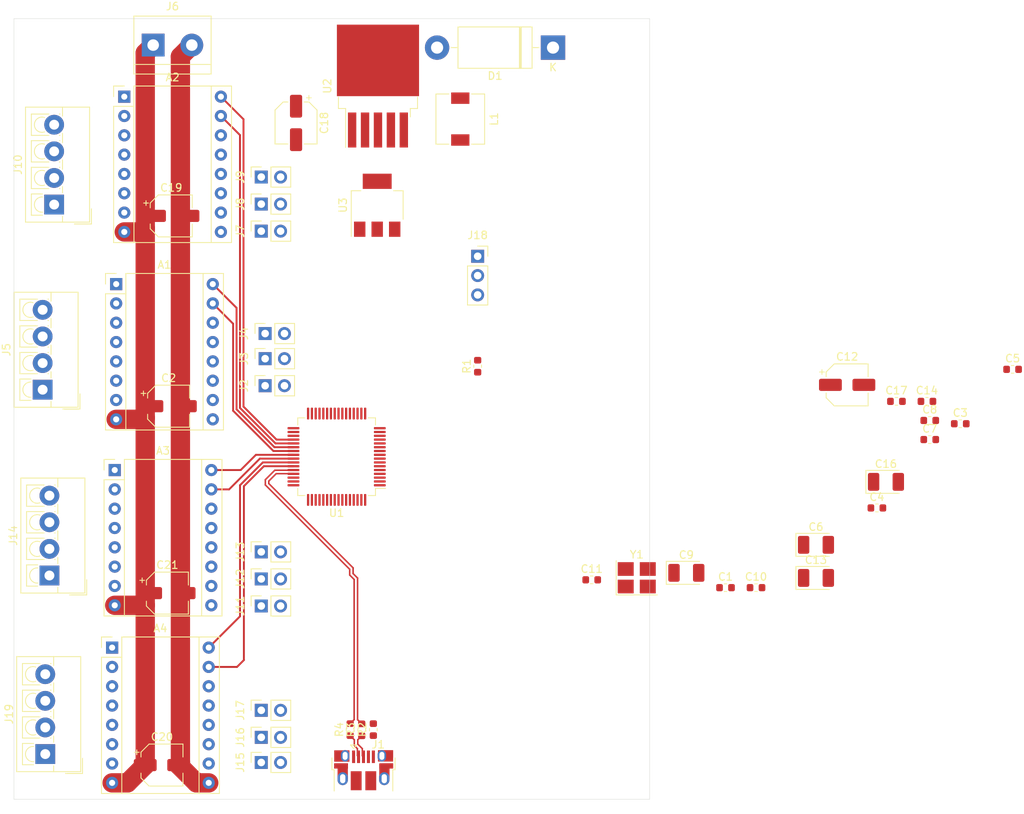
<source format=kicad_pcb>
(kicad_pcb (version 20171130) (host pcbnew "(5.1.6)-1")

  (general
    (thickness 1.6)
    (drawings 4)
    (tracks 78)
    (zones 0)
    (modules 53)
    (nets 98)
  )

  (page A4)
  (layers
    (0 F.Cu signal)
    (31 B.Cu signal)
    (32 B.Adhes user)
    (33 F.Adhes user)
    (34 B.Paste user)
    (35 F.Paste user)
    (36 B.SilkS user)
    (37 F.SilkS user)
    (38 B.Mask user)
    (39 F.Mask user)
    (40 Dwgs.User user)
    (41 Cmts.User user)
    (42 Eco1.User user)
    (43 Eco2.User user)
    (44 Edge.Cuts user)
    (45 Margin user)
    (46 B.CrtYd user)
    (47 F.CrtYd user)
    (48 B.Fab user)
    (49 F.Fab user)
  )

  (setup
    (last_trace_width 2.54)
    (user_trace_width 2.54)
    (user_trace_width 5.08)
    (user_trace_width 6.144415)
    (trace_clearance 0.2)
    (zone_clearance 0.508)
    (zone_45_only no)
    (trace_min 0.2)
    (via_size 0.8)
    (via_drill 0.4)
    (via_min_size 0.4)
    (via_min_drill 0.3)
    (uvia_size 0.3)
    (uvia_drill 0.1)
    (uvias_allowed no)
    (uvia_min_size 0.2)
    (uvia_min_drill 0.1)
    (edge_width 0.05)
    (segment_width 0.2)
    (pcb_text_width 0.3)
    (pcb_text_size 1.5 1.5)
    (mod_edge_width 0.12)
    (mod_text_size 1 1)
    (mod_text_width 0.15)
    (pad_size 1.524 1.524)
    (pad_drill 0.762)
    (pad_to_mask_clearance 0.05)
    (aux_axis_origin 0 0)
    (visible_elements FFFFFF7F)
    (pcbplotparams
      (layerselection 0x010fc_ffffffff)
      (usegerberextensions false)
      (usegerberattributes true)
      (usegerberadvancedattributes true)
      (creategerberjobfile true)
      (excludeedgelayer true)
      (linewidth 0.100000)
      (plotframeref false)
      (viasonmask false)
      (mode 1)
      (useauxorigin false)
      (hpglpennumber 1)
      (hpglpenspeed 20)
      (hpglpendiameter 15.000000)
      (psnegative false)
      (psa4output false)
      (plotreference true)
      (plotvalue true)
      (plotinvisibletext false)
      (padsonsilk false)
      (subtractmaskfromsilk false)
      (outputformat 1)
      (mirror false)
      (drillshape 1)
      (scaleselection 1)
      (outputdirectory ""))
  )

  (net 0 "")
  (net 1 DIR1)
  (net 2 +12V)
  (net 3 STEP1)
  (net 4 GND)
  (net 5 +3V3)
  (net 6 "Net-(A1-Pad6)")
  (net 7 "Net-(A1-Pad5)")
  (net 8 "Net-(A1-Pad12)")
  (net 9 "Net-(A1-Pad4)")
  (net 10 "Net-(A1-Pad11)")
  (net 11 "Net-(A1-Pad3)")
  (net 12 "Net-(A1-Pad10)")
  (net 13 "Net-(A1-Pad2)")
  (net 14 "Net-(J1-Pad4)")
  (net 15 "Net-(U1-Pad62)")
  (net 16 "Net-(U1-Pad61)")
  (net 17 BOOT)
  (net 18 "Net-(U1-Pad59)")
  (net 19 "Net-(U1-Pad58)")
  (net 20 "Net-(U1-Pad57)")
  (net 21 "Net-(U1-Pad56)")
  (net 22 "Net-(U1-Pad55)")
  (net 23 "Net-(U1-Pad54)")
  (net 24 "Net-(U1-Pad53)")
  (net 25 "Net-(U1-Pad52)")
  (net 26 "Net-(U1-Pad51)")
  (net 27 "Net-(U1-Pad50)")
  (net 28 "Net-(U1-Pad49)")
  (net 29 "Net-(U1-Pad46)")
  (net 30 "Net-(U1-Pad35)")
  (net 31 "Net-(U1-Pad34)")
  (net 32 "Net-(U1-Pad33)")
  (net 33 "Net-(U1-Pad30)")
  (net 34 "Net-(U1-Pad29)")
  (net 35 "Net-(U1-Pad28)")
  (net 36 "Net-(U1-Pad27)")
  (net 37 "Net-(U1-Pad26)")
  (net 38 "Net-(U1-Pad25)")
  (net 39 "Net-(U1-Pad24)")
  (net 40 "Net-(U1-Pad23)")
  (net 41 "Net-(U1-Pad22)")
  (net 42 "Net-(U1-Pad21)")
  (net 43 "Net-(U1-Pad20)")
  (net 44 "Net-(U1-Pad17)")
  (net 45 "Net-(U1-Pad16)")
  (net 46 "Net-(U1-Pad15)")
  (net 47 "Net-(U1-Pad14)")
  (net 48 "Net-(U1-Pad11)")
  (net 49 "Net-(U1-Pad10)")
  (net 50 "Net-(U1-Pad9)")
  (net 51 "Net-(U1-Pad8)")
  (net 52 NRST)
  (net 53 "Net-(U1-Pad4)")
  (net 54 "Net-(U1-Pad3)")
  (net 55 "Net-(U1-Pad2)")
  (net 56 "Net-(U1-Pad1)")
  (net 57 "Net-(A2-Pad6)")
  (net 58 "Net-(A2-Pad5)")
  (net 59 "Net-(A2-Pad12)")
  (net 60 "Net-(A2-Pad4)")
  (net 61 "Net-(A2-Pad11)")
  (net 62 "Net-(A2-Pad3)")
  (net 63 "Net-(A2-Pad10)")
  (net 64 "Net-(A2-Pad2)")
  (net 65 "Net-(A3-Pad6)")
  (net 66 "Net-(A3-Pad5)")
  (net 67 "Net-(A3-Pad12)")
  (net 68 "Net-(A3-Pad4)")
  (net 69 "Net-(A3-Pad11)")
  (net 70 "Net-(A3-Pad3)")
  (net 71 "Net-(A3-Pad10)")
  (net 72 "Net-(A3-Pad2)")
  (net 73 DIR2)
  (net 74 STEP2)
  (net 75 DIR3)
  (net 76 STEP3)
  (net 77 DIR4)
  (net 78 STEP4)
  (net 79 "Net-(A4-Pad6)")
  (net 80 "Net-(A4-Pad5)")
  (net 81 "Net-(A4-Pad12)")
  (net 82 "Net-(A4-Pad4)")
  (net 83 "Net-(A4-Pad11)")
  (net 84 "Net-(A4-Pad3)")
  (net 85 "Net-(A4-Pad10)")
  (net 86 "Net-(A4-Pad2)")
  (net 87 "Net-(C4-Pad1)")
  (net 88 "Net-(C5-Pad1)")
  (net 89 "Net-(C6-Pad1)")
  (net 90 "Net-(C9-Pad1)")
  (net 91 +5V)
  (net 92 "Net-(D1-Pad1)")
  (net 93 D+)
  (net 94 D-)
  (net 95 "Net-(U2-Pad3)")
  (net 96 USB_D+)
  (net 97 USB_D-)

  (net_class Default "This is the default net class."
    (clearance 0.2)
    (trace_width 0.25)
    (via_dia 0.8)
    (via_drill 0.4)
    (uvia_dia 0.3)
    (uvia_drill 0.1)
    (add_net +12V)
    (add_net +3V3)
    (add_net +5V)
    (add_net BOOT)
    (add_net D+)
    (add_net D-)
    (add_net DIR1)
    (add_net DIR2)
    (add_net DIR3)
    (add_net DIR4)
    (add_net GND)
    (add_net NRST)
    (add_net "Net-(A1-Pad10)")
    (add_net "Net-(A1-Pad11)")
    (add_net "Net-(A1-Pad12)")
    (add_net "Net-(A1-Pad2)")
    (add_net "Net-(A1-Pad3)")
    (add_net "Net-(A1-Pad4)")
    (add_net "Net-(A1-Pad5)")
    (add_net "Net-(A1-Pad6)")
    (add_net "Net-(A2-Pad10)")
    (add_net "Net-(A2-Pad11)")
    (add_net "Net-(A2-Pad12)")
    (add_net "Net-(A2-Pad2)")
    (add_net "Net-(A2-Pad3)")
    (add_net "Net-(A2-Pad4)")
    (add_net "Net-(A2-Pad5)")
    (add_net "Net-(A2-Pad6)")
    (add_net "Net-(A3-Pad10)")
    (add_net "Net-(A3-Pad11)")
    (add_net "Net-(A3-Pad12)")
    (add_net "Net-(A3-Pad2)")
    (add_net "Net-(A3-Pad3)")
    (add_net "Net-(A3-Pad4)")
    (add_net "Net-(A3-Pad5)")
    (add_net "Net-(A3-Pad6)")
    (add_net "Net-(A4-Pad10)")
    (add_net "Net-(A4-Pad11)")
    (add_net "Net-(A4-Pad12)")
    (add_net "Net-(A4-Pad2)")
    (add_net "Net-(A4-Pad3)")
    (add_net "Net-(A4-Pad4)")
    (add_net "Net-(A4-Pad5)")
    (add_net "Net-(A4-Pad6)")
    (add_net "Net-(C4-Pad1)")
    (add_net "Net-(C5-Pad1)")
    (add_net "Net-(C6-Pad1)")
    (add_net "Net-(C9-Pad1)")
    (add_net "Net-(D1-Pad1)")
    (add_net "Net-(J1-Pad4)")
    (add_net "Net-(U1-Pad1)")
    (add_net "Net-(U1-Pad10)")
    (add_net "Net-(U1-Pad11)")
    (add_net "Net-(U1-Pad14)")
    (add_net "Net-(U1-Pad15)")
    (add_net "Net-(U1-Pad16)")
    (add_net "Net-(U1-Pad17)")
    (add_net "Net-(U1-Pad2)")
    (add_net "Net-(U1-Pad20)")
    (add_net "Net-(U1-Pad21)")
    (add_net "Net-(U1-Pad22)")
    (add_net "Net-(U1-Pad23)")
    (add_net "Net-(U1-Pad24)")
    (add_net "Net-(U1-Pad25)")
    (add_net "Net-(U1-Pad26)")
    (add_net "Net-(U1-Pad27)")
    (add_net "Net-(U1-Pad28)")
    (add_net "Net-(U1-Pad29)")
    (add_net "Net-(U1-Pad3)")
    (add_net "Net-(U1-Pad30)")
    (add_net "Net-(U1-Pad33)")
    (add_net "Net-(U1-Pad34)")
    (add_net "Net-(U1-Pad35)")
    (add_net "Net-(U1-Pad4)")
    (add_net "Net-(U1-Pad46)")
    (add_net "Net-(U1-Pad49)")
    (add_net "Net-(U1-Pad50)")
    (add_net "Net-(U1-Pad51)")
    (add_net "Net-(U1-Pad52)")
    (add_net "Net-(U1-Pad53)")
    (add_net "Net-(U1-Pad54)")
    (add_net "Net-(U1-Pad55)")
    (add_net "Net-(U1-Pad56)")
    (add_net "Net-(U1-Pad57)")
    (add_net "Net-(U1-Pad58)")
    (add_net "Net-(U1-Pad59)")
    (add_net "Net-(U1-Pad61)")
    (add_net "Net-(U1-Pad62)")
    (add_net "Net-(U1-Pad8)")
    (add_net "Net-(U1-Pad9)")
    (add_net "Net-(U2-Pad3)")
    (add_net STEP1)
    (add_net STEP2)
    (add_net STEP3)
    (add_net STEP4)
    (add_net USB_D+)
    (add_net USB_D-)
  )

  (module Resistor_SMD:R_0603_1608Metric (layer F.Cu) (tedit 5B301BBD) (tstamp 5F2568A8)
    (at 115.062 149.352 90)
    (descr "Resistor SMD 0603 (1608 Metric), square (rectangular) end terminal, IPC_7351 nominal, (Body size source: http://www.tortai-tech.com/upload/download/2011102023233369053.pdf), generated with kicad-footprint-generator")
    (tags resistor)
    (path /5FD68A1D)
    (attr smd)
    (fp_text reference R4 (at 0 -1.43 90) (layer F.SilkS)
      (effects (font (size 1 1) (thickness 0.15)))
    )
    (fp_text value R (at 0 1.43 90) (layer F.Fab)
      (effects (font (size 1 1) (thickness 0.15)))
    )
    (fp_text user %R (at 0 0 90) (layer F.Fab)
      (effects (font (size 0.4 0.4) (thickness 0.06)))
    )
    (fp_line (start -0.8 0.4) (end -0.8 -0.4) (layer F.Fab) (width 0.1))
    (fp_line (start -0.8 -0.4) (end 0.8 -0.4) (layer F.Fab) (width 0.1))
    (fp_line (start 0.8 -0.4) (end 0.8 0.4) (layer F.Fab) (width 0.1))
    (fp_line (start 0.8 0.4) (end -0.8 0.4) (layer F.Fab) (width 0.1))
    (fp_line (start -0.162779 -0.51) (end 0.162779 -0.51) (layer F.SilkS) (width 0.12))
    (fp_line (start -0.162779 0.51) (end 0.162779 0.51) (layer F.SilkS) (width 0.12))
    (fp_line (start -1.48 0.73) (end -1.48 -0.73) (layer F.CrtYd) (width 0.05))
    (fp_line (start -1.48 -0.73) (end 1.48 -0.73) (layer F.CrtYd) (width 0.05))
    (fp_line (start 1.48 -0.73) (end 1.48 0.73) (layer F.CrtYd) (width 0.05))
    (fp_line (start 1.48 0.73) (end -1.48 0.73) (layer F.CrtYd) (width 0.05))
    (pad 2 smd roundrect (at 0.7875 0 90) (size 0.875 0.95) (layers F.Cu F.Paste F.Mask) (roundrect_rratio 0.25)
      (net 97 USB_D-))
    (pad 1 smd roundrect (at -0.7875 0 90) (size 0.875 0.95) (layers F.Cu F.Paste F.Mask) (roundrect_rratio 0.25)
      (net 94 D-))
    (model ${KISYS3DMOD}/Resistor_SMD.3dshapes/R_0603_1608Metric.wrl
      (at (xyz 0 0 0))
      (scale (xyz 1 1 1))
      (rotate (xyz 0 0 0))
    )
  )

  (module Resistor_SMD:R_0603_1608Metric (layer F.Cu) (tedit 5B301BBD) (tstamp 5F256897)
    (at 116.586 149.3775 90)
    (descr "Resistor SMD 0603 (1608 Metric), square (rectangular) end terminal, IPC_7351 nominal, (Body size source: http://www.tortai-tech.com/upload/download/2011102023233369053.pdf), generated with kicad-footprint-generator")
    (tags resistor)
    (path /5FD53360)
    (attr smd)
    (fp_text reference R3 (at 0 -1.43 90) (layer F.SilkS)
      (effects (font (size 1 1) (thickness 0.15)))
    )
    (fp_text value R (at 0 1.43 90) (layer F.Fab)
      (effects (font (size 1 1) (thickness 0.15)))
    )
    (fp_text user %R (at 0 0 90) (layer F.Fab)
      (effects (font (size 0.4 0.4) (thickness 0.06)))
    )
    (fp_line (start -0.8 0.4) (end -0.8 -0.4) (layer F.Fab) (width 0.1))
    (fp_line (start -0.8 -0.4) (end 0.8 -0.4) (layer F.Fab) (width 0.1))
    (fp_line (start 0.8 -0.4) (end 0.8 0.4) (layer F.Fab) (width 0.1))
    (fp_line (start 0.8 0.4) (end -0.8 0.4) (layer F.Fab) (width 0.1))
    (fp_line (start -0.162779 -0.51) (end 0.162779 -0.51) (layer F.SilkS) (width 0.12))
    (fp_line (start -0.162779 0.51) (end 0.162779 0.51) (layer F.SilkS) (width 0.12))
    (fp_line (start -1.48 0.73) (end -1.48 -0.73) (layer F.CrtYd) (width 0.05))
    (fp_line (start -1.48 -0.73) (end 1.48 -0.73) (layer F.CrtYd) (width 0.05))
    (fp_line (start 1.48 -0.73) (end 1.48 0.73) (layer F.CrtYd) (width 0.05))
    (fp_line (start 1.48 0.73) (end -1.48 0.73) (layer F.CrtYd) (width 0.05))
    (pad 2 smd roundrect (at 0.7875 0 90) (size 0.875 0.95) (layers F.Cu F.Paste F.Mask) (roundrect_rratio 0.25)
      (net 96 USB_D+))
    (pad 1 smd roundrect (at -0.7875 0 90) (size 0.875 0.95) (layers F.Cu F.Paste F.Mask) (roundrect_rratio 0.25)
      (net 93 D+))
    (model ${KISYS3DMOD}/Resistor_SMD.3dshapes/R_0603_1608Metric.wrl
      (at (xyz 0 0 0))
      (scale (xyz 1 1 1))
      (rotate (xyz 0 0 0))
    )
  )

  (module Resistor_SMD:R_0603_1608Metric (layer F.Cu) (tedit 5B301BBD) (tstamp 5F256886)
    (at 118.11 149.352 90)
    (descr "Resistor SMD 0603 (1608 Metric), square (rectangular) end terminal, IPC_7351 nominal, (Body size source: http://www.tortai-tech.com/upload/download/2011102023233369053.pdf), generated with kicad-footprint-generator")
    (tags resistor)
    (path /5FD7E515)
    (attr smd)
    (fp_text reference R2 (at 0 -1.43 90) (layer F.SilkS)
      (effects (font (size 1 1) (thickness 0.15)))
    )
    (fp_text value R (at 0 1.43 90) (layer F.Fab)
      (effects (font (size 1 1) (thickness 0.15)))
    )
    (fp_text user %R (at 0 0 90) (layer F.Fab)
      (effects (font (size 0.4 0.4) (thickness 0.06)))
    )
    (fp_line (start -0.8 0.4) (end -0.8 -0.4) (layer F.Fab) (width 0.1))
    (fp_line (start -0.8 -0.4) (end 0.8 -0.4) (layer F.Fab) (width 0.1))
    (fp_line (start 0.8 -0.4) (end 0.8 0.4) (layer F.Fab) (width 0.1))
    (fp_line (start 0.8 0.4) (end -0.8 0.4) (layer F.Fab) (width 0.1))
    (fp_line (start -0.162779 -0.51) (end 0.162779 -0.51) (layer F.SilkS) (width 0.12))
    (fp_line (start -0.162779 0.51) (end 0.162779 0.51) (layer F.SilkS) (width 0.12))
    (fp_line (start -1.48 0.73) (end -1.48 -0.73) (layer F.CrtYd) (width 0.05))
    (fp_line (start -1.48 -0.73) (end 1.48 -0.73) (layer F.CrtYd) (width 0.05))
    (fp_line (start 1.48 -0.73) (end 1.48 0.73) (layer F.CrtYd) (width 0.05))
    (fp_line (start 1.48 0.73) (end -1.48 0.73) (layer F.CrtYd) (width 0.05))
    (pad 2 smd roundrect (at 0.7875 0 90) (size 0.875 0.95) (layers F.Cu F.Paste F.Mask) (roundrect_rratio 0.25)
      (net 5 +3V3))
    (pad 1 smd roundrect (at -0.7875 0 90) (size 0.875 0.95) (layers F.Cu F.Paste F.Mask) (roundrect_rratio 0.25)
      (net 93 D+))
    (model ${KISYS3DMOD}/Resistor_SMD.3dshapes/R_0603_1608Metric.wrl
      (at (xyz 0 0 0))
      (scale (xyz 1 1 1))
      (rotate (xyz 0 0 0))
    )
  )

  (module Resistor_SMD:R_0603_1608Metric (layer F.Cu) (tedit 5B301BBD) (tstamp 5F256875)
    (at 131.826 101.5745 90)
    (descr "Resistor SMD 0603 (1608 Metric), square (rectangular) end terminal, IPC_7351 nominal, (Body size source: http://www.tortai-tech.com/upload/download/2011102023233369053.pdf), generated with kicad-footprint-generator")
    (tags resistor)
    (path /5F6E8B69)
    (attr smd)
    (fp_text reference R1 (at 0 -1.43 90) (layer F.SilkS)
      (effects (font (size 1 1) (thickness 0.15)))
    )
    (fp_text value R (at 0 1.43 90) (layer F.Fab)
      (effects (font (size 1 1) (thickness 0.15)))
    )
    (fp_text user %R (at 0 0 90) (layer F.Fab)
      (effects (font (size 0.4 0.4) (thickness 0.06)))
    )
    (fp_line (start -0.8 0.4) (end -0.8 -0.4) (layer F.Fab) (width 0.1))
    (fp_line (start -0.8 -0.4) (end 0.8 -0.4) (layer F.Fab) (width 0.1))
    (fp_line (start 0.8 -0.4) (end 0.8 0.4) (layer F.Fab) (width 0.1))
    (fp_line (start 0.8 0.4) (end -0.8 0.4) (layer F.Fab) (width 0.1))
    (fp_line (start -0.162779 -0.51) (end 0.162779 -0.51) (layer F.SilkS) (width 0.12))
    (fp_line (start -0.162779 0.51) (end 0.162779 0.51) (layer F.SilkS) (width 0.12))
    (fp_line (start -1.48 0.73) (end -1.48 -0.73) (layer F.CrtYd) (width 0.05))
    (fp_line (start -1.48 -0.73) (end 1.48 -0.73) (layer F.CrtYd) (width 0.05))
    (fp_line (start 1.48 -0.73) (end 1.48 0.73) (layer F.CrtYd) (width 0.05))
    (fp_line (start 1.48 0.73) (end -1.48 0.73) (layer F.CrtYd) (width 0.05))
    (pad 2 smd roundrect (at 0.7875 0 90) (size 0.875 0.95) (layers F.Cu F.Paste F.Mask) (roundrect_rratio 0.25)
      (net 52 NRST))
    (pad 1 smd roundrect (at -0.7875 0 90) (size 0.875 0.95) (layers F.Cu F.Paste F.Mask) (roundrect_rratio 0.25)
      (net 5 +3V3))
    (model ${KISYS3DMOD}/Resistor_SMD.3dshapes/R_0603_1608Metric.wrl
      (at (xyz 0 0 0))
      (scale (xyz 1 1 1))
      (rotate (xyz 0 0 0))
    )
  )

  (module Crystal:Crystal_SMD_3225-4Pin_3.2x2.5mm_HandSoldering (layer F.Cu) (tedit 5A0FD1B2) (tstamp 5F250BB7)
    (at 152.7399 129.3877)
    (descr "SMD Crystal SERIES SMD3225/4 http://www.txccrystal.com/images/pdf/7m-accuracy.pdf, hand-soldering, 3.2x2.5mm^2 package")
    (tags "SMD SMT crystal hand-soldering")
    (path /5F629F05)
    (attr smd)
    (fp_text reference Y1 (at 0 -3.05) (layer F.SilkS)
      (effects (font (size 1 1) (thickness 0.15)))
    )
    (fp_text value Crystal (at 0 3.05) (layer F.Fab)
      (effects (font (size 1 1) (thickness 0.15)))
    )
    (fp_text user %R (at 0 0) (layer F.Fab)
      (effects (font (size 0.7 0.7) (thickness 0.105)))
    )
    (fp_line (start -1.6 -1.25) (end -1.6 1.25) (layer F.Fab) (width 0.1))
    (fp_line (start -1.6 1.25) (end 1.6 1.25) (layer F.Fab) (width 0.1))
    (fp_line (start 1.6 1.25) (end 1.6 -1.25) (layer F.Fab) (width 0.1))
    (fp_line (start 1.6 -1.25) (end -1.6 -1.25) (layer F.Fab) (width 0.1))
    (fp_line (start -1.6 0.25) (end -0.6 1.25) (layer F.Fab) (width 0.1))
    (fp_line (start -2.7 -2.25) (end -2.7 2.25) (layer F.SilkS) (width 0.12))
    (fp_line (start -2.7 2.25) (end 2.7 2.25) (layer F.SilkS) (width 0.12))
    (fp_line (start -2.8 -2.3) (end -2.8 2.3) (layer F.CrtYd) (width 0.05))
    (fp_line (start -2.8 2.3) (end 2.8 2.3) (layer F.CrtYd) (width 0.05))
    (fp_line (start 2.8 2.3) (end 2.8 -2.3) (layer F.CrtYd) (width 0.05))
    (fp_line (start 2.8 -2.3) (end -2.8 -2.3) (layer F.CrtYd) (width 0.05))
    (pad 4 smd rect (at -1.45 -1.15) (size 2.1 1.8) (layers F.Cu F.Paste F.Mask))
    (pad 3 smd rect (at 1.45 -1.15) (size 2.1 1.8) (layers F.Cu F.Paste F.Mask))
    (pad 2 smd rect (at 1.45 1.15) (size 2.1 1.8) (layers F.Cu F.Paste F.Mask)
      (net 88 "Net-(C5-Pad1)"))
    (pad 1 smd rect (at -1.45 1.15) (size 2.1 1.8) (layers F.Cu F.Paste F.Mask)
      (net 87 "Net-(C4-Pad1)"))
    (model ${KISYS3DMOD}/Crystal.3dshapes/Crystal_SMD_3225-4Pin_3.2x2.5mm_HandSoldering.wrl
      (at (xyz 0 0 0))
      (scale (xyz 1 1 1))
      (rotate (xyz 0 0 0))
    )
  )

  (module Package_TO_SOT_SMD:SOT-223-3_TabPin2 (layer F.Cu) (tedit 5A02FF57) (tstamp 5F250BA3)
    (at 118.618 80.416 90)
    (descr "module CMS SOT223 4 pins")
    (tags "CMS SOT")
    (path /5F84C9A1)
    (attr smd)
    (fp_text reference U3 (at 0 -4.5 90) (layer F.SilkS)
      (effects (font (size 1 1) (thickness 0.15)))
    )
    (fp_text value AMS1117-3.3 (at 0 4.5 90) (layer F.Fab)
      (effects (font (size 1 1) (thickness 0.15)))
    )
    (fp_text user %R (at 0 0) (layer F.Fab)
      (effects (font (size 0.8 0.8) (thickness 0.12)))
    )
    (fp_line (start 1.91 3.41) (end 1.91 2.15) (layer F.SilkS) (width 0.12))
    (fp_line (start 1.91 -3.41) (end 1.91 -2.15) (layer F.SilkS) (width 0.12))
    (fp_line (start 4.4 -3.6) (end -4.4 -3.6) (layer F.CrtYd) (width 0.05))
    (fp_line (start 4.4 3.6) (end 4.4 -3.6) (layer F.CrtYd) (width 0.05))
    (fp_line (start -4.4 3.6) (end 4.4 3.6) (layer F.CrtYd) (width 0.05))
    (fp_line (start -4.4 -3.6) (end -4.4 3.6) (layer F.CrtYd) (width 0.05))
    (fp_line (start -1.85 -2.35) (end -0.85 -3.35) (layer F.Fab) (width 0.1))
    (fp_line (start -1.85 -2.35) (end -1.85 3.35) (layer F.Fab) (width 0.1))
    (fp_line (start -1.85 3.41) (end 1.91 3.41) (layer F.SilkS) (width 0.12))
    (fp_line (start -0.85 -3.35) (end 1.85 -3.35) (layer F.Fab) (width 0.1))
    (fp_line (start -4.1 -3.41) (end 1.91 -3.41) (layer F.SilkS) (width 0.12))
    (fp_line (start -1.85 3.35) (end 1.85 3.35) (layer F.Fab) (width 0.1))
    (fp_line (start 1.85 -3.35) (end 1.85 3.35) (layer F.Fab) (width 0.1))
    (pad 1 smd rect (at -3.15 -2.3 90) (size 2 1.5) (layers F.Cu F.Paste F.Mask)
      (net 4 GND))
    (pad 3 smd rect (at -3.15 2.3 90) (size 2 1.5) (layers F.Cu F.Paste F.Mask)
      (net 91 +5V))
    (pad 2 smd rect (at -3.15 0 90) (size 2 1.5) (layers F.Cu F.Paste F.Mask)
      (net 5 +3V3))
    (pad 2 smd rect (at 3.15 0 90) (size 2 3.8) (layers F.Cu F.Paste F.Mask)
      (net 5 +3V3))
    (model ${KISYS3DMOD}/Package_TO_SOT_SMD.3dshapes/SOT-223.wrl
      (at (xyz 0 0 0))
      (scale (xyz 1 1 1))
      (rotate (xyz 0 0 0))
    )
  )

  (module Package_TO_SOT_SMD:TO-263-5_TabPin3 (layer F.Cu) (tedit 5A70FBB6) (tstamp 5F250B8D)
    (at 118.7196 64.7481 90)
    (descr "TO-263 / D2PAK / DDPAK SMD package, http://www.infineon.com/cms/en/product/packages/PG-TO263/PG-TO263-5-1/")
    (tags "D2PAK DDPAK TO-263 D2PAK-5 TO-263-5 SOT-426")
    (path /5F7963DF)
    (attr smd)
    (fp_text reference U2 (at 0 -6.65 90) (layer F.SilkS)
      (effects (font (size 1 1) (thickness 0.15)))
    )
    (fp_text value LM2596S-5 (at 0 6.65 90) (layer F.Fab)
      (effects (font (size 1 1) (thickness 0.15)))
    )
    (fp_text user %R (at 0 0 90) (layer F.Fab)
      (effects (font (size 1 1) (thickness 0.15)))
    )
    (fp_line (start 6.5 -5) (end 7.5 -5) (layer F.Fab) (width 0.1))
    (fp_line (start 7.5 -5) (end 7.5 5) (layer F.Fab) (width 0.1))
    (fp_line (start 7.5 5) (end 6.5 5) (layer F.Fab) (width 0.1))
    (fp_line (start 6.5 -5) (end 6.5 5) (layer F.Fab) (width 0.1))
    (fp_line (start 6.5 5) (end -2.75 5) (layer F.Fab) (width 0.1))
    (fp_line (start -2.75 5) (end -2.75 -4) (layer F.Fab) (width 0.1))
    (fp_line (start -2.75 -4) (end -1.75 -5) (layer F.Fab) (width 0.1))
    (fp_line (start -1.75 -5) (end 6.5 -5) (layer F.Fab) (width 0.1))
    (fp_line (start -2.75 -3.8) (end -7.45 -3.8) (layer F.Fab) (width 0.1))
    (fp_line (start -7.45 -3.8) (end -7.45 -3) (layer F.Fab) (width 0.1))
    (fp_line (start -7.45 -3) (end -2.75 -3) (layer F.Fab) (width 0.1))
    (fp_line (start -2.75 -2.1) (end -7.45 -2.1) (layer F.Fab) (width 0.1))
    (fp_line (start -7.45 -2.1) (end -7.45 -1.3) (layer F.Fab) (width 0.1))
    (fp_line (start -7.45 -1.3) (end -2.75 -1.3) (layer F.Fab) (width 0.1))
    (fp_line (start -2.75 -0.4) (end -7.45 -0.4) (layer F.Fab) (width 0.1))
    (fp_line (start -7.45 -0.4) (end -7.45 0.4) (layer F.Fab) (width 0.1))
    (fp_line (start -7.45 0.4) (end -2.75 0.4) (layer F.Fab) (width 0.1))
    (fp_line (start -2.75 1.3) (end -7.45 1.3) (layer F.Fab) (width 0.1))
    (fp_line (start -7.45 1.3) (end -7.45 2.1) (layer F.Fab) (width 0.1))
    (fp_line (start -7.45 2.1) (end -2.75 2.1) (layer F.Fab) (width 0.1))
    (fp_line (start -2.75 3) (end -7.45 3) (layer F.Fab) (width 0.1))
    (fp_line (start -7.45 3) (end -7.45 3.8) (layer F.Fab) (width 0.1))
    (fp_line (start -7.45 3.8) (end -2.75 3.8) (layer F.Fab) (width 0.1))
    (fp_line (start -1.45 -5.2) (end -2.95 -5.2) (layer F.SilkS) (width 0.12))
    (fp_line (start -2.95 -5.2) (end -2.95 -4.25) (layer F.SilkS) (width 0.12))
    (fp_line (start -2.95 -4.25) (end -8.075 -4.25) (layer F.SilkS) (width 0.12))
    (fp_line (start -1.45 5.2) (end -2.95 5.2) (layer F.SilkS) (width 0.12))
    (fp_line (start -2.95 5.2) (end -2.95 4.25) (layer F.SilkS) (width 0.12))
    (fp_line (start -2.95 4.25) (end -4.05 4.25) (layer F.SilkS) (width 0.12))
    (fp_line (start -8.32 -5.65) (end -8.32 5.65) (layer F.CrtYd) (width 0.05))
    (fp_line (start -8.32 5.65) (end 8.32 5.65) (layer F.CrtYd) (width 0.05))
    (fp_line (start 8.32 5.65) (end 8.32 -5.65) (layer F.CrtYd) (width 0.05))
    (fp_line (start 8.32 -5.65) (end -8.32 -5.65) (layer F.CrtYd) (width 0.05))
    (pad "" smd rect (at 0.95 2.775 90) (size 4.55 5.25) (layers F.Paste))
    (pad "" smd rect (at 5.8 -2.775 90) (size 4.55 5.25) (layers F.Paste))
    (pad "" smd rect (at 0.95 -2.775 90) (size 4.55 5.25) (layers F.Paste))
    (pad "" smd rect (at 5.8 2.775 90) (size 4.55 5.25) (layers F.Paste))
    (pad 3 smd rect (at 3.375 0 90) (size 9.4 10.8) (layers F.Cu F.Mask)
      (net 95 "Net-(U2-Pad3)"))
    (pad 5 smd rect (at -5.775 3.4 90) (size 4.6 1.1) (layers F.Cu F.Paste F.Mask)
      (net 4 GND))
    (pad 4 smd rect (at -5.775 1.7 90) (size 4.6 1.1) (layers F.Cu F.Paste F.Mask)
      (net 91 +5V))
    (pad 3 smd rect (at -5.775 0 90) (size 4.6 1.1) (layers F.Cu F.Paste F.Mask)
      (net 95 "Net-(U2-Pad3)"))
    (pad 2 smd rect (at -5.775 -1.7 90) (size 4.6 1.1) (layers F.Cu F.Paste F.Mask)
      (net 92 "Net-(D1-Pad1)"))
    (pad 1 smd rect (at -5.775 -3.4 90) (size 4.6 1.1) (layers F.Cu F.Paste F.Mask)
      (net 2 +12V))
    (model ${KISYS3DMOD}/Package_TO_SOT_SMD.3dshapes/TO-263-5_TabPin3.wrl
      (at (xyz 0 0 0))
      (scale (xyz 1 1 1))
      (rotate (xyz 0 0 0))
    )
  )

  (module Package_QFP:LQFP-64_10x10mm_P0.5mm (layer F.Cu) (tedit 5D9F72AF) (tstamp 5F250B5D)
    (at 113.284 113.4745 180)
    (descr "LQFP, 64 Pin (https://www.analog.com/media/en/technical-documentation/data-sheets/ad7606_7606-6_7606-4.pdf), generated with kicad-footprint-generator ipc_gullwing_generator.py")
    (tags "LQFP QFP")
    (path /5F50E784)
    (attr smd)
    (fp_text reference U1 (at 0 -7.4) (layer F.SilkS)
      (effects (font (size 1 1) (thickness 0.15)))
    )
    (fp_text value STM32F405RGTx (at 0 7.4) (layer F.Fab)
      (effects (font (size 1 1) (thickness 0.15)))
    )
    (fp_text user %R (at 0 0) (layer F.Fab)
      (effects (font (size 1 1) (thickness 0.15)))
    )
    (fp_line (start 4.16 5.11) (end 5.11 5.11) (layer F.SilkS) (width 0.12))
    (fp_line (start 5.11 5.11) (end 5.11 4.16) (layer F.SilkS) (width 0.12))
    (fp_line (start -4.16 5.11) (end -5.11 5.11) (layer F.SilkS) (width 0.12))
    (fp_line (start -5.11 5.11) (end -5.11 4.16) (layer F.SilkS) (width 0.12))
    (fp_line (start 4.16 -5.11) (end 5.11 -5.11) (layer F.SilkS) (width 0.12))
    (fp_line (start 5.11 -5.11) (end 5.11 -4.16) (layer F.SilkS) (width 0.12))
    (fp_line (start -4.16 -5.11) (end -5.11 -5.11) (layer F.SilkS) (width 0.12))
    (fp_line (start -5.11 -5.11) (end -5.11 -4.16) (layer F.SilkS) (width 0.12))
    (fp_line (start -5.11 -4.16) (end -6.45 -4.16) (layer F.SilkS) (width 0.12))
    (fp_line (start -4 -5) (end 5 -5) (layer F.Fab) (width 0.1))
    (fp_line (start 5 -5) (end 5 5) (layer F.Fab) (width 0.1))
    (fp_line (start 5 5) (end -5 5) (layer F.Fab) (width 0.1))
    (fp_line (start -5 5) (end -5 -4) (layer F.Fab) (width 0.1))
    (fp_line (start -5 -4) (end -4 -5) (layer F.Fab) (width 0.1))
    (fp_line (start 0 -6.7) (end -4.15 -6.7) (layer F.CrtYd) (width 0.05))
    (fp_line (start -4.15 -6.7) (end -4.15 -5.25) (layer F.CrtYd) (width 0.05))
    (fp_line (start -4.15 -5.25) (end -5.25 -5.25) (layer F.CrtYd) (width 0.05))
    (fp_line (start -5.25 -5.25) (end -5.25 -4.15) (layer F.CrtYd) (width 0.05))
    (fp_line (start -5.25 -4.15) (end -6.7 -4.15) (layer F.CrtYd) (width 0.05))
    (fp_line (start -6.7 -4.15) (end -6.7 0) (layer F.CrtYd) (width 0.05))
    (fp_line (start 0 -6.7) (end 4.15 -6.7) (layer F.CrtYd) (width 0.05))
    (fp_line (start 4.15 -6.7) (end 4.15 -5.25) (layer F.CrtYd) (width 0.05))
    (fp_line (start 4.15 -5.25) (end 5.25 -5.25) (layer F.CrtYd) (width 0.05))
    (fp_line (start 5.25 -5.25) (end 5.25 -4.15) (layer F.CrtYd) (width 0.05))
    (fp_line (start 5.25 -4.15) (end 6.7 -4.15) (layer F.CrtYd) (width 0.05))
    (fp_line (start 6.7 -4.15) (end 6.7 0) (layer F.CrtYd) (width 0.05))
    (fp_line (start 0 6.7) (end -4.15 6.7) (layer F.CrtYd) (width 0.05))
    (fp_line (start -4.15 6.7) (end -4.15 5.25) (layer F.CrtYd) (width 0.05))
    (fp_line (start -4.15 5.25) (end -5.25 5.25) (layer F.CrtYd) (width 0.05))
    (fp_line (start -5.25 5.25) (end -5.25 4.15) (layer F.CrtYd) (width 0.05))
    (fp_line (start -5.25 4.15) (end -6.7 4.15) (layer F.CrtYd) (width 0.05))
    (fp_line (start -6.7 4.15) (end -6.7 0) (layer F.CrtYd) (width 0.05))
    (fp_line (start 0 6.7) (end 4.15 6.7) (layer F.CrtYd) (width 0.05))
    (fp_line (start 4.15 6.7) (end 4.15 5.25) (layer F.CrtYd) (width 0.05))
    (fp_line (start 4.15 5.25) (end 5.25 5.25) (layer F.CrtYd) (width 0.05))
    (fp_line (start 5.25 5.25) (end 5.25 4.15) (layer F.CrtYd) (width 0.05))
    (fp_line (start 5.25 4.15) (end 6.7 4.15) (layer F.CrtYd) (width 0.05))
    (fp_line (start 6.7 4.15) (end 6.7 0) (layer F.CrtYd) (width 0.05))
    (pad 64 smd roundrect (at -3.75 -5.675 180) (size 0.3 1.55) (layers F.Cu F.Paste F.Mask) (roundrect_rratio 0.25)
      (net 5 +3V3))
    (pad 63 smd roundrect (at -3.25 -5.675 180) (size 0.3 1.55) (layers F.Cu F.Paste F.Mask) (roundrect_rratio 0.25)
      (net 4 GND))
    (pad 62 smd roundrect (at -2.75 -5.675 180) (size 0.3 1.55) (layers F.Cu F.Paste F.Mask) (roundrect_rratio 0.25)
      (net 15 "Net-(U1-Pad62)"))
    (pad 61 smd roundrect (at -2.25 -5.675 180) (size 0.3 1.55) (layers F.Cu F.Paste F.Mask) (roundrect_rratio 0.25)
      (net 16 "Net-(U1-Pad61)"))
    (pad 60 smd roundrect (at -1.75 -5.675 180) (size 0.3 1.55) (layers F.Cu F.Paste F.Mask) (roundrect_rratio 0.25)
      (net 17 BOOT))
    (pad 59 smd roundrect (at -1.25 -5.675 180) (size 0.3 1.55) (layers F.Cu F.Paste F.Mask) (roundrect_rratio 0.25)
      (net 18 "Net-(U1-Pad59)"))
    (pad 58 smd roundrect (at -0.75 -5.675 180) (size 0.3 1.55) (layers F.Cu F.Paste F.Mask) (roundrect_rratio 0.25)
      (net 19 "Net-(U1-Pad58)"))
    (pad 57 smd roundrect (at -0.25 -5.675 180) (size 0.3 1.55) (layers F.Cu F.Paste F.Mask) (roundrect_rratio 0.25)
      (net 20 "Net-(U1-Pad57)"))
    (pad 56 smd roundrect (at 0.25 -5.675 180) (size 0.3 1.55) (layers F.Cu F.Paste F.Mask) (roundrect_rratio 0.25)
      (net 21 "Net-(U1-Pad56)"))
    (pad 55 smd roundrect (at 0.75 -5.675 180) (size 0.3 1.55) (layers F.Cu F.Paste F.Mask) (roundrect_rratio 0.25)
      (net 22 "Net-(U1-Pad55)"))
    (pad 54 smd roundrect (at 1.25 -5.675 180) (size 0.3 1.55) (layers F.Cu F.Paste F.Mask) (roundrect_rratio 0.25)
      (net 23 "Net-(U1-Pad54)"))
    (pad 53 smd roundrect (at 1.75 -5.675 180) (size 0.3 1.55) (layers F.Cu F.Paste F.Mask) (roundrect_rratio 0.25)
      (net 24 "Net-(U1-Pad53)"))
    (pad 52 smd roundrect (at 2.25 -5.675 180) (size 0.3 1.55) (layers F.Cu F.Paste F.Mask) (roundrect_rratio 0.25)
      (net 25 "Net-(U1-Pad52)"))
    (pad 51 smd roundrect (at 2.75 -5.675 180) (size 0.3 1.55) (layers F.Cu F.Paste F.Mask) (roundrect_rratio 0.25)
      (net 26 "Net-(U1-Pad51)"))
    (pad 50 smd roundrect (at 3.25 -5.675 180) (size 0.3 1.55) (layers F.Cu F.Paste F.Mask) (roundrect_rratio 0.25)
      (net 27 "Net-(U1-Pad50)"))
    (pad 49 smd roundrect (at 3.75 -5.675 180) (size 0.3 1.55) (layers F.Cu F.Paste F.Mask) (roundrect_rratio 0.25)
      (net 28 "Net-(U1-Pad49)"))
    (pad 48 smd roundrect (at 5.675 -3.75 180) (size 1.55 0.3) (layers F.Cu F.Paste F.Mask) (roundrect_rratio 0.25)
      (net 5 +3V3))
    (pad 47 smd roundrect (at 5.675 -3.25 180) (size 1.55 0.3) (layers F.Cu F.Paste F.Mask) (roundrect_rratio 0.25)
      (net 90 "Net-(C9-Pad1)"))
    (pad 46 smd roundrect (at 5.675 -2.75 180) (size 1.55 0.3) (layers F.Cu F.Paste F.Mask) (roundrect_rratio 0.25)
      (net 29 "Net-(U1-Pad46)"))
    (pad 45 smd roundrect (at 5.675 -2.25 180) (size 1.55 0.3) (layers F.Cu F.Paste F.Mask) (roundrect_rratio 0.25)
      (net 96 USB_D+))
    (pad 44 smd roundrect (at 5.675 -1.75 180) (size 1.55 0.3) (layers F.Cu F.Paste F.Mask) (roundrect_rratio 0.25)
      (net 97 USB_D-))
    (pad 43 smd roundrect (at 5.675 -1.25 180) (size 1.55 0.3) (layers F.Cu F.Paste F.Mask) (roundrect_rratio 0.25)
      (net 78 STEP4))
    (pad 42 smd roundrect (at 5.675 -0.75 180) (size 1.55 0.3) (layers F.Cu F.Paste F.Mask) (roundrect_rratio 0.25)
      (net 77 DIR4))
    (pad 41 smd roundrect (at 5.675 -0.25 180) (size 1.55 0.3) (layers F.Cu F.Paste F.Mask) (roundrect_rratio 0.25)
      (net 76 STEP3))
    (pad 40 smd roundrect (at 5.675 0.25 180) (size 1.55 0.3) (layers F.Cu F.Paste F.Mask) (roundrect_rratio 0.25)
      (net 75 DIR3))
    (pad 39 smd roundrect (at 5.675 0.75 180) (size 1.55 0.3) (layers F.Cu F.Paste F.Mask) (roundrect_rratio 0.25)
      (net 74 STEP2))
    (pad 38 smd roundrect (at 5.675 1.25 180) (size 1.55 0.3) (layers F.Cu F.Paste F.Mask) (roundrect_rratio 0.25)
      (net 73 DIR2))
    (pad 37 smd roundrect (at 5.675 1.75 180) (size 1.55 0.3) (layers F.Cu F.Paste F.Mask) (roundrect_rratio 0.25)
      (net 3 STEP1))
    (pad 36 smd roundrect (at 5.675 2.25 180) (size 1.55 0.3) (layers F.Cu F.Paste F.Mask) (roundrect_rratio 0.25)
      (net 1 DIR1))
    (pad 35 smd roundrect (at 5.675 2.75 180) (size 1.55 0.3) (layers F.Cu F.Paste F.Mask) (roundrect_rratio 0.25)
      (net 30 "Net-(U1-Pad35)"))
    (pad 34 smd roundrect (at 5.675 3.25 180) (size 1.55 0.3) (layers F.Cu F.Paste F.Mask) (roundrect_rratio 0.25)
      (net 31 "Net-(U1-Pad34)"))
    (pad 33 smd roundrect (at 5.675 3.75 180) (size 1.55 0.3) (layers F.Cu F.Paste F.Mask) (roundrect_rratio 0.25)
      (net 32 "Net-(U1-Pad33)"))
    (pad 32 smd roundrect (at 3.75 5.675 180) (size 0.3 1.55) (layers F.Cu F.Paste F.Mask) (roundrect_rratio 0.25)
      (net 5 +3V3))
    (pad 31 smd roundrect (at 3.25 5.675 180) (size 0.3 1.55) (layers F.Cu F.Paste F.Mask) (roundrect_rratio 0.25)
      (net 89 "Net-(C6-Pad1)"))
    (pad 30 smd roundrect (at 2.75 5.675 180) (size 0.3 1.55) (layers F.Cu F.Paste F.Mask) (roundrect_rratio 0.25)
      (net 33 "Net-(U1-Pad30)"))
    (pad 29 smd roundrect (at 2.25 5.675 180) (size 0.3 1.55) (layers F.Cu F.Paste F.Mask) (roundrect_rratio 0.25)
      (net 34 "Net-(U1-Pad29)"))
    (pad 28 smd roundrect (at 1.75 5.675 180) (size 0.3 1.55) (layers F.Cu F.Paste F.Mask) (roundrect_rratio 0.25)
      (net 35 "Net-(U1-Pad28)"))
    (pad 27 smd roundrect (at 1.25 5.675 180) (size 0.3 1.55) (layers F.Cu F.Paste F.Mask) (roundrect_rratio 0.25)
      (net 36 "Net-(U1-Pad27)"))
    (pad 26 smd roundrect (at 0.75 5.675 180) (size 0.3 1.55) (layers F.Cu F.Paste F.Mask) (roundrect_rratio 0.25)
      (net 37 "Net-(U1-Pad26)"))
    (pad 25 smd roundrect (at 0.25 5.675 180) (size 0.3 1.55) (layers F.Cu F.Paste F.Mask) (roundrect_rratio 0.25)
      (net 38 "Net-(U1-Pad25)"))
    (pad 24 smd roundrect (at -0.25 5.675 180) (size 0.3 1.55) (layers F.Cu F.Paste F.Mask) (roundrect_rratio 0.25)
      (net 39 "Net-(U1-Pad24)"))
    (pad 23 smd roundrect (at -0.75 5.675 180) (size 0.3 1.55) (layers F.Cu F.Paste F.Mask) (roundrect_rratio 0.25)
      (net 40 "Net-(U1-Pad23)"))
    (pad 22 smd roundrect (at -1.25 5.675 180) (size 0.3 1.55) (layers F.Cu F.Paste F.Mask) (roundrect_rratio 0.25)
      (net 41 "Net-(U1-Pad22)"))
    (pad 21 smd roundrect (at -1.75 5.675 180) (size 0.3 1.55) (layers F.Cu F.Paste F.Mask) (roundrect_rratio 0.25)
      (net 42 "Net-(U1-Pad21)"))
    (pad 20 smd roundrect (at -2.25 5.675 180) (size 0.3 1.55) (layers F.Cu F.Paste F.Mask) (roundrect_rratio 0.25)
      (net 43 "Net-(U1-Pad20)"))
    (pad 19 smd roundrect (at -2.75 5.675 180) (size 0.3 1.55) (layers F.Cu F.Paste F.Mask) (roundrect_rratio 0.25)
      (net 5 +3V3))
    (pad 18 smd roundrect (at -3.25 5.675 180) (size 0.3 1.55) (layers F.Cu F.Paste F.Mask) (roundrect_rratio 0.25)
      (net 4 GND))
    (pad 17 smd roundrect (at -3.75 5.675 180) (size 0.3 1.55) (layers F.Cu F.Paste F.Mask) (roundrect_rratio 0.25)
      (net 44 "Net-(U1-Pad17)"))
    (pad 16 smd roundrect (at -5.675 3.75 180) (size 1.55 0.3) (layers F.Cu F.Paste F.Mask) (roundrect_rratio 0.25)
      (net 45 "Net-(U1-Pad16)"))
    (pad 15 smd roundrect (at -5.675 3.25 180) (size 1.55 0.3) (layers F.Cu F.Paste F.Mask) (roundrect_rratio 0.25)
      (net 46 "Net-(U1-Pad15)"))
    (pad 14 smd roundrect (at -5.675 2.75 180) (size 1.55 0.3) (layers F.Cu F.Paste F.Mask) (roundrect_rratio 0.25)
      (net 47 "Net-(U1-Pad14)"))
    (pad 13 smd roundrect (at -5.675 2.25 180) (size 1.55 0.3) (layers F.Cu F.Paste F.Mask) (roundrect_rratio 0.25)
      (net 5 +3V3))
    (pad 12 smd roundrect (at -5.675 1.75 180) (size 1.55 0.3) (layers F.Cu F.Paste F.Mask) (roundrect_rratio 0.25)
      (net 4 GND))
    (pad 11 smd roundrect (at -5.675 1.25 180) (size 1.55 0.3) (layers F.Cu F.Paste F.Mask) (roundrect_rratio 0.25)
      (net 48 "Net-(U1-Pad11)"))
    (pad 10 smd roundrect (at -5.675 0.75 180) (size 1.55 0.3) (layers F.Cu F.Paste F.Mask) (roundrect_rratio 0.25)
      (net 49 "Net-(U1-Pad10)"))
    (pad 9 smd roundrect (at -5.675 0.25 180) (size 1.55 0.3) (layers F.Cu F.Paste F.Mask) (roundrect_rratio 0.25)
      (net 50 "Net-(U1-Pad9)"))
    (pad 8 smd roundrect (at -5.675 -0.25 180) (size 1.55 0.3) (layers F.Cu F.Paste F.Mask) (roundrect_rratio 0.25)
      (net 51 "Net-(U1-Pad8)"))
    (pad 7 smd roundrect (at -5.675 -0.75 180) (size 1.55 0.3) (layers F.Cu F.Paste F.Mask) (roundrect_rratio 0.25)
      (net 52 NRST))
    (pad 6 smd roundrect (at -5.675 -1.25 180) (size 1.55 0.3) (layers F.Cu F.Paste F.Mask) (roundrect_rratio 0.25)
      (net 88 "Net-(C5-Pad1)"))
    (pad 5 smd roundrect (at -5.675 -1.75 180) (size 1.55 0.3) (layers F.Cu F.Paste F.Mask) (roundrect_rratio 0.25)
      (net 87 "Net-(C4-Pad1)"))
    (pad 4 smd roundrect (at -5.675 -2.25 180) (size 1.55 0.3) (layers F.Cu F.Paste F.Mask) (roundrect_rratio 0.25)
      (net 53 "Net-(U1-Pad4)"))
    (pad 3 smd roundrect (at -5.675 -2.75 180) (size 1.55 0.3) (layers F.Cu F.Paste F.Mask) (roundrect_rratio 0.25)
      (net 54 "Net-(U1-Pad3)"))
    (pad 2 smd roundrect (at -5.675 -3.25 180) (size 1.55 0.3) (layers F.Cu F.Paste F.Mask) (roundrect_rratio 0.25)
      (net 55 "Net-(U1-Pad2)"))
    (pad 1 smd roundrect (at -5.675 -3.75 180) (size 1.55 0.3) (layers F.Cu F.Paste F.Mask) (roundrect_rratio 0.25)
      (net 56 "Net-(U1-Pad1)"))
    (model ${KISYS3DMOD}/Package_QFP.3dshapes/LQFP-64_10x10mm_P0.5mm.wrl
      (at (xyz 0 0 0))
      (scale (xyz 1 1 1))
      (rotate (xyz 0 0 0))
    )
  )

  (module Inductor_SMD:L_6.3x6.3_H3 (layer F.Cu) (tedit 5990349C) (tstamp 5F250AF2)
    (at 129.54 69.088 270)
    (descr "Choke, SMD, 6.3x6.3mm 3mm height")
    (tags "Choke SMD")
    (path /5F7CE607)
    (attr smd)
    (fp_text reference L1 (at 0 -4.45 90) (layer F.SilkS)
      (effects (font (size 1 1) (thickness 0.15)))
    )
    (fp_text value L (at 0 4.45 90) (layer F.Fab)
      (effects (font (size 1 1) (thickness 0.15)))
    )
    (fp_arc (start 0 0) (end 1.91 1.91) (angle 90) (layer F.Fab) (width 0.1))
    (fp_arc (start 0 0) (end -1.91 -1.91) (angle 90) (layer F.Fab) (width 0.1))
    (fp_text user %R (at 0 0 90) (layer F.Fab)
      (effects (font (size 1 1) (thickness 0.15)))
    )
    (fp_line (start 3.3 1.5) (end 3.3 3.2) (layer F.SilkS) (width 0.12))
    (fp_line (start 3.3 3.2) (end -3.3 3.2) (layer F.SilkS) (width 0.12))
    (fp_line (start -3.3 3.2) (end -3.3 1.5) (layer F.SilkS) (width 0.12))
    (fp_line (start -3.3 -1.5) (end -3.3 -3.2) (layer F.SilkS) (width 0.12))
    (fp_line (start -3.3 -3.2) (end 3.3 -3.2) (layer F.SilkS) (width 0.12))
    (fp_line (start 3.3 -3.2) (end 3.3 -1.5) (layer F.SilkS) (width 0.12))
    (fp_line (start -3.75 -3.4) (end -3.75 3.4) (layer F.CrtYd) (width 0.05))
    (fp_line (start -3.75 3.4) (end 3.75 3.4) (layer F.CrtYd) (width 0.05))
    (fp_line (start 3.75 3.4) (end 3.75 -3.4) (layer F.CrtYd) (width 0.05))
    (fp_line (start 3.75 -3.4) (end -3.75 -3.4) (layer F.CrtYd) (width 0.05))
    (fp_line (start 3.15 3.15) (end 3.15 1.5) (layer F.Fab) (width 0.1))
    (fp_line (start 3.15 -3.15) (end 3.15 -1.5) (layer F.Fab) (width 0.1))
    (fp_line (start -3.15 3.15) (end -3.15 1.5) (layer F.Fab) (width 0.1))
    (fp_line (start -3.15 -3.15) (end -3.15 -1.5) (layer F.Fab) (width 0.1))
    (fp_line (start -3.15 -3.15) (end 3.15 -3.15) (layer F.Fab) (width 0.1))
    (fp_line (start -3.15 3.15) (end 3.15 3.15) (layer F.Fab) (width 0.1))
    (pad 2 smd rect (at 2.75 0 270) (size 1.5 2.4) (layers F.Cu F.Paste F.Mask)
      (net 91 +5V))
    (pad 1 smd rect (at -2.75 0 270) (size 1.5 2.4) (layers F.Cu F.Paste F.Mask)
      (net 92 "Net-(D1-Pad1)"))
    (model ${KISYS3DMOD}/Inductor_SMD.3dshapes/L_6.3x6.3_H3.wrl
      (at (xyz 0 0 0))
      (scale (xyz 1 1 1))
      (rotate (xyz 0 0 0))
    )
  )

  (module TerminalBlock_4Ucon:TerminalBlock_4Ucon_1x04_P3.50mm_Vertical (layer F.Cu) (tedit 5B294E80) (tstamp 5F250AD9)
    (at 74.9808 152.5651 90)
    (descr "Terminal Block 4Ucon ItemNo. 10695, vertical (cable from top), 4 pins, pitch 3.5mm, size 15x8.3mm^2, drill diamater 1.3mm, pad diameter 2.6mm, see http://www.4uconnector.com/online/object/4udrawing/10695.pdf, script-generated with , script-generated using https://github.com/pointhi/kicad-footprint-generator/scripts/TerminalBlock_4Ucon")
    (tags "THT Terminal Block 4Ucon ItemNo. 10695 vertical pitch 3.5mm size 15x8.3mm^2 drill 1.3mm pad 2.6mm")
    (path /5FC2537D)
    (fp_text reference J19 (at 5.25 -4.76 90) (layer F.SilkS)
      (effects (font (size 1 1) (thickness 0.15)))
    )
    (fp_text value Conn_01x04_Male (at 5.25 5.66 90) (layer F.Fab)
      (effects (font (size 1 1) (thickness 0.15)))
    )
    (fp_text user %R (at 5.25 3.45 90) (layer F.Fab)
      (effects (font (size 1 1) (thickness 0.15)))
    )
    (fp_arc (start 10.5 -1.6) (end 11.44 -1.258) (angle -220) (layer F.SilkS) (width 0.12))
    (fp_arc (start 7 -1.6) (end 7.94 -1.258) (angle -220) (layer F.SilkS) (width 0.12))
    (fp_arc (start 3.5 -1.6) (end 4.44 -1.258) (angle -220) (layer F.SilkS) (width 0.12))
    (fp_arc (start 0 -1.6) (end 0.998 -1.531) (angle -188) (layer F.SilkS) (width 0.12))
    (fp_circle (center 0 -1.6) (end 1 -1.6) (layer F.Fab) (width 0.1))
    (fp_circle (center 3.5 -1.6) (end 4.5 -1.6) (layer F.Fab) (width 0.1))
    (fp_circle (center 7 -1.6) (end 8 -1.6) (layer F.Fab) (width 0.1))
    (fp_circle (center 10.5 -1.6) (end 11.5 -1.6) (layer F.Fab) (width 0.1))
    (fp_line (start -2.25 -3.7) (end 12.75 -3.7) (layer F.Fab) (width 0.1))
    (fp_line (start 12.75 -3.7) (end 12.75 4.6) (layer F.Fab) (width 0.1))
    (fp_line (start 12.75 4.6) (end -0.25 4.6) (layer F.Fab) (width 0.1))
    (fp_line (start -0.25 4.6) (end -2.25 2.6) (layer F.Fab) (width 0.1))
    (fp_line (start -2.25 2.6) (end -2.25 -3.7) (layer F.Fab) (width 0.1))
    (fp_line (start -2.25 1.1) (end 12.75 1.1) (layer F.Fab) (width 0.1))
    (fp_line (start -2.31 1.101) (end -1.54 1.101) (layer F.SilkS) (width 0.12))
    (fp_line (start 1.54 1.101) (end 2.367 1.101) (layer F.SilkS) (width 0.12))
    (fp_line (start 4.634 1.101) (end 5.867 1.101) (layer F.SilkS) (width 0.12))
    (fp_line (start 8.134 1.101) (end 9.367 1.101) (layer F.SilkS) (width 0.12))
    (fp_line (start 11.634 1.101) (end 12.81 1.101) (layer F.SilkS) (width 0.12))
    (fp_line (start -2.31 -3.76) (end 12.81 -3.76) (layer F.SilkS) (width 0.12))
    (fp_line (start -2.31 4.66) (end 12.81 4.66) (layer F.SilkS) (width 0.12))
    (fp_line (start -2.31 -3.76) (end -2.31 4.66) (layer F.SilkS) (width 0.12))
    (fp_line (start 12.81 -3.76) (end 12.81 4.66) (layer F.SilkS) (width 0.12))
    (fp_line (start -1.4 -3) (end 1.4 -3) (layer F.SilkS) (width 0.12))
    (fp_line (start -1.4 -3) (end -1.4 -1.54) (layer F.SilkS) (width 0.12))
    (fp_line (start 1.4 -3) (end 1.4 -1.54) (layer F.SilkS) (width 0.12))
    (fp_line (start -1.4 -3) (end -1.4 0.75) (layer F.Fab) (width 0.1))
    (fp_line (start -1.4 0.75) (end 1.4 0.75) (layer F.Fab) (width 0.1))
    (fp_line (start 1.4 0.75) (end 1.4 -3) (layer F.Fab) (width 0.1))
    (fp_line (start 1.4 -3) (end -1.4 -3) (layer F.Fab) (width 0.1))
    (fp_line (start 2.1 -3) (end 4.9 -3) (layer F.SilkS) (width 0.12))
    (fp_line (start 2.1 0.75) (end 2.101 0.75) (layer F.SilkS) (width 0.12))
    (fp_line (start 4.9 0.75) (end 4.9 0.75) (layer F.SilkS) (width 0.12))
    (fp_line (start 2.1 -3) (end 2.1 -0.689) (layer F.SilkS) (width 0.12))
    (fp_line (start 2.1 0.689) (end 2.1 0.75) (layer F.SilkS) (width 0.12))
    (fp_line (start 4.9 -3) (end 4.9 -0.689) (layer F.SilkS) (width 0.12))
    (fp_line (start 4.9 0.689) (end 4.9 0.75) (layer F.SilkS) (width 0.12))
    (fp_line (start 2.1 -3) (end 2.1 0.75) (layer F.Fab) (width 0.1))
    (fp_line (start 2.1 0.75) (end 4.9 0.75) (layer F.Fab) (width 0.1))
    (fp_line (start 4.9 0.75) (end 4.9 -3) (layer F.Fab) (width 0.1))
    (fp_line (start 4.9 -3) (end 2.1 -3) (layer F.Fab) (width 0.1))
    (fp_line (start 5.6 -3) (end 8.4 -3) (layer F.SilkS) (width 0.12))
    (fp_line (start 5.6 0.75) (end 5.601 0.75) (layer F.SilkS) (width 0.12))
    (fp_line (start 8.4 0.75) (end 8.4 0.75) (layer F.SilkS) (width 0.12))
    (fp_line (start 5.6 -3) (end 5.6 -0.689) (layer F.SilkS) (width 0.12))
    (fp_line (start 5.6 0.689) (end 5.6 0.75) (layer F.SilkS) (width 0.12))
    (fp_line (start 8.4 -3) (end 8.4 -0.689) (layer F.SilkS) (width 0.12))
    (fp_line (start 8.4 0.689) (end 8.4 0.75) (layer F.SilkS) (width 0.12))
    (fp_line (start 5.6 -3) (end 5.6 0.75) (layer F.Fab) (width 0.1))
    (fp_line (start 5.6 0.75) (end 8.4 0.75) (layer F.Fab) (width 0.1))
    (fp_line (start 8.4 0.75) (end 8.4 -3) (layer F.Fab) (width 0.1))
    (fp_line (start 8.4 -3) (end 5.6 -3) (layer F.Fab) (width 0.1))
    (fp_line (start 9.1 -3) (end 11.9 -3) (layer F.SilkS) (width 0.12))
    (fp_line (start 9.1 0.75) (end 9.101 0.75) (layer F.SilkS) (width 0.12))
    (fp_line (start 11.9 0.75) (end 11.9 0.75) (layer F.SilkS) (width 0.12))
    (fp_line (start 9.1 -3) (end 9.1 -0.689) (layer F.SilkS) (width 0.12))
    (fp_line (start 9.1 0.689) (end 9.1 0.75) (layer F.SilkS) (width 0.12))
    (fp_line (start 11.9 -3) (end 11.9 -0.689) (layer F.SilkS) (width 0.12))
    (fp_line (start 11.9 0.689) (end 11.9 0.75) (layer F.SilkS) (width 0.12))
    (fp_line (start 9.1 -3) (end 9.1 0.75) (layer F.Fab) (width 0.1))
    (fp_line (start 9.1 0.75) (end 11.9 0.75) (layer F.Fab) (width 0.1))
    (fp_line (start 11.9 0.75) (end 11.9 -3) (layer F.Fab) (width 0.1))
    (fp_line (start 11.9 -3) (end 9.1 -3) (layer F.Fab) (width 0.1))
    (fp_line (start -2.55 2.66) (end -2.55 4.9) (layer F.SilkS) (width 0.12))
    (fp_line (start -2.55 4.9) (end -0.55 4.9) (layer F.SilkS) (width 0.12))
    (fp_line (start -2.75 -4.2) (end -2.75 5.11) (layer F.CrtYd) (width 0.05))
    (fp_line (start -2.75 5.11) (end 13.25 5.11) (layer F.CrtYd) (width 0.05))
    (fp_line (start 13.25 5.11) (end 13.25 -4.2) (layer F.CrtYd) (width 0.05))
    (fp_line (start 13.25 -4.2) (end -2.75 -4.2) (layer F.CrtYd) (width 0.05))
    (pad 4 thru_hole circle (at 10.5 0 90) (size 2.6 2.6) (drill 1.3) (layers *.Cu *.Mask)
      (net 84 "Net-(A4-Pad3)"))
    (pad 3 thru_hole circle (at 7 0 90) (size 2.6 2.6) (drill 1.3) (layers *.Cu *.Mask)
      (net 82 "Net-(A4-Pad4)"))
    (pad 2 thru_hole circle (at 3.5 0 90) (size 2.6 2.6) (drill 1.3) (layers *.Cu *.Mask)
      (net 80 "Net-(A4-Pad5)"))
    (pad 1 thru_hole rect (at 0 0 90) (size 2.6 2.6) (drill 1.3) (layers *.Cu *.Mask)
      (net 79 "Net-(A4-Pad6)"))
    (model ${KISYS3DMOD}/TerminalBlock_4Ucon.3dshapes/TerminalBlock_4Ucon_1x04_P3.50mm_Vertical.wrl
      (at (xyz 0 0 0))
      (scale (xyz 1 1 1))
      (rotate (xyz 0 0 0))
    )
  )

  (module Connector_PinSocket_2.54mm:PinSocket_1x03_P2.54mm_Vertical (layer F.Cu) (tedit 5A19A429) (tstamp 5F250A8B)
    (at 131.826 87.122)
    (descr "Through hole straight socket strip, 1x03, 2.54mm pitch, single row (from Kicad 4.0.7), script generated")
    (tags "Through hole socket strip THT 1x03 2.54mm single row")
    (path /5F716EB4)
    (fp_text reference J18 (at 0 -2.77) (layer F.SilkS)
      (effects (font (size 1 1) (thickness 0.15)))
    )
    (fp_text value Conn_01x03_Male (at 0 7.85) (layer F.Fab)
      (effects (font (size 1 1) (thickness 0.15)))
    )
    (fp_text user %R (at 0 2.54 90) (layer F.Fab)
      (effects (font (size 1 1) (thickness 0.15)))
    )
    (fp_line (start -1.27 -1.27) (end 0.635 -1.27) (layer F.Fab) (width 0.1))
    (fp_line (start 0.635 -1.27) (end 1.27 -0.635) (layer F.Fab) (width 0.1))
    (fp_line (start 1.27 -0.635) (end 1.27 6.35) (layer F.Fab) (width 0.1))
    (fp_line (start 1.27 6.35) (end -1.27 6.35) (layer F.Fab) (width 0.1))
    (fp_line (start -1.27 6.35) (end -1.27 -1.27) (layer F.Fab) (width 0.1))
    (fp_line (start -1.33 1.27) (end 1.33 1.27) (layer F.SilkS) (width 0.12))
    (fp_line (start -1.33 1.27) (end -1.33 6.41) (layer F.SilkS) (width 0.12))
    (fp_line (start -1.33 6.41) (end 1.33 6.41) (layer F.SilkS) (width 0.12))
    (fp_line (start 1.33 1.27) (end 1.33 6.41) (layer F.SilkS) (width 0.12))
    (fp_line (start 1.33 -1.33) (end 1.33 0) (layer F.SilkS) (width 0.12))
    (fp_line (start 0 -1.33) (end 1.33 -1.33) (layer F.SilkS) (width 0.12))
    (fp_line (start -1.8 -1.8) (end 1.75 -1.8) (layer F.CrtYd) (width 0.05))
    (fp_line (start 1.75 -1.8) (end 1.75 6.85) (layer F.CrtYd) (width 0.05))
    (fp_line (start 1.75 6.85) (end -1.8 6.85) (layer F.CrtYd) (width 0.05))
    (fp_line (start -1.8 6.85) (end -1.8 -1.8) (layer F.CrtYd) (width 0.05))
    (pad 3 thru_hole oval (at 0 5.08) (size 1.7 1.7) (drill 1) (layers *.Cu *.Mask)
      (net 4 GND))
    (pad 2 thru_hole oval (at 0 2.54) (size 1.7 1.7) (drill 1) (layers *.Cu *.Mask)
      (net 17 BOOT))
    (pad 1 thru_hole rect (at 0 0) (size 1.7 1.7) (drill 1) (layers *.Cu *.Mask)
      (net 5 +3V3))
    (model ${KISYS3DMOD}/Connector_PinSocket_2.54mm.3dshapes/PinSocket_1x03_P2.54mm_Vertical.wrl
      (at (xyz 0 0 0))
      (scale (xyz 1 1 1))
      (rotate (xyz 0 0 0))
    )
  )

  (module Connector_PinSocket_2.54mm:PinSocket_1x02_P2.54mm_Vertical (layer F.Cu) (tedit 5A19A420) (tstamp 5F250A74)
    (at 103.378 146.812 90)
    (descr "Through hole straight socket strip, 1x02, 2.54mm pitch, single row (from Kicad 4.0.7), script generated")
    (tags "Through hole socket strip THT 1x02 2.54mm single row")
    (path /5FC2538F)
    (fp_text reference J17 (at 0 -2.77 90) (layer F.SilkS)
      (effects (font (size 1 1) (thickness 0.15)))
    )
    (fp_text value Conn_01x02_Male (at -3.556 5.31 90) (layer F.Fab)
      (effects (font (size 1 1) (thickness 0.15)))
    )
    (fp_text user %R (at 0 1.27) (layer F.Fab)
      (effects (font (size 1 1) (thickness 0.15)))
    )
    (fp_line (start -1.27 -1.27) (end 0.635 -1.27) (layer F.Fab) (width 0.1))
    (fp_line (start 0.635 -1.27) (end 1.27 -0.635) (layer F.Fab) (width 0.1))
    (fp_line (start 1.27 -0.635) (end 1.27 3.81) (layer F.Fab) (width 0.1))
    (fp_line (start 1.27 3.81) (end -1.27 3.81) (layer F.Fab) (width 0.1))
    (fp_line (start -1.27 3.81) (end -1.27 -1.27) (layer F.Fab) (width 0.1))
    (fp_line (start -1.33 1.27) (end 1.33 1.27) (layer F.SilkS) (width 0.12))
    (fp_line (start -1.33 1.27) (end -1.33 3.87) (layer F.SilkS) (width 0.12))
    (fp_line (start -1.33 3.87) (end 1.33 3.87) (layer F.SilkS) (width 0.12))
    (fp_line (start 1.33 1.27) (end 1.33 3.87) (layer F.SilkS) (width 0.12))
    (fp_line (start 1.33 -1.33) (end 1.33 0) (layer F.SilkS) (width 0.12))
    (fp_line (start 0 -1.33) (end 1.33 -1.33) (layer F.SilkS) (width 0.12))
    (fp_line (start -1.8 -1.8) (end 1.75 -1.8) (layer F.CrtYd) (width 0.05))
    (fp_line (start 1.75 -1.8) (end 1.75 4.3) (layer F.CrtYd) (width 0.05))
    (fp_line (start 1.75 4.3) (end -1.8 4.3) (layer F.CrtYd) (width 0.05))
    (fp_line (start -1.8 4.3) (end -1.8 -1.8) (layer F.CrtYd) (width 0.05))
    (pad 2 thru_hole oval (at 0 2.54 90) (size 1.7 1.7) (drill 1) (layers *.Cu *.Mask)
      (net 5 +3V3))
    (pad 1 thru_hole rect (at 0 0 90) (size 1.7 1.7) (drill 1) (layers *.Cu *.Mask)
      (net 81 "Net-(A4-Pad12)"))
    (model ${KISYS3DMOD}/Connector_PinSocket_2.54mm.3dshapes/PinSocket_1x02_P2.54mm_Vertical.wrl
      (at (xyz 0 0 0))
      (scale (xyz 1 1 1))
      (rotate (xyz 0 0 0))
    )
  )

  (module Connector_PinSocket_2.54mm:PinSocket_1x02_P2.54mm_Vertical (layer F.Cu) (tedit 5A19A420) (tstamp 5F250A5E)
    (at 103.378 150.368 90)
    (descr "Through hole straight socket strip, 1x02, 2.54mm pitch, single row (from Kicad 4.0.7), script generated")
    (tags "Through hole socket strip THT 1x02 2.54mm single row")
    (path /5FC25389)
    (fp_text reference J16 (at 0 -2.77 90) (layer F.SilkS)
      (effects (font (size 1 1) (thickness 0.15)))
    )
    (fp_text value Conn_01x02_Male (at 0 5.31 90) (layer F.Fab)
      (effects (font (size 1 1) (thickness 0.15)))
    )
    (fp_text user %R (at 0 1.27) (layer F.Fab)
      (effects (font (size 1 1) (thickness 0.15)))
    )
    (fp_line (start -1.27 -1.27) (end 0.635 -1.27) (layer F.Fab) (width 0.1))
    (fp_line (start 0.635 -1.27) (end 1.27 -0.635) (layer F.Fab) (width 0.1))
    (fp_line (start 1.27 -0.635) (end 1.27 3.81) (layer F.Fab) (width 0.1))
    (fp_line (start 1.27 3.81) (end -1.27 3.81) (layer F.Fab) (width 0.1))
    (fp_line (start -1.27 3.81) (end -1.27 -1.27) (layer F.Fab) (width 0.1))
    (fp_line (start -1.33 1.27) (end 1.33 1.27) (layer F.SilkS) (width 0.12))
    (fp_line (start -1.33 1.27) (end -1.33 3.87) (layer F.SilkS) (width 0.12))
    (fp_line (start -1.33 3.87) (end 1.33 3.87) (layer F.SilkS) (width 0.12))
    (fp_line (start 1.33 1.27) (end 1.33 3.87) (layer F.SilkS) (width 0.12))
    (fp_line (start 1.33 -1.33) (end 1.33 0) (layer F.SilkS) (width 0.12))
    (fp_line (start 0 -1.33) (end 1.33 -1.33) (layer F.SilkS) (width 0.12))
    (fp_line (start -1.8 -1.8) (end 1.75 -1.8) (layer F.CrtYd) (width 0.05))
    (fp_line (start 1.75 -1.8) (end 1.75 4.3) (layer F.CrtYd) (width 0.05))
    (fp_line (start 1.75 4.3) (end -1.8 4.3) (layer F.CrtYd) (width 0.05))
    (fp_line (start -1.8 4.3) (end -1.8 -1.8) (layer F.CrtYd) (width 0.05))
    (pad 2 thru_hole oval (at 0 2.54 90) (size 1.7 1.7) (drill 1) (layers *.Cu *.Mask)
      (net 5 +3V3))
    (pad 1 thru_hole rect (at 0 0 90) (size 1.7 1.7) (drill 1) (layers *.Cu *.Mask)
      (net 83 "Net-(A4-Pad11)"))
    (model ${KISYS3DMOD}/Connector_PinSocket_2.54mm.3dshapes/PinSocket_1x02_P2.54mm_Vertical.wrl
      (at (xyz 0 0 0))
      (scale (xyz 1 1 1))
      (rotate (xyz 0 0 0))
    )
  )

  (module Connector_PinSocket_2.54mm:PinSocket_1x02_P2.54mm_Vertical (layer F.Cu) (tedit 5A19A420) (tstamp 5F250A48)
    (at 103.378 153.67 90)
    (descr "Through hole straight socket strip, 1x02, 2.54mm pitch, single row (from Kicad 4.0.7), script generated")
    (tags "Through hole socket strip THT 1x02 2.54mm single row")
    (path /5FC25383)
    (fp_text reference J15 (at 0 -2.77 90) (layer F.SilkS)
      (effects (font (size 1 1) (thickness 0.15)))
    )
    (fp_text value Conn_01x02_Male (at 0 5.31 90) (layer F.Fab)
      (effects (font (size 1 1) (thickness 0.15)))
    )
    (fp_text user %R (at 0 1.27) (layer F.Fab)
      (effects (font (size 1 1) (thickness 0.15)))
    )
    (fp_line (start -1.27 -1.27) (end 0.635 -1.27) (layer F.Fab) (width 0.1))
    (fp_line (start 0.635 -1.27) (end 1.27 -0.635) (layer F.Fab) (width 0.1))
    (fp_line (start 1.27 -0.635) (end 1.27 3.81) (layer F.Fab) (width 0.1))
    (fp_line (start 1.27 3.81) (end -1.27 3.81) (layer F.Fab) (width 0.1))
    (fp_line (start -1.27 3.81) (end -1.27 -1.27) (layer F.Fab) (width 0.1))
    (fp_line (start -1.33 1.27) (end 1.33 1.27) (layer F.SilkS) (width 0.12))
    (fp_line (start -1.33 1.27) (end -1.33 3.87) (layer F.SilkS) (width 0.12))
    (fp_line (start -1.33 3.87) (end 1.33 3.87) (layer F.SilkS) (width 0.12))
    (fp_line (start 1.33 1.27) (end 1.33 3.87) (layer F.SilkS) (width 0.12))
    (fp_line (start 1.33 -1.33) (end 1.33 0) (layer F.SilkS) (width 0.12))
    (fp_line (start 0 -1.33) (end 1.33 -1.33) (layer F.SilkS) (width 0.12))
    (fp_line (start -1.8 -1.8) (end 1.75 -1.8) (layer F.CrtYd) (width 0.05))
    (fp_line (start 1.75 -1.8) (end 1.75 4.3) (layer F.CrtYd) (width 0.05))
    (fp_line (start 1.75 4.3) (end -1.8 4.3) (layer F.CrtYd) (width 0.05))
    (fp_line (start -1.8 4.3) (end -1.8 -1.8) (layer F.CrtYd) (width 0.05))
    (pad 2 thru_hole oval (at 0 2.54 90) (size 1.7 1.7) (drill 1) (layers *.Cu *.Mask)
      (net 5 +3V3))
    (pad 1 thru_hole rect (at 0 0 90) (size 1.7 1.7) (drill 1) (layers *.Cu *.Mask)
      (net 85 "Net-(A4-Pad10)"))
    (model ${KISYS3DMOD}/Connector_PinSocket_2.54mm.3dshapes/PinSocket_1x02_P2.54mm_Vertical.wrl
      (at (xyz 0 0 0))
      (scale (xyz 1 1 1))
      (rotate (xyz 0 0 0))
    )
  )

  (module TerminalBlock_4Ucon:TerminalBlock_4Ucon_1x04_P3.50mm_Vertical (layer F.Cu) (tedit 5B294E80) (tstamp 5F250A32)
    (at 75.5269 129.0903 90)
    (descr "Terminal Block 4Ucon ItemNo. 10695, vertical (cable from top), 4 pins, pitch 3.5mm, size 15x8.3mm^2, drill diamater 1.3mm, pad diameter 2.6mm, see http://www.4uconnector.com/online/object/4udrawing/10695.pdf, script-generated with , script-generated using https://github.com/pointhi/kicad-footprint-generator/scripts/TerminalBlock_4Ucon")
    (tags "THT Terminal Block 4Ucon ItemNo. 10695 vertical pitch 3.5mm size 15x8.3mm^2 drill 1.3mm pad 2.6mm")
    (path /5F59EC3D)
    (fp_text reference J14 (at 5.25 -4.76 90) (layer F.SilkS)
      (effects (font (size 1 1) (thickness 0.15)))
    )
    (fp_text value Conn_01x04_Male (at 5.25 5.66 90) (layer F.Fab)
      (effects (font (size 1 1) (thickness 0.15)))
    )
    (fp_text user %R (at 5.25 3.45 90) (layer F.Fab)
      (effects (font (size 1 1) (thickness 0.15)))
    )
    (fp_arc (start 10.5 -1.6) (end 11.44 -1.258) (angle -220) (layer F.SilkS) (width 0.12))
    (fp_arc (start 7 -1.6) (end 7.94 -1.258) (angle -220) (layer F.SilkS) (width 0.12))
    (fp_arc (start 3.5 -1.6) (end 4.44 -1.258) (angle -220) (layer F.SilkS) (width 0.12))
    (fp_arc (start 0 -1.6) (end 0.998 -1.531) (angle -188) (layer F.SilkS) (width 0.12))
    (fp_circle (center 0 -1.6) (end 1 -1.6) (layer F.Fab) (width 0.1))
    (fp_circle (center 3.5 -1.6) (end 4.5 -1.6) (layer F.Fab) (width 0.1))
    (fp_circle (center 7 -1.6) (end 8 -1.6) (layer F.Fab) (width 0.1))
    (fp_circle (center 10.5 -1.6) (end 11.5 -1.6) (layer F.Fab) (width 0.1))
    (fp_line (start -2.25 -3.7) (end 12.75 -3.7) (layer F.Fab) (width 0.1))
    (fp_line (start 12.75 -3.7) (end 12.75 4.6) (layer F.Fab) (width 0.1))
    (fp_line (start 12.75 4.6) (end -0.25 4.6) (layer F.Fab) (width 0.1))
    (fp_line (start -0.25 4.6) (end -2.25 2.6) (layer F.Fab) (width 0.1))
    (fp_line (start -2.25 2.6) (end -2.25 -3.7) (layer F.Fab) (width 0.1))
    (fp_line (start -2.25 1.1) (end 12.75 1.1) (layer F.Fab) (width 0.1))
    (fp_line (start -2.31 1.101) (end -1.54 1.101) (layer F.SilkS) (width 0.12))
    (fp_line (start 1.54 1.101) (end 2.367 1.101) (layer F.SilkS) (width 0.12))
    (fp_line (start 4.634 1.101) (end 5.867 1.101) (layer F.SilkS) (width 0.12))
    (fp_line (start 8.134 1.101) (end 9.367 1.101) (layer F.SilkS) (width 0.12))
    (fp_line (start 11.634 1.101) (end 12.81 1.101) (layer F.SilkS) (width 0.12))
    (fp_line (start -2.31 -3.76) (end 12.81 -3.76) (layer F.SilkS) (width 0.12))
    (fp_line (start -2.31 4.66) (end 12.81 4.66) (layer F.SilkS) (width 0.12))
    (fp_line (start -2.31 -3.76) (end -2.31 4.66) (layer F.SilkS) (width 0.12))
    (fp_line (start 12.81 -3.76) (end 12.81 4.66) (layer F.SilkS) (width 0.12))
    (fp_line (start -1.4 -3) (end 1.4 -3) (layer F.SilkS) (width 0.12))
    (fp_line (start -1.4 -3) (end -1.4 -1.54) (layer F.SilkS) (width 0.12))
    (fp_line (start 1.4 -3) (end 1.4 -1.54) (layer F.SilkS) (width 0.12))
    (fp_line (start -1.4 -3) (end -1.4 0.75) (layer F.Fab) (width 0.1))
    (fp_line (start -1.4 0.75) (end 1.4 0.75) (layer F.Fab) (width 0.1))
    (fp_line (start 1.4 0.75) (end 1.4 -3) (layer F.Fab) (width 0.1))
    (fp_line (start 1.4 -3) (end -1.4 -3) (layer F.Fab) (width 0.1))
    (fp_line (start 2.1 -3) (end 4.9 -3) (layer F.SilkS) (width 0.12))
    (fp_line (start 2.1 0.75) (end 2.101 0.75) (layer F.SilkS) (width 0.12))
    (fp_line (start 4.9 0.75) (end 4.9 0.75) (layer F.SilkS) (width 0.12))
    (fp_line (start 2.1 -3) (end 2.1 -0.689) (layer F.SilkS) (width 0.12))
    (fp_line (start 2.1 0.689) (end 2.1 0.75) (layer F.SilkS) (width 0.12))
    (fp_line (start 4.9 -3) (end 4.9 -0.689) (layer F.SilkS) (width 0.12))
    (fp_line (start 4.9 0.689) (end 4.9 0.75) (layer F.SilkS) (width 0.12))
    (fp_line (start 2.1 -3) (end 2.1 0.75) (layer F.Fab) (width 0.1))
    (fp_line (start 2.1 0.75) (end 4.9 0.75) (layer F.Fab) (width 0.1))
    (fp_line (start 4.9 0.75) (end 4.9 -3) (layer F.Fab) (width 0.1))
    (fp_line (start 4.9 -3) (end 2.1 -3) (layer F.Fab) (width 0.1))
    (fp_line (start 5.6 -3) (end 8.4 -3) (layer F.SilkS) (width 0.12))
    (fp_line (start 5.6 0.75) (end 5.601 0.75) (layer F.SilkS) (width 0.12))
    (fp_line (start 8.4 0.75) (end 8.4 0.75) (layer F.SilkS) (width 0.12))
    (fp_line (start 5.6 -3) (end 5.6 -0.689) (layer F.SilkS) (width 0.12))
    (fp_line (start 5.6 0.689) (end 5.6 0.75) (layer F.SilkS) (width 0.12))
    (fp_line (start 8.4 -3) (end 8.4 -0.689) (layer F.SilkS) (width 0.12))
    (fp_line (start 8.4 0.689) (end 8.4 0.75) (layer F.SilkS) (width 0.12))
    (fp_line (start 5.6 -3) (end 5.6 0.75) (layer F.Fab) (width 0.1))
    (fp_line (start 5.6 0.75) (end 8.4 0.75) (layer F.Fab) (width 0.1))
    (fp_line (start 8.4 0.75) (end 8.4 -3) (layer F.Fab) (width 0.1))
    (fp_line (start 8.4 -3) (end 5.6 -3) (layer F.Fab) (width 0.1))
    (fp_line (start 9.1 -3) (end 11.9 -3) (layer F.SilkS) (width 0.12))
    (fp_line (start 9.1 0.75) (end 9.101 0.75) (layer F.SilkS) (width 0.12))
    (fp_line (start 11.9 0.75) (end 11.9 0.75) (layer F.SilkS) (width 0.12))
    (fp_line (start 9.1 -3) (end 9.1 -0.689) (layer F.SilkS) (width 0.12))
    (fp_line (start 9.1 0.689) (end 9.1 0.75) (layer F.SilkS) (width 0.12))
    (fp_line (start 11.9 -3) (end 11.9 -0.689) (layer F.SilkS) (width 0.12))
    (fp_line (start 11.9 0.689) (end 11.9 0.75) (layer F.SilkS) (width 0.12))
    (fp_line (start 9.1 -3) (end 9.1 0.75) (layer F.Fab) (width 0.1))
    (fp_line (start 9.1 0.75) (end 11.9 0.75) (layer F.Fab) (width 0.1))
    (fp_line (start 11.9 0.75) (end 11.9 -3) (layer F.Fab) (width 0.1))
    (fp_line (start 11.9 -3) (end 9.1 -3) (layer F.Fab) (width 0.1))
    (fp_line (start -2.55 2.66) (end -2.55 4.9) (layer F.SilkS) (width 0.12))
    (fp_line (start -2.55 4.9) (end -0.55 4.9) (layer F.SilkS) (width 0.12))
    (fp_line (start -2.75 -4.2) (end -2.75 5.11) (layer F.CrtYd) (width 0.05))
    (fp_line (start -2.75 5.11) (end 13.25 5.11) (layer F.CrtYd) (width 0.05))
    (fp_line (start 13.25 5.11) (end 13.25 -4.2) (layer F.CrtYd) (width 0.05))
    (fp_line (start 13.25 -4.2) (end -2.75 -4.2) (layer F.CrtYd) (width 0.05))
    (pad 4 thru_hole circle (at 10.5 0 90) (size 2.6 2.6) (drill 1.3) (layers *.Cu *.Mask)
      (net 70 "Net-(A3-Pad3)"))
    (pad 3 thru_hole circle (at 7 0 90) (size 2.6 2.6) (drill 1.3) (layers *.Cu *.Mask)
      (net 68 "Net-(A3-Pad4)"))
    (pad 2 thru_hole circle (at 3.5 0 90) (size 2.6 2.6) (drill 1.3) (layers *.Cu *.Mask)
      (net 66 "Net-(A3-Pad5)"))
    (pad 1 thru_hole rect (at 0 0 90) (size 2.6 2.6) (drill 1.3) (layers *.Cu *.Mask)
      (net 65 "Net-(A3-Pad6)"))
    (model ${KISYS3DMOD}/TerminalBlock_4Ucon.3dshapes/TerminalBlock_4Ucon_1x04_P3.50mm_Vertical.wrl
      (at (xyz 0 0 0))
      (scale (xyz 1 1 1))
      (rotate (xyz 0 0 0))
    )
  )

  (module Connector_PinSocket_2.54mm:PinSocket_1x02_P2.54mm_Vertical (layer F.Cu) (tedit 5A19A420) (tstamp 5F2509E4)
    (at 103.378 125.984 90)
    (descr "Through hole straight socket strip, 1x02, 2.54mm pitch, single row (from Kicad 4.0.7), script generated")
    (tags "Through hole socket strip THT 1x02 2.54mm single row")
    (path /5F59EC55)
    (fp_text reference J13 (at 0 -2.77 90) (layer F.SilkS)
      (effects (font (size 1 1) (thickness 0.15)))
    )
    (fp_text value Conn_01x02_Male (at 0 5.31 90) (layer F.Fab)
      (effects (font (size 1 1) (thickness 0.15)))
    )
    (fp_text user %R (at 0 1.27) (layer F.Fab)
      (effects (font (size 1 1) (thickness 0.15)))
    )
    (fp_line (start -1.27 -1.27) (end 0.635 -1.27) (layer F.Fab) (width 0.1))
    (fp_line (start 0.635 -1.27) (end 1.27 -0.635) (layer F.Fab) (width 0.1))
    (fp_line (start 1.27 -0.635) (end 1.27 3.81) (layer F.Fab) (width 0.1))
    (fp_line (start 1.27 3.81) (end -1.27 3.81) (layer F.Fab) (width 0.1))
    (fp_line (start -1.27 3.81) (end -1.27 -1.27) (layer F.Fab) (width 0.1))
    (fp_line (start -1.33 1.27) (end 1.33 1.27) (layer F.SilkS) (width 0.12))
    (fp_line (start -1.33 1.27) (end -1.33 3.87) (layer F.SilkS) (width 0.12))
    (fp_line (start -1.33 3.87) (end 1.33 3.87) (layer F.SilkS) (width 0.12))
    (fp_line (start 1.33 1.27) (end 1.33 3.87) (layer F.SilkS) (width 0.12))
    (fp_line (start 1.33 -1.33) (end 1.33 0) (layer F.SilkS) (width 0.12))
    (fp_line (start 0 -1.33) (end 1.33 -1.33) (layer F.SilkS) (width 0.12))
    (fp_line (start -1.8 -1.8) (end 1.75 -1.8) (layer F.CrtYd) (width 0.05))
    (fp_line (start 1.75 -1.8) (end 1.75 4.3) (layer F.CrtYd) (width 0.05))
    (fp_line (start 1.75 4.3) (end -1.8 4.3) (layer F.CrtYd) (width 0.05))
    (fp_line (start -1.8 4.3) (end -1.8 -1.8) (layer F.CrtYd) (width 0.05))
    (pad 2 thru_hole oval (at 0 2.54 90) (size 1.7 1.7) (drill 1) (layers *.Cu *.Mask)
      (net 5 +3V3))
    (pad 1 thru_hole rect (at 0 0 90) (size 1.7 1.7) (drill 1) (layers *.Cu *.Mask)
      (net 67 "Net-(A3-Pad12)"))
    (model ${KISYS3DMOD}/Connector_PinSocket_2.54mm.3dshapes/PinSocket_1x02_P2.54mm_Vertical.wrl
      (at (xyz 0 0 0))
      (scale (xyz 1 1 1))
      (rotate (xyz 0 0 0))
    )
  )

  (module Connector_PinSocket_2.54mm:PinSocket_1x02_P2.54mm_Vertical (layer F.Cu) (tedit 5A19A420) (tstamp 5F2509CE)
    (at 103.378 129.54 90)
    (descr "Through hole straight socket strip, 1x02, 2.54mm pitch, single row (from Kicad 4.0.7), script generated")
    (tags "Through hole socket strip THT 1x02 2.54mm single row")
    (path /5F59EC4F)
    (fp_text reference J12 (at 0 -2.77 90) (layer F.SilkS)
      (effects (font (size 1 1) (thickness 0.15)))
    )
    (fp_text value Conn_01x02_Male (at 0 5.31 90) (layer F.Fab)
      (effects (font (size 1 1) (thickness 0.15)))
    )
    (fp_text user %R (at 0 1.27) (layer F.Fab)
      (effects (font (size 1 1) (thickness 0.15)))
    )
    (fp_line (start -1.27 -1.27) (end 0.635 -1.27) (layer F.Fab) (width 0.1))
    (fp_line (start 0.635 -1.27) (end 1.27 -0.635) (layer F.Fab) (width 0.1))
    (fp_line (start 1.27 -0.635) (end 1.27 3.81) (layer F.Fab) (width 0.1))
    (fp_line (start 1.27 3.81) (end -1.27 3.81) (layer F.Fab) (width 0.1))
    (fp_line (start -1.27 3.81) (end -1.27 -1.27) (layer F.Fab) (width 0.1))
    (fp_line (start -1.33 1.27) (end 1.33 1.27) (layer F.SilkS) (width 0.12))
    (fp_line (start -1.33 1.27) (end -1.33 3.87) (layer F.SilkS) (width 0.12))
    (fp_line (start -1.33 3.87) (end 1.33 3.87) (layer F.SilkS) (width 0.12))
    (fp_line (start 1.33 1.27) (end 1.33 3.87) (layer F.SilkS) (width 0.12))
    (fp_line (start 1.33 -1.33) (end 1.33 0) (layer F.SilkS) (width 0.12))
    (fp_line (start 0 -1.33) (end 1.33 -1.33) (layer F.SilkS) (width 0.12))
    (fp_line (start -1.8 -1.8) (end 1.75 -1.8) (layer F.CrtYd) (width 0.05))
    (fp_line (start 1.75 -1.8) (end 1.75 4.3) (layer F.CrtYd) (width 0.05))
    (fp_line (start 1.75 4.3) (end -1.8 4.3) (layer F.CrtYd) (width 0.05))
    (fp_line (start -1.8 4.3) (end -1.8 -1.8) (layer F.CrtYd) (width 0.05))
    (pad 2 thru_hole oval (at 0 2.54 90) (size 1.7 1.7) (drill 1) (layers *.Cu *.Mask)
      (net 5 +3V3))
    (pad 1 thru_hole rect (at 0 0 90) (size 1.7 1.7) (drill 1) (layers *.Cu *.Mask)
      (net 69 "Net-(A3-Pad11)"))
    (model ${KISYS3DMOD}/Connector_PinSocket_2.54mm.3dshapes/PinSocket_1x02_P2.54mm_Vertical.wrl
      (at (xyz 0 0 0))
      (scale (xyz 1 1 1))
      (rotate (xyz 0 0 0))
    )
  )

  (module Connector_PinSocket_2.54mm:PinSocket_1x02_P2.54mm_Vertical (layer F.Cu) (tedit 5A19A420) (tstamp 5F2509B8)
    (at 103.378 133.096 90)
    (descr "Through hole straight socket strip, 1x02, 2.54mm pitch, single row (from Kicad 4.0.7), script generated")
    (tags "Through hole socket strip THT 1x02 2.54mm single row")
    (path /5F59EC49)
    (fp_text reference J11 (at 0 -2.77 90) (layer F.SilkS)
      (effects (font (size 1 1) (thickness 0.15)))
    )
    (fp_text value Conn_01x02_Male (at 0 5.31 90) (layer F.Fab)
      (effects (font (size 1 1) (thickness 0.15)))
    )
    (fp_text user %R (at 0 1.27) (layer F.Fab)
      (effects (font (size 1 1) (thickness 0.15)))
    )
    (fp_line (start -1.27 -1.27) (end 0.635 -1.27) (layer F.Fab) (width 0.1))
    (fp_line (start 0.635 -1.27) (end 1.27 -0.635) (layer F.Fab) (width 0.1))
    (fp_line (start 1.27 -0.635) (end 1.27 3.81) (layer F.Fab) (width 0.1))
    (fp_line (start 1.27 3.81) (end -1.27 3.81) (layer F.Fab) (width 0.1))
    (fp_line (start -1.27 3.81) (end -1.27 -1.27) (layer F.Fab) (width 0.1))
    (fp_line (start -1.33 1.27) (end 1.33 1.27) (layer F.SilkS) (width 0.12))
    (fp_line (start -1.33 1.27) (end -1.33 3.87) (layer F.SilkS) (width 0.12))
    (fp_line (start -1.33 3.87) (end 1.33 3.87) (layer F.SilkS) (width 0.12))
    (fp_line (start 1.33 1.27) (end 1.33 3.87) (layer F.SilkS) (width 0.12))
    (fp_line (start 1.33 -1.33) (end 1.33 0) (layer F.SilkS) (width 0.12))
    (fp_line (start 0 -1.33) (end 1.33 -1.33) (layer F.SilkS) (width 0.12))
    (fp_line (start -1.8 -1.8) (end 1.75 -1.8) (layer F.CrtYd) (width 0.05))
    (fp_line (start 1.75 -1.8) (end 1.75 4.3) (layer F.CrtYd) (width 0.05))
    (fp_line (start 1.75 4.3) (end -1.8 4.3) (layer F.CrtYd) (width 0.05))
    (fp_line (start -1.8 4.3) (end -1.8 -1.8) (layer F.CrtYd) (width 0.05))
    (pad 2 thru_hole oval (at 0 2.54 90) (size 1.7 1.7) (drill 1) (layers *.Cu *.Mask)
      (net 5 +3V3))
    (pad 1 thru_hole rect (at 0 0 90) (size 1.7 1.7) (drill 1) (layers *.Cu *.Mask)
      (net 71 "Net-(A3-Pad10)"))
    (model ${KISYS3DMOD}/Connector_PinSocket_2.54mm.3dshapes/PinSocket_1x02_P2.54mm_Vertical.wrl
      (at (xyz 0 0 0))
      (scale (xyz 1 1 1))
      (rotate (xyz 0 0 0))
    )
  )

  (module TerminalBlock_4Ucon:TerminalBlock_4Ucon_1x04_P3.50mm_Vertical (layer F.Cu) (tedit 5B294E80) (tstamp 5F2509A2)
    (at 76.1492 80.3275 90)
    (descr "Terminal Block 4Ucon ItemNo. 10695, vertical (cable from top), 4 pins, pitch 3.5mm, size 15x8.3mm^2, drill diamater 1.3mm, pad diameter 2.6mm, see http://www.4uconnector.com/online/object/4udrawing/10695.pdf, script-generated with , script-generated using https://github.com/pointhi/kicad-footprint-generator/scripts/TerminalBlock_4Ucon")
    (tags "THT Terminal Block 4Ucon ItemNo. 10695 vertical pitch 3.5mm size 15x8.3mm^2 drill 1.3mm pad 2.6mm")
    (path /5F568B88)
    (fp_text reference J10 (at 5.25 -4.76 90) (layer F.SilkS)
      (effects (font (size 1 1) (thickness 0.15)))
    )
    (fp_text value Conn_01x04_Male (at 5.25 5.66 90) (layer F.Fab)
      (effects (font (size 1 1) (thickness 0.15)))
    )
    (fp_text user %R (at 5.25 3.45 90) (layer F.Fab)
      (effects (font (size 1 1) (thickness 0.15)))
    )
    (fp_arc (start 10.5 -1.6) (end 11.44 -1.258) (angle -220) (layer F.SilkS) (width 0.12))
    (fp_arc (start 7 -1.6) (end 7.94 -1.258) (angle -220) (layer F.SilkS) (width 0.12))
    (fp_arc (start 3.5 -1.6) (end 4.44 -1.258) (angle -220) (layer F.SilkS) (width 0.12))
    (fp_arc (start 0 -1.6) (end 0.998 -1.531) (angle -188) (layer F.SilkS) (width 0.12))
    (fp_circle (center 0 -1.6) (end 1 -1.6) (layer F.Fab) (width 0.1))
    (fp_circle (center 3.5 -1.6) (end 4.5 -1.6) (layer F.Fab) (width 0.1))
    (fp_circle (center 7 -1.6) (end 8 -1.6) (layer F.Fab) (width 0.1))
    (fp_circle (center 10.5 -1.6) (end 11.5 -1.6) (layer F.Fab) (width 0.1))
    (fp_line (start -2.25 -3.7) (end 12.75 -3.7) (layer F.Fab) (width 0.1))
    (fp_line (start 12.75 -3.7) (end 12.75 4.6) (layer F.Fab) (width 0.1))
    (fp_line (start 12.75 4.6) (end -0.25 4.6) (layer F.Fab) (width 0.1))
    (fp_line (start -0.25 4.6) (end -2.25 2.6) (layer F.Fab) (width 0.1))
    (fp_line (start -2.25 2.6) (end -2.25 -3.7) (layer F.Fab) (width 0.1))
    (fp_line (start -2.25 1.1) (end 12.75 1.1) (layer F.Fab) (width 0.1))
    (fp_line (start -2.31 1.101) (end -1.54 1.101) (layer F.SilkS) (width 0.12))
    (fp_line (start 1.54 1.101) (end 2.367 1.101) (layer F.SilkS) (width 0.12))
    (fp_line (start 4.634 1.101) (end 5.867 1.101) (layer F.SilkS) (width 0.12))
    (fp_line (start 8.134 1.101) (end 9.367 1.101) (layer F.SilkS) (width 0.12))
    (fp_line (start 11.634 1.101) (end 12.81 1.101) (layer F.SilkS) (width 0.12))
    (fp_line (start -2.31 -3.76) (end 12.81 -3.76) (layer F.SilkS) (width 0.12))
    (fp_line (start -2.31 4.66) (end 12.81 4.66) (layer F.SilkS) (width 0.12))
    (fp_line (start -2.31 -3.76) (end -2.31 4.66) (layer F.SilkS) (width 0.12))
    (fp_line (start 12.81 -3.76) (end 12.81 4.66) (layer F.SilkS) (width 0.12))
    (fp_line (start -1.4 -3) (end 1.4 -3) (layer F.SilkS) (width 0.12))
    (fp_line (start -1.4 -3) (end -1.4 -1.54) (layer F.SilkS) (width 0.12))
    (fp_line (start 1.4 -3) (end 1.4 -1.54) (layer F.SilkS) (width 0.12))
    (fp_line (start -1.4 -3) (end -1.4 0.75) (layer F.Fab) (width 0.1))
    (fp_line (start -1.4 0.75) (end 1.4 0.75) (layer F.Fab) (width 0.1))
    (fp_line (start 1.4 0.75) (end 1.4 -3) (layer F.Fab) (width 0.1))
    (fp_line (start 1.4 -3) (end -1.4 -3) (layer F.Fab) (width 0.1))
    (fp_line (start 2.1 -3) (end 4.9 -3) (layer F.SilkS) (width 0.12))
    (fp_line (start 2.1 0.75) (end 2.101 0.75) (layer F.SilkS) (width 0.12))
    (fp_line (start 4.9 0.75) (end 4.9 0.75) (layer F.SilkS) (width 0.12))
    (fp_line (start 2.1 -3) (end 2.1 -0.689) (layer F.SilkS) (width 0.12))
    (fp_line (start 2.1 0.689) (end 2.1 0.75) (layer F.SilkS) (width 0.12))
    (fp_line (start 4.9 -3) (end 4.9 -0.689) (layer F.SilkS) (width 0.12))
    (fp_line (start 4.9 0.689) (end 4.9 0.75) (layer F.SilkS) (width 0.12))
    (fp_line (start 2.1 -3) (end 2.1 0.75) (layer F.Fab) (width 0.1))
    (fp_line (start 2.1 0.75) (end 4.9 0.75) (layer F.Fab) (width 0.1))
    (fp_line (start 4.9 0.75) (end 4.9 -3) (layer F.Fab) (width 0.1))
    (fp_line (start 4.9 -3) (end 2.1 -3) (layer F.Fab) (width 0.1))
    (fp_line (start 5.6 -3) (end 8.4 -3) (layer F.SilkS) (width 0.12))
    (fp_line (start 5.6 0.75) (end 5.601 0.75) (layer F.SilkS) (width 0.12))
    (fp_line (start 8.4 0.75) (end 8.4 0.75) (layer F.SilkS) (width 0.12))
    (fp_line (start 5.6 -3) (end 5.6 -0.689) (layer F.SilkS) (width 0.12))
    (fp_line (start 5.6 0.689) (end 5.6 0.75) (layer F.SilkS) (width 0.12))
    (fp_line (start 8.4 -3) (end 8.4 -0.689) (layer F.SilkS) (width 0.12))
    (fp_line (start 8.4 0.689) (end 8.4 0.75) (layer F.SilkS) (width 0.12))
    (fp_line (start 5.6 -3) (end 5.6 0.75) (layer F.Fab) (width 0.1))
    (fp_line (start 5.6 0.75) (end 8.4 0.75) (layer F.Fab) (width 0.1))
    (fp_line (start 8.4 0.75) (end 8.4 -3) (layer F.Fab) (width 0.1))
    (fp_line (start 8.4 -3) (end 5.6 -3) (layer F.Fab) (width 0.1))
    (fp_line (start 9.1 -3) (end 11.9 -3) (layer F.SilkS) (width 0.12))
    (fp_line (start 9.1 0.75) (end 9.101 0.75) (layer F.SilkS) (width 0.12))
    (fp_line (start 11.9 0.75) (end 11.9 0.75) (layer F.SilkS) (width 0.12))
    (fp_line (start 9.1 -3) (end 9.1 -0.689) (layer F.SilkS) (width 0.12))
    (fp_line (start 9.1 0.689) (end 9.1 0.75) (layer F.SilkS) (width 0.12))
    (fp_line (start 11.9 -3) (end 11.9 -0.689) (layer F.SilkS) (width 0.12))
    (fp_line (start 11.9 0.689) (end 11.9 0.75) (layer F.SilkS) (width 0.12))
    (fp_line (start 9.1 -3) (end 9.1 0.75) (layer F.Fab) (width 0.1))
    (fp_line (start 9.1 0.75) (end 11.9 0.75) (layer F.Fab) (width 0.1))
    (fp_line (start 11.9 0.75) (end 11.9 -3) (layer F.Fab) (width 0.1))
    (fp_line (start 11.9 -3) (end 9.1 -3) (layer F.Fab) (width 0.1))
    (fp_line (start -2.55 2.66) (end -2.55 4.9) (layer F.SilkS) (width 0.12))
    (fp_line (start -2.55 4.9) (end -0.55 4.9) (layer F.SilkS) (width 0.12))
    (fp_line (start -2.75 -4.2) (end -2.75 5.11) (layer F.CrtYd) (width 0.05))
    (fp_line (start -2.75 5.11) (end 13.25 5.11) (layer F.CrtYd) (width 0.05))
    (fp_line (start 13.25 5.11) (end 13.25 -4.2) (layer F.CrtYd) (width 0.05))
    (fp_line (start 13.25 -4.2) (end -2.75 -4.2) (layer F.CrtYd) (width 0.05))
    (pad 4 thru_hole circle (at 10.5 0 90) (size 2.6 2.6) (drill 1.3) (layers *.Cu *.Mask)
      (net 62 "Net-(A2-Pad3)"))
    (pad 3 thru_hole circle (at 7 0 90) (size 2.6 2.6) (drill 1.3) (layers *.Cu *.Mask)
      (net 60 "Net-(A2-Pad4)"))
    (pad 2 thru_hole circle (at 3.5 0 90) (size 2.6 2.6) (drill 1.3) (layers *.Cu *.Mask)
      (net 58 "Net-(A2-Pad5)"))
    (pad 1 thru_hole rect (at 0 0 90) (size 2.6 2.6) (drill 1.3) (layers *.Cu *.Mask)
      (net 57 "Net-(A2-Pad6)"))
    (model ${KISYS3DMOD}/TerminalBlock_4Ucon.3dshapes/TerminalBlock_4Ucon_1x04_P3.50mm_Vertical.wrl
      (at (xyz 0 0 0))
      (scale (xyz 1 1 1))
      (rotate (xyz 0 0 0))
    )
  )

  (module Connector_PinSocket_2.54mm:PinSocket_1x02_P2.54mm_Vertical (layer F.Cu) (tedit 5A19A420) (tstamp 5F250954)
    (at 103.378 76.708 90)
    (descr "Through hole straight socket strip, 1x02, 2.54mm pitch, single row (from Kicad 4.0.7), script generated")
    (tags "Through hole socket strip THT 1x02 2.54mm single row")
    (path /5F568BA0)
    (fp_text reference J9 (at 0 -2.77 90) (layer F.SilkS)
      (effects (font (size 1 1) (thickness 0.15)))
    )
    (fp_text value Conn_01x02_Male (at 0 5.31 90) (layer F.Fab)
      (effects (font (size 1 1) (thickness 0.15)))
    )
    (fp_text user %R (at 0 1.27) (layer F.Fab)
      (effects (font (size 1 1) (thickness 0.15)))
    )
    (fp_line (start -1.27 -1.27) (end 0.635 -1.27) (layer F.Fab) (width 0.1))
    (fp_line (start 0.635 -1.27) (end 1.27 -0.635) (layer F.Fab) (width 0.1))
    (fp_line (start 1.27 -0.635) (end 1.27 3.81) (layer F.Fab) (width 0.1))
    (fp_line (start 1.27 3.81) (end -1.27 3.81) (layer F.Fab) (width 0.1))
    (fp_line (start -1.27 3.81) (end -1.27 -1.27) (layer F.Fab) (width 0.1))
    (fp_line (start -1.33 1.27) (end 1.33 1.27) (layer F.SilkS) (width 0.12))
    (fp_line (start -1.33 1.27) (end -1.33 3.87) (layer F.SilkS) (width 0.12))
    (fp_line (start -1.33 3.87) (end 1.33 3.87) (layer F.SilkS) (width 0.12))
    (fp_line (start 1.33 1.27) (end 1.33 3.87) (layer F.SilkS) (width 0.12))
    (fp_line (start 1.33 -1.33) (end 1.33 0) (layer F.SilkS) (width 0.12))
    (fp_line (start 0 -1.33) (end 1.33 -1.33) (layer F.SilkS) (width 0.12))
    (fp_line (start -1.8 -1.8) (end 1.75 -1.8) (layer F.CrtYd) (width 0.05))
    (fp_line (start 1.75 -1.8) (end 1.75 4.3) (layer F.CrtYd) (width 0.05))
    (fp_line (start 1.75 4.3) (end -1.8 4.3) (layer F.CrtYd) (width 0.05))
    (fp_line (start -1.8 4.3) (end -1.8 -1.8) (layer F.CrtYd) (width 0.05))
    (pad 2 thru_hole oval (at 0 2.54 90) (size 1.7 1.7) (drill 1) (layers *.Cu *.Mask)
      (net 5 +3V3))
    (pad 1 thru_hole rect (at 0 0 90) (size 1.7 1.7) (drill 1) (layers *.Cu *.Mask)
      (net 59 "Net-(A2-Pad12)"))
    (model ${KISYS3DMOD}/Connector_PinSocket_2.54mm.3dshapes/PinSocket_1x02_P2.54mm_Vertical.wrl
      (at (xyz 0 0 0))
      (scale (xyz 1 1 1))
      (rotate (xyz 0 0 0))
    )
  )

  (module Connector_PinSocket_2.54mm:PinSocket_1x02_P2.54mm_Vertical (layer F.Cu) (tedit 5A19A420) (tstamp 5F25093E)
    (at 103.378 80.264 90)
    (descr "Through hole straight socket strip, 1x02, 2.54mm pitch, single row (from Kicad 4.0.7), script generated")
    (tags "Through hole socket strip THT 1x02 2.54mm single row")
    (path /5F568B9A)
    (fp_text reference J8 (at 0 -2.77 90) (layer F.SilkS)
      (effects (font (size 1 1) (thickness 0.15)))
    )
    (fp_text value Conn_01x02_Male (at 0 5.31 90) (layer F.Fab)
      (effects (font (size 1 1) (thickness 0.15)))
    )
    (fp_text user %R (at 0 1.27) (layer F.Fab)
      (effects (font (size 1 1) (thickness 0.15)))
    )
    (fp_line (start -1.27 -1.27) (end 0.635 -1.27) (layer F.Fab) (width 0.1))
    (fp_line (start 0.635 -1.27) (end 1.27 -0.635) (layer F.Fab) (width 0.1))
    (fp_line (start 1.27 -0.635) (end 1.27 3.81) (layer F.Fab) (width 0.1))
    (fp_line (start 1.27 3.81) (end -1.27 3.81) (layer F.Fab) (width 0.1))
    (fp_line (start -1.27 3.81) (end -1.27 -1.27) (layer F.Fab) (width 0.1))
    (fp_line (start -1.33 1.27) (end 1.33 1.27) (layer F.SilkS) (width 0.12))
    (fp_line (start -1.33 1.27) (end -1.33 3.87) (layer F.SilkS) (width 0.12))
    (fp_line (start -1.33 3.87) (end 1.33 3.87) (layer F.SilkS) (width 0.12))
    (fp_line (start 1.33 1.27) (end 1.33 3.87) (layer F.SilkS) (width 0.12))
    (fp_line (start 1.33 -1.33) (end 1.33 0) (layer F.SilkS) (width 0.12))
    (fp_line (start 0 -1.33) (end 1.33 -1.33) (layer F.SilkS) (width 0.12))
    (fp_line (start -1.8 -1.8) (end 1.75 -1.8) (layer F.CrtYd) (width 0.05))
    (fp_line (start 1.75 -1.8) (end 1.75 4.3) (layer F.CrtYd) (width 0.05))
    (fp_line (start 1.75 4.3) (end -1.8 4.3) (layer F.CrtYd) (width 0.05))
    (fp_line (start -1.8 4.3) (end -1.8 -1.8) (layer F.CrtYd) (width 0.05))
    (pad 2 thru_hole oval (at 0 2.54 90) (size 1.7 1.7) (drill 1) (layers *.Cu *.Mask)
      (net 5 +3V3))
    (pad 1 thru_hole rect (at 0 0 90) (size 1.7 1.7) (drill 1) (layers *.Cu *.Mask)
      (net 61 "Net-(A2-Pad11)"))
    (model ${KISYS3DMOD}/Connector_PinSocket_2.54mm.3dshapes/PinSocket_1x02_P2.54mm_Vertical.wrl
      (at (xyz 0 0 0))
      (scale (xyz 1 1 1))
      (rotate (xyz 0 0 0))
    )
  )

  (module Connector_PinSocket_2.54mm:PinSocket_1x02_P2.54mm_Vertical (layer F.Cu) (tedit 5A19A420) (tstamp 5F250928)
    (at 103.378 83.82 90)
    (descr "Through hole straight socket strip, 1x02, 2.54mm pitch, single row (from Kicad 4.0.7), script generated")
    (tags "Through hole socket strip THT 1x02 2.54mm single row")
    (path /5F568B94)
    (fp_text reference J7 (at 0 -2.77 90) (layer F.SilkS)
      (effects (font (size 1 1) (thickness 0.15)))
    )
    (fp_text value Conn_01x02_Male (at 0 5.31 90) (layer F.Fab)
      (effects (font (size 1 1) (thickness 0.15)))
    )
    (fp_text user %R (at 0 1.27) (layer F.Fab)
      (effects (font (size 1 1) (thickness 0.15)))
    )
    (fp_line (start -1.27 -1.27) (end 0.635 -1.27) (layer F.Fab) (width 0.1))
    (fp_line (start 0.635 -1.27) (end 1.27 -0.635) (layer F.Fab) (width 0.1))
    (fp_line (start 1.27 -0.635) (end 1.27 3.81) (layer F.Fab) (width 0.1))
    (fp_line (start 1.27 3.81) (end -1.27 3.81) (layer F.Fab) (width 0.1))
    (fp_line (start -1.27 3.81) (end -1.27 -1.27) (layer F.Fab) (width 0.1))
    (fp_line (start -1.33 1.27) (end 1.33 1.27) (layer F.SilkS) (width 0.12))
    (fp_line (start -1.33 1.27) (end -1.33 3.87) (layer F.SilkS) (width 0.12))
    (fp_line (start -1.33 3.87) (end 1.33 3.87) (layer F.SilkS) (width 0.12))
    (fp_line (start 1.33 1.27) (end 1.33 3.87) (layer F.SilkS) (width 0.12))
    (fp_line (start 1.33 -1.33) (end 1.33 0) (layer F.SilkS) (width 0.12))
    (fp_line (start 0 -1.33) (end 1.33 -1.33) (layer F.SilkS) (width 0.12))
    (fp_line (start -1.8 -1.8) (end 1.75 -1.8) (layer F.CrtYd) (width 0.05))
    (fp_line (start 1.75 -1.8) (end 1.75 4.3) (layer F.CrtYd) (width 0.05))
    (fp_line (start 1.75 4.3) (end -1.8 4.3) (layer F.CrtYd) (width 0.05))
    (fp_line (start -1.8 4.3) (end -1.8 -1.8) (layer F.CrtYd) (width 0.05))
    (pad 2 thru_hole oval (at 0 2.54 90) (size 1.7 1.7) (drill 1) (layers *.Cu *.Mask)
      (net 5 +3V3))
    (pad 1 thru_hole rect (at 0 0 90) (size 1.7 1.7) (drill 1) (layers *.Cu *.Mask)
      (net 63 "Net-(A2-Pad10)"))
    (model ${KISYS3DMOD}/Connector_PinSocket_2.54mm.3dshapes/PinSocket_1x02_P2.54mm_Vertical.wrl
      (at (xyz 0 0 0))
      (scale (xyz 1 1 1))
      (rotate (xyz 0 0 0))
    )
  )

  (module TerminalBlock:TerminalBlock_bornier-2_P5.08mm (layer F.Cu) (tedit 59FF03AB) (tstamp 5F250912)
    (at 89.1667 59.3598)
    (descr "simple 2-pin terminal block, pitch 5.08mm, revamped version of bornier2")
    (tags "terminal block bornier2")
    (path /5F54FB1A)
    (fp_text reference J6 (at 2.54 -5.08) (layer F.SilkS)
      (effects (font (size 1 1) (thickness 0.15)))
    )
    (fp_text value Screw_Terminal_01x02 (at 2.54 5.08) (layer F.Fab)
      (effects (font (size 1 1) (thickness 0.15)))
    )
    (fp_text user %R (at 2.54 0) (layer F.Fab)
      (effects (font (size 1 1) (thickness 0.15)))
    )
    (fp_line (start -2.41 2.55) (end 7.49 2.55) (layer F.Fab) (width 0.1))
    (fp_line (start -2.46 -3.75) (end -2.46 3.75) (layer F.Fab) (width 0.1))
    (fp_line (start -2.46 3.75) (end 7.54 3.75) (layer F.Fab) (width 0.1))
    (fp_line (start 7.54 3.75) (end 7.54 -3.75) (layer F.Fab) (width 0.1))
    (fp_line (start 7.54 -3.75) (end -2.46 -3.75) (layer F.Fab) (width 0.1))
    (fp_line (start 7.62 2.54) (end -2.54 2.54) (layer F.SilkS) (width 0.12))
    (fp_line (start 7.62 3.81) (end 7.62 -3.81) (layer F.SilkS) (width 0.12))
    (fp_line (start 7.62 -3.81) (end -2.54 -3.81) (layer F.SilkS) (width 0.12))
    (fp_line (start -2.54 -3.81) (end -2.54 3.81) (layer F.SilkS) (width 0.12))
    (fp_line (start -2.54 3.81) (end 7.62 3.81) (layer F.SilkS) (width 0.12))
    (fp_line (start -2.71 -4) (end 7.79 -4) (layer F.CrtYd) (width 0.05))
    (fp_line (start -2.71 -4) (end -2.71 4) (layer F.CrtYd) (width 0.05))
    (fp_line (start 7.79 4) (end 7.79 -4) (layer F.CrtYd) (width 0.05))
    (fp_line (start 7.79 4) (end -2.71 4) (layer F.CrtYd) (width 0.05))
    (pad 2 thru_hole circle (at 5.08 0) (size 3 3) (drill 1.52) (layers *.Cu *.Mask)
      (net 4 GND))
    (pad 1 thru_hole rect (at 0 0) (size 3 3) (drill 1.52) (layers *.Cu *.Mask)
      (net 2 +12V))
    (model ${KISYS3DMOD}/TerminalBlock.3dshapes/TerminalBlock_bornier-2_P5.08mm.wrl
      (offset (xyz 2.539999961853027 0 0))
      (scale (xyz 1 1 1))
      (rotate (xyz 0 0 0))
    )
  )

  (module TerminalBlock_4Ucon:TerminalBlock_4Ucon_1x04_P3.50mm_Vertical (layer F.Cu) (tedit 5B294E80) (tstamp 5F2508FD)
    (at 74.6379 104.663 90)
    (descr "Terminal Block 4Ucon ItemNo. 10695, vertical (cable from top), 4 pins, pitch 3.5mm, size 15x8.3mm^2, drill diamater 1.3mm, pad diameter 2.6mm, see http://www.4uconnector.com/online/object/4udrawing/10695.pdf, script-generated with , script-generated using https://github.com/pointhi/kicad-footprint-generator/scripts/TerminalBlock_4Ucon")
    (tags "THT Terminal Block 4Ucon ItemNo. 10695 vertical pitch 3.5mm size 15x8.3mm^2 drill 1.3mm pad 2.6mm")
    (path /5F59AC83)
    (fp_text reference J5 (at 5.25 -4.76 90) (layer F.SilkS)
      (effects (font (size 1 1) (thickness 0.15)))
    )
    (fp_text value Conn_01x04_Male (at 5.25 5.66 90) (layer F.Fab)
      (effects (font (size 1 1) (thickness 0.15)))
    )
    (fp_text user %R (at 5.25 3.45 90) (layer F.Fab)
      (effects (font (size 1 1) (thickness 0.15)))
    )
    (fp_arc (start 10.5 -1.6) (end 11.44 -1.258) (angle -220) (layer F.SilkS) (width 0.12))
    (fp_arc (start 7 -1.6) (end 7.94 -1.258) (angle -220) (layer F.SilkS) (width 0.12))
    (fp_arc (start 3.5 -1.6) (end 4.44 -1.258) (angle -220) (layer F.SilkS) (width 0.12))
    (fp_arc (start 0 -1.6) (end 0.998 -1.531) (angle -188) (layer F.SilkS) (width 0.12))
    (fp_circle (center 0 -1.6) (end 1 -1.6) (layer F.Fab) (width 0.1))
    (fp_circle (center 3.5 -1.6) (end 4.5 -1.6) (layer F.Fab) (width 0.1))
    (fp_circle (center 7 -1.6) (end 8 -1.6) (layer F.Fab) (width 0.1))
    (fp_circle (center 10.5 -1.6) (end 11.5 -1.6) (layer F.Fab) (width 0.1))
    (fp_line (start -2.25 -3.7) (end 12.75 -3.7) (layer F.Fab) (width 0.1))
    (fp_line (start 12.75 -3.7) (end 12.75 4.6) (layer F.Fab) (width 0.1))
    (fp_line (start 12.75 4.6) (end -0.25 4.6) (layer F.Fab) (width 0.1))
    (fp_line (start -0.25 4.6) (end -2.25 2.6) (layer F.Fab) (width 0.1))
    (fp_line (start -2.25 2.6) (end -2.25 -3.7) (layer F.Fab) (width 0.1))
    (fp_line (start -2.25 1.1) (end 12.75 1.1) (layer F.Fab) (width 0.1))
    (fp_line (start -2.31 1.101) (end -1.54 1.101) (layer F.SilkS) (width 0.12))
    (fp_line (start 1.54 1.101) (end 2.367 1.101) (layer F.SilkS) (width 0.12))
    (fp_line (start 4.634 1.101) (end 5.867 1.101) (layer F.SilkS) (width 0.12))
    (fp_line (start 8.134 1.101) (end 9.367 1.101) (layer F.SilkS) (width 0.12))
    (fp_line (start 11.634 1.101) (end 12.81 1.101) (layer F.SilkS) (width 0.12))
    (fp_line (start -2.31 -3.76) (end 12.81 -3.76) (layer F.SilkS) (width 0.12))
    (fp_line (start -2.31 4.66) (end 12.81 4.66) (layer F.SilkS) (width 0.12))
    (fp_line (start -2.31 -3.76) (end -2.31 4.66) (layer F.SilkS) (width 0.12))
    (fp_line (start 12.81 -3.76) (end 12.81 4.66) (layer F.SilkS) (width 0.12))
    (fp_line (start -1.4 -3) (end 1.4 -3) (layer F.SilkS) (width 0.12))
    (fp_line (start -1.4 -3) (end -1.4 -1.54) (layer F.SilkS) (width 0.12))
    (fp_line (start 1.4 -3) (end 1.4 -1.54) (layer F.SilkS) (width 0.12))
    (fp_line (start -1.4 -3) (end -1.4 0.75) (layer F.Fab) (width 0.1))
    (fp_line (start -1.4 0.75) (end 1.4 0.75) (layer F.Fab) (width 0.1))
    (fp_line (start 1.4 0.75) (end 1.4 -3) (layer F.Fab) (width 0.1))
    (fp_line (start 1.4 -3) (end -1.4 -3) (layer F.Fab) (width 0.1))
    (fp_line (start 2.1 -3) (end 4.9 -3) (layer F.SilkS) (width 0.12))
    (fp_line (start 2.1 0.75) (end 2.101 0.75) (layer F.SilkS) (width 0.12))
    (fp_line (start 4.9 0.75) (end 4.9 0.75) (layer F.SilkS) (width 0.12))
    (fp_line (start 2.1 -3) (end 2.1 -0.689) (layer F.SilkS) (width 0.12))
    (fp_line (start 2.1 0.689) (end 2.1 0.75) (layer F.SilkS) (width 0.12))
    (fp_line (start 4.9 -3) (end 4.9 -0.689) (layer F.SilkS) (width 0.12))
    (fp_line (start 4.9 0.689) (end 4.9 0.75) (layer F.SilkS) (width 0.12))
    (fp_line (start 2.1 -3) (end 2.1 0.75) (layer F.Fab) (width 0.1))
    (fp_line (start 2.1 0.75) (end 4.9 0.75) (layer F.Fab) (width 0.1))
    (fp_line (start 4.9 0.75) (end 4.9 -3) (layer F.Fab) (width 0.1))
    (fp_line (start 4.9 -3) (end 2.1 -3) (layer F.Fab) (width 0.1))
    (fp_line (start 5.6 -3) (end 8.4 -3) (layer F.SilkS) (width 0.12))
    (fp_line (start 5.6 0.75) (end 5.601 0.75) (layer F.SilkS) (width 0.12))
    (fp_line (start 8.4 0.75) (end 8.4 0.75) (layer F.SilkS) (width 0.12))
    (fp_line (start 5.6 -3) (end 5.6 -0.689) (layer F.SilkS) (width 0.12))
    (fp_line (start 5.6 0.689) (end 5.6 0.75) (layer F.SilkS) (width 0.12))
    (fp_line (start 8.4 -3) (end 8.4 -0.689) (layer F.SilkS) (width 0.12))
    (fp_line (start 8.4 0.689) (end 8.4 0.75) (layer F.SilkS) (width 0.12))
    (fp_line (start 5.6 -3) (end 5.6 0.75) (layer F.Fab) (width 0.1))
    (fp_line (start 5.6 0.75) (end 8.4 0.75) (layer F.Fab) (width 0.1))
    (fp_line (start 8.4 0.75) (end 8.4 -3) (layer F.Fab) (width 0.1))
    (fp_line (start 8.4 -3) (end 5.6 -3) (layer F.Fab) (width 0.1))
    (fp_line (start 9.1 -3) (end 11.9 -3) (layer F.SilkS) (width 0.12))
    (fp_line (start 9.1 0.75) (end 9.101 0.75) (layer F.SilkS) (width 0.12))
    (fp_line (start 11.9 0.75) (end 11.9 0.75) (layer F.SilkS) (width 0.12))
    (fp_line (start 9.1 -3) (end 9.1 -0.689) (layer F.SilkS) (width 0.12))
    (fp_line (start 9.1 0.689) (end 9.1 0.75) (layer F.SilkS) (width 0.12))
    (fp_line (start 11.9 -3) (end 11.9 -0.689) (layer F.SilkS) (width 0.12))
    (fp_line (start 11.9 0.689) (end 11.9 0.75) (layer F.SilkS) (width 0.12))
    (fp_line (start 9.1 -3) (end 9.1 0.75) (layer F.Fab) (width 0.1))
    (fp_line (start 9.1 0.75) (end 11.9 0.75) (layer F.Fab) (width 0.1))
    (fp_line (start 11.9 0.75) (end 11.9 -3) (layer F.Fab) (width 0.1))
    (fp_line (start 11.9 -3) (end 9.1 -3) (layer F.Fab) (width 0.1))
    (fp_line (start -2.55 2.66) (end -2.55 4.9) (layer F.SilkS) (width 0.12))
    (fp_line (start -2.55 4.9) (end -0.55 4.9) (layer F.SilkS) (width 0.12))
    (fp_line (start -2.75 -4.2) (end -2.75 5.11) (layer F.CrtYd) (width 0.05))
    (fp_line (start -2.75 5.11) (end 13.25 5.11) (layer F.CrtYd) (width 0.05))
    (fp_line (start 13.25 5.11) (end 13.25 -4.2) (layer F.CrtYd) (width 0.05))
    (fp_line (start 13.25 -4.2) (end -2.75 -4.2) (layer F.CrtYd) (width 0.05))
    (pad 4 thru_hole circle (at 10.5 0 90) (size 2.6 2.6) (drill 1.3) (layers *.Cu *.Mask)
      (net 11 "Net-(A1-Pad3)"))
    (pad 3 thru_hole circle (at 7 0 90) (size 2.6 2.6) (drill 1.3) (layers *.Cu *.Mask)
      (net 9 "Net-(A1-Pad4)"))
    (pad 2 thru_hole circle (at 3.5 0 90) (size 2.6 2.6) (drill 1.3) (layers *.Cu *.Mask)
      (net 7 "Net-(A1-Pad5)"))
    (pad 1 thru_hole rect (at 0 0 90) (size 2.6 2.6) (drill 1.3) (layers *.Cu *.Mask)
      (net 6 "Net-(A1-Pad6)"))
    (model ${KISYS3DMOD}/TerminalBlock_4Ucon.3dshapes/TerminalBlock_4Ucon_1x04_P3.50mm_Vertical.wrl
      (at (xyz 0 0 0))
      (scale (xyz 1 1 1))
      (rotate (xyz 0 0 0))
    )
  )

  (module Connector_PinSocket_2.54mm:PinSocket_1x02_P2.54mm_Vertical (layer F.Cu) (tedit 5A19A420) (tstamp 5F2508AF)
    (at 103.886 97.282 90)
    (descr "Through hole straight socket strip, 1x02, 2.54mm pitch, single row (from Kicad 4.0.7), script generated")
    (tags "Through hole socket strip THT 1x02 2.54mm single row")
    (path /5F59AC9B)
    (fp_text reference J4 (at 0 -2.77 90) (layer F.SilkS)
      (effects (font (size 1 1) (thickness 0.15)))
    )
    (fp_text value Conn_01x02_Male (at 0 5.31 90) (layer F.Fab)
      (effects (font (size 1 1) (thickness 0.15)))
    )
    (fp_text user %R (at 0 1.27) (layer F.Fab)
      (effects (font (size 1 1) (thickness 0.15)))
    )
    (fp_line (start -1.27 -1.27) (end 0.635 -1.27) (layer F.Fab) (width 0.1))
    (fp_line (start 0.635 -1.27) (end 1.27 -0.635) (layer F.Fab) (width 0.1))
    (fp_line (start 1.27 -0.635) (end 1.27 3.81) (layer F.Fab) (width 0.1))
    (fp_line (start 1.27 3.81) (end -1.27 3.81) (layer F.Fab) (width 0.1))
    (fp_line (start -1.27 3.81) (end -1.27 -1.27) (layer F.Fab) (width 0.1))
    (fp_line (start -1.33 1.27) (end 1.33 1.27) (layer F.SilkS) (width 0.12))
    (fp_line (start -1.33 1.27) (end -1.33 3.87) (layer F.SilkS) (width 0.12))
    (fp_line (start -1.33 3.87) (end 1.33 3.87) (layer F.SilkS) (width 0.12))
    (fp_line (start 1.33 1.27) (end 1.33 3.87) (layer F.SilkS) (width 0.12))
    (fp_line (start 1.33 -1.33) (end 1.33 0) (layer F.SilkS) (width 0.12))
    (fp_line (start 0 -1.33) (end 1.33 -1.33) (layer F.SilkS) (width 0.12))
    (fp_line (start -1.8 -1.8) (end 1.75 -1.8) (layer F.CrtYd) (width 0.05))
    (fp_line (start 1.75 -1.8) (end 1.75 4.3) (layer F.CrtYd) (width 0.05))
    (fp_line (start 1.75 4.3) (end -1.8 4.3) (layer F.CrtYd) (width 0.05))
    (fp_line (start -1.8 4.3) (end -1.8 -1.8) (layer F.CrtYd) (width 0.05))
    (pad 2 thru_hole oval (at 0 2.54 90) (size 1.7 1.7) (drill 1) (layers *.Cu *.Mask)
      (net 5 +3V3))
    (pad 1 thru_hole rect (at 0 0 90) (size 1.7 1.7) (drill 1) (layers *.Cu *.Mask)
      (net 8 "Net-(A1-Pad12)"))
    (model ${KISYS3DMOD}/Connector_PinSocket_2.54mm.3dshapes/PinSocket_1x02_P2.54mm_Vertical.wrl
      (at (xyz 0 0 0))
      (scale (xyz 1 1 1))
      (rotate (xyz 0 0 0))
    )
  )

  (module Connector_PinSocket_2.54mm:PinSocket_1x02_P2.54mm_Vertical (layer F.Cu) (tedit 5A19A420) (tstamp 5F250899)
    (at 103.886 100.584 90)
    (descr "Through hole straight socket strip, 1x02, 2.54mm pitch, single row (from Kicad 4.0.7), script generated")
    (tags "Through hole socket strip THT 1x02 2.54mm single row")
    (path /5F59AC95)
    (fp_text reference J3 (at 0 -2.77 90) (layer F.SilkS)
      (effects (font (size 1 1) (thickness 0.15)))
    )
    (fp_text value Conn_01x02_Male (at 0 5.31 90) (layer F.Fab)
      (effects (font (size 1 1) (thickness 0.15)))
    )
    (fp_text user %R (at 0 1.27) (layer F.Fab)
      (effects (font (size 1 1) (thickness 0.15)))
    )
    (fp_line (start -1.27 -1.27) (end 0.635 -1.27) (layer F.Fab) (width 0.1))
    (fp_line (start 0.635 -1.27) (end 1.27 -0.635) (layer F.Fab) (width 0.1))
    (fp_line (start 1.27 -0.635) (end 1.27 3.81) (layer F.Fab) (width 0.1))
    (fp_line (start 1.27 3.81) (end -1.27 3.81) (layer F.Fab) (width 0.1))
    (fp_line (start -1.27 3.81) (end -1.27 -1.27) (layer F.Fab) (width 0.1))
    (fp_line (start -1.33 1.27) (end 1.33 1.27) (layer F.SilkS) (width 0.12))
    (fp_line (start -1.33 1.27) (end -1.33 3.87) (layer F.SilkS) (width 0.12))
    (fp_line (start -1.33 3.87) (end 1.33 3.87) (layer F.SilkS) (width 0.12))
    (fp_line (start 1.33 1.27) (end 1.33 3.87) (layer F.SilkS) (width 0.12))
    (fp_line (start 1.33 -1.33) (end 1.33 0) (layer F.SilkS) (width 0.12))
    (fp_line (start 0 -1.33) (end 1.33 -1.33) (layer F.SilkS) (width 0.12))
    (fp_line (start -1.8 -1.8) (end 1.75 -1.8) (layer F.CrtYd) (width 0.05))
    (fp_line (start 1.75 -1.8) (end 1.75 4.3) (layer F.CrtYd) (width 0.05))
    (fp_line (start 1.75 4.3) (end -1.8 4.3) (layer F.CrtYd) (width 0.05))
    (fp_line (start -1.8 4.3) (end -1.8 -1.8) (layer F.CrtYd) (width 0.05))
    (pad 2 thru_hole oval (at 0 2.54 90) (size 1.7 1.7) (drill 1) (layers *.Cu *.Mask)
      (net 5 +3V3))
    (pad 1 thru_hole rect (at 0 0 90) (size 1.7 1.7) (drill 1) (layers *.Cu *.Mask)
      (net 10 "Net-(A1-Pad11)"))
    (model ${KISYS3DMOD}/Connector_PinSocket_2.54mm.3dshapes/PinSocket_1x02_P2.54mm_Vertical.wrl
      (at (xyz 0 0 0))
      (scale (xyz 1 1 1))
      (rotate (xyz 0 0 0))
    )
  )

  (module Connector_PinSocket_2.54mm:PinSocket_1x02_P2.54mm_Vertical (layer F.Cu) (tedit 5A19A420) (tstamp 5F250883)
    (at 103.886 104.14 90)
    (descr "Through hole straight socket strip, 1x02, 2.54mm pitch, single row (from Kicad 4.0.7), script generated")
    (tags "Through hole socket strip THT 1x02 2.54mm single row")
    (path /5F59AC8F)
    (fp_text reference J2 (at 0 -2.77 90) (layer F.SilkS)
      (effects (font (size 1 1) (thickness 0.15)))
    )
    (fp_text value Conn_01x02_Male (at 0 5.31 90) (layer F.Fab)
      (effects (font (size 1 1) (thickness 0.15)))
    )
    (fp_text user %R (at 0 1.27) (layer F.Fab)
      (effects (font (size 1 1) (thickness 0.15)))
    )
    (fp_line (start -1.27 -1.27) (end 0.635 -1.27) (layer F.Fab) (width 0.1))
    (fp_line (start 0.635 -1.27) (end 1.27 -0.635) (layer F.Fab) (width 0.1))
    (fp_line (start 1.27 -0.635) (end 1.27 3.81) (layer F.Fab) (width 0.1))
    (fp_line (start 1.27 3.81) (end -1.27 3.81) (layer F.Fab) (width 0.1))
    (fp_line (start -1.27 3.81) (end -1.27 -1.27) (layer F.Fab) (width 0.1))
    (fp_line (start -1.33 1.27) (end 1.33 1.27) (layer F.SilkS) (width 0.12))
    (fp_line (start -1.33 1.27) (end -1.33 3.87) (layer F.SilkS) (width 0.12))
    (fp_line (start -1.33 3.87) (end 1.33 3.87) (layer F.SilkS) (width 0.12))
    (fp_line (start 1.33 1.27) (end 1.33 3.87) (layer F.SilkS) (width 0.12))
    (fp_line (start 1.33 -1.33) (end 1.33 0) (layer F.SilkS) (width 0.12))
    (fp_line (start 0 -1.33) (end 1.33 -1.33) (layer F.SilkS) (width 0.12))
    (fp_line (start -1.8 -1.8) (end 1.75 -1.8) (layer F.CrtYd) (width 0.05))
    (fp_line (start 1.75 -1.8) (end 1.75 4.3) (layer F.CrtYd) (width 0.05))
    (fp_line (start 1.75 4.3) (end -1.8 4.3) (layer F.CrtYd) (width 0.05))
    (fp_line (start -1.8 4.3) (end -1.8 -1.8) (layer F.CrtYd) (width 0.05))
    (pad 2 thru_hole oval (at 0 2.54 90) (size 1.7 1.7) (drill 1) (layers *.Cu *.Mask)
      (net 5 +3V3))
    (pad 1 thru_hole rect (at 0 0 90) (size 1.7 1.7) (drill 1) (layers *.Cu *.Mask)
      (net 12 "Net-(A1-Pad10)"))
    (model ${KISYS3DMOD}/Connector_PinSocket_2.54mm.3dshapes/PinSocket_1x02_P2.54mm_Vertical.wrl
      (at (xyz 0 0 0))
      (scale (xyz 1 1 1))
      (rotate (xyz 0 0 0))
    )
  )

  (module Connector_USB:USB_Micro-B_Amphenol_10103594-0001LF_Horizontal (layer F.Cu) (tedit 5A1DC0BD) (tstamp 5F25086D)
    (at 116.84 154.686)
    (descr "Micro USB Type B 10103594-0001LF, http://cdn.amphenol-icc.com/media/wysiwyg/files/drawing/10103594.pdf")
    (tags "USB USB_B USB_micro USB_OTG")
    (path /5F510220)
    (attr smd)
    (fp_text reference J1 (at 1.925 -3.365) (layer F.SilkS)
      (effects (font (size 1 1) (thickness 0.15)))
    )
    (fp_text value USB_B_Micro (at -0.025 4.435) (layer F.Fab)
      (effects (font (size 1 1) (thickness 0.15)))
    )
    (fp_text user %R (at -0.025 -0.015) (layer F.Fab)
      (effects (font (size 1 1) (thickness 0.15)))
    )
    (fp_text user "PCB edge" (at -0.025 2.235) (layer Dwgs.User)
      (effects (font (size 0.5 0.5) (thickness 0.075)))
    )
    (fp_line (start -4.175 -0.065) (end -4.175 -1.615) (layer F.SilkS) (width 0.12))
    (fp_line (start -4.175 -0.065) (end -3.875 -0.065) (layer F.SilkS) (width 0.12))
    (fp_line (start -3.875 2.735) (end -3.875 -0.065) (layer F.SilkS) (width 0.12))
    (fp_line (start 4.125 -0.065) (end 4.125 -1.615) (layer F.SilkS) (width 0.12))
    (fp_line (start 3.825 -0.065) (end 4.125 -0.065) (layer F.SilkS) (width 0.12))
    (fp_line (start 3.825 2.735) (end 3.825 -0.065) (layer F.SilkS) (width 0.12))
    (fp_line (start -0.925 -3.315) (end -1.325 -2.865) (layer F.SilkS) (width 0.12))
    (fp_line (start -1.725 -3.315) (end -0.925 -3.315) (layer F.SilkS) (width 0.12))
    (fp_line (start -1.325 -2.865) (end -1.725 -3.315) (layer F.SilkS) (width 0.12))
    (fp_line (start -3.775 -0.865) (end -2.975 -1.615) (layer F.Fab) (width 0.12))
    (fp_line (start 3.725 3.335) (end -3.775 3.335) (layer F.Fab) (width 0.12))
    (fp_line (start 3.725 -1.615) (end 3.725 3.335) (layer F.Fab) (width 0.12))
    (fp_line (start -2.975 -1.615) (end 3.725 -1.615) (layer F.Fab) (width 0.12))
    (fp_line (start -3.775 3.335) (end -3.775 -0.865) (layer F.Fab) (width 0.12))
    (fp_line (start -4.025 2.835) (end 3.975 2.835) (layer Dwgs.User) (width 0.1))
    (fp_line (start -4.13 -2.88) (end 4.14 -2.88) (layer F.CrtYd) (width 0.05))
    (fp_line (start -4.13 -2.88) (end -4.13 3.58) (layer F.CrtYd) (width 0.05))
    (fp_line (start 4.14 3.58) (end 4.14 -2.88) (layer F.CrtYd) (width 0.05))
    (fp_line (start 4.14 3.58) (end -4.13 3.58) (layer F.CrtYd) (width 0.05))
    (pad 6 smd rect (at 0.935 1.385 90) (size 2.5 1.43) (layers F.Cu F.Paste F.Mask)
      (net 4 GND))
    (pad 6 smd rect (at -0.985 1.385 90) (size 2.5 1.43) (layers F.Cu F.Paste F.Mask)
      (net 4 GND))
    (pad 6 thru_hole oval (at 2.705 1.115 90) (size 1.7 1.35) (drill oval 1.2 0.7) (layers *.Cu *.Mask)
      (net 4 GND))
    (pad 6 thru_hole oval (at -2.755 1.115 90) (size 1.7 1.35) (drill oval 1.2 0.7) (layers *.Cu *.Mask)
      (net 4 GND))
    (pad 6 thru_hole oval (at 2.395 -1.885 90) (size 1.5 1.1) (drill oval 1.05 0.65) (layers *.Cu *.Mask)
      (net 4 GND))
    (pad 6 thru_hole oval (at -2.445 -1.885 90) (size 1.5 1.1) (drill oval 1.05 0.65) (layers *.Cu *.Mask)
      (net 4 GND))
    (pad 5 smd rect (at 1.275 -1.765 90) (size 1.65 0.4) (layers F.Cu F.Paste F.Mask)
      (net 4 GND))
    (pad 4 smd rect (at 0.625 -1.765 90) (size 1.65 0.4) (layers F.Cu F.Paste F.Mask)
      (net 14 "Net-(J1-Pad4)"))
    (pad 3 smd rect (at -0.025 -1.765 90) (size 1.65 0.4) (layers F.Cu F.Paste F.Mask)
      (net 93 D+))
    (pad 2 smd rect (at -0.675 -1.765 90) (size 1.65 0.4) (layers F.Cu F.Paste F.Mask)
      (net 94 D-))
    (pad 1 smd rect (at -1.325 -1.765 90) (size 1.65 0.4) (layers F.Cu F.Paste F.Mask)
      (net 91 +5V))
    (pad 6 smd rect (at 2.875 -1.885) (size 2 1.5) (layers F.Cu F.Paste F.Mask)
      (net 4 GND))
    (pad 6 smd rect (at -2.875 -1.865) (size 2 1.5) (layers F.Cu F.Paste F.Mask)
      (net 4 GND))
    (pad 6 smd rect (at 2.975 -0.565) (size 1.825 0.7) (layers F.Cu F.Paste F.Mask)
      (net 4 GND))
    (pad 6 smd rect (at -2.975 -0.565) (size 1.825 0.7) (layers F.Cu F.Paste F.Mask)
      (net 4 GND))
    (pad 6 smd rect (at -2.755 0.185) (size 1.35 2) (layers F.Cu F.Paste F.Mask)
      (net 4 GND))
    (pad 6 smd rect (at 2.725 0.185) (size 1.35 2) (layers F.Cu F.Paste F.Mask)
      (net 4 GND))
    (model ${KISYS3DMOD}/Connector_USB.3dshapes/USB_Micro-B_Amphenol_10103594-0001LF_Horizontal.wrl
      (at (xyz 0 0 0))
      (scale (xyz 1 1 1))
      (rotate (xyz 0 0 0))
    )
  )

  (module Diode_THT:D_DO-201AD_P15.24mm_Horizontal (layer F.Cu) (tedit 5AE50CD5) (tstamp 5F250843)
    (at 141.732 59.69 180)
    (descr "Diode, DO-201AD series, Axial, Horizontal, pin pitch=15.24mm, , length*diameter=9.5*5.2mm^2, , http://www.diodes.com/_files/packages/DO-201AD.pdf")
    (tags "Diode DO-201AD series Axial Horizontal pin pitch 15.24mm  length 9.5mm diameter 5.2mm")
    (path /5F7CD64E)
    (fp_text reference D1 (at 7.62 -3.72) (layer F.SilkS)
      (effects (font (size 1 1) (thickness 0.15)))
    )
    (fp_text value 1N5822 (at 7.62 3.72) (layer F.Fab)
      (effects (font (size 1 1) (thickness 0.15)))
    )
    (fp_text user K (at 0 -2.6) (layer F.SilkS)
      (effects (font (size 1 1) (thickness 0.15)))
    )
    (fp_text user K (at 0 -2.6) (layer F.Fab)
      (effects (font (size 1 1) (thickness 0.15)))
    )
    (fp_text user %R (at 8.3325 0) (layer F.Fab)
      (effects (font (size 1 1) (thickness 0.15)))
    )
    (fp_line (start 2.87 -2.6) (end 2.87 2.6) (layer F.Fab) (width 0.1))
    (fp_line (start 2.87 2.6) (end 12.37 2.6) (layer F.Fab) (width 0.1))
    (fp_line (start 12.37 2.6) (end 12.37 -2.6) (layer F.Fab) (width 0.1))
    (fp_line (start 12.37 -2.6) (end 2.87 -2.6) (layer F.Fab) (width 0.1))
    (fp_line (start 0 0) (end 2.87 0) (layer F.Fab) (width 0.1))
    (fp_line (start 15.24 0) (end 12.37 0) (layer F.Fab) (width 0.1))
    (fp_line (start 4.295 -2.6) (end 4.295 2.6) (layer F.Fab) (width 0.1))
    (fp_line (start 4.395 -2.6) (end 4.395 2.6) (layer F.Fab) (width 0.1))
    (fp_line (start 4.195 -2.6) (end 4.195 2.6) (layer F.Fab) (width 0.1))
    (fp_line (start 2.75 -2.72) (end 2.75 2.72) (layer F.SilkS) (width 0.12))
    (fp_line (start 2.75 2.72) (end 12.49 2.72) (layer F.SilkS) (width 0.12))
    (fp_line (start 12.49 2.72) (end 12.49 -2.72) (layer F.SilkS) (width 0.12))
    (fp_line (start 12.49 -2.72) (end 2.75 -2.72) (layer F.SilkS) (width 0.12))
    (fp_line (start 1.84 0) (end 2.75 0) (layer F.SilkS) (width 0.12))
    (fp_line (start 13.4 0) (end 12.49 0) (layer F.SilkS) (width 0.12))
    (fp_line (start 4.295 -2.72) (end 4.295 2.72) (layer F.SilkS) (width 0.12))
    (fp_line (start 4.415 -2.72) (end 4.415 2.72) (layer F.SilkS) (width 0.12))
    (fp_line (start 4.175 -2.72) (end 4.175 2.72) (layer F.SilkS) (width 0.12))
    (fp_line (start -1.85 -2.85) (end -1.85 2.85) (layer F.CrtYd) (width 0.05))
    (fp_line (start -1.85 2.85) (end 17.09 2.85) (layer F.CrtYd) (width 0.05))
    (fp_line (start 17.09 2.85) (end 17.09 -2.85) (layer F.CrtYd) (width 0.05))
    (fp_line (start 17.09 -2.85) (end -1.85 -2.85) (layer F.CrtYd) (width 0.05))
    (pad 2 thru_hole oval (at 15.24 0 180) (size 3.2 3.2) (drill 1.6) (layers *.Cu *.Mask)
      (net 4 GND))
    (pad 1 thru_hole rect (at 0 0 180) (size 3.2 3.2) (drill 1.6) (layers *.Cu *.Mask)
      (net 92 "Net-(D1-Pad1)"))
    (model ${KISYS3DMOD}/Diode_THT.3dshapes/D_DO-201AD_P15.24mm_Horizontal.wrl
      (at (xyz 0 0 0))
      (scale (xyz 1 1 1))
      (rotate (xyz 0 0 0))
    )
  )

  (module Capacitor_SMD:CP_Elec_5x5.3 (layer F.Cu) (tedit 5BCA39CF) (tstamp 5F250824)
    (at 91.0336 131.4069)
    (descr "SMD capacitor, aluminum electrolytic, Nichicon, 5.0x5.3mm")
    (tags "capacitor electrolytic")
    (path /5F956897)
    (attr smd)
    (fp_text reference C21 (at 0 -3.7) (layer F.SilkS)
      (effects (font (size 1 1) (thickness 0.15)))
    )
    (fp_text value CP (at 0 3.7) (layer F.Fab)
      (effects (font (size 1 1) (thickness 0.15)))
    )
    (fp_text user %R (at 0 0) (layer F.Fab)
      (effects (font (size 1 1) (thickness 0.15)))
    )
    (fp_circle (center 0 0) (end 2.5 0) (layer F.Fab) (width 0.1))
    (fp_line (start 2.65 -2.65) (end 2.65 2.65) (layer F.Fab) (width 0.1))
    (fp_line (start -1.65 -2.65) (end 2.65 -2.65) (layer F.Fab) (width 0.1))
    (fp_line (start -1.65 2.65) (end 2.65 2.65) (layer F.Fab) (width 0.1))
    (fp_line (start -2.65 -1.65) (end -2.65 1.65) (layer F.Fab) (width 0.1))
    (fp_line (start -2.65 -1.65) (end -1.65 -2.65) (layer F.Fab) (width 0.1))
    (fp_line (start -2.65 1.65) (end -1.65 2.65) (layer F.Fab) (width 0.1))
    (fp_line (start -2.033956 -1.2) (end -1.533956 -1.2) (layer F.Fab) (width 0.1))
    (fp_line (start -1.783956 -1.45) (end -1.783956 -0.95) (layer F.Fab) (width 0.1))
    (fp_line (start 2.76 2.76) (end 2.76 1.06) (layer F.SilkS) (width 0.12))
    (fp_line (start 2.76 -2.76) (end 2.76 -1.06) (layer F.SilkS) (width 0.12))
    (fp_line (start -1.695563 -2.76) (end 2.76 -2.76) (layer F.SilkS) (width 0.12))
    (fp_line (start -1.695563 2.76) (end 2.76 2.76) (layer F.SilkS) (width 0.12))
    (fp_line (start -2.76 1.695563) (end -2.76 1.06) (layer F.SilkS) (width 0.12))
    (fp_line (start -2.76 -1.695563) (end -2.76 -1.06) (layer F.SilkS) (width 0.12))
    (fp_line (start -2.76 -1.695563) (end -1.695563 -2.76) (layer F.SilkS) (width 0.12))
    (fp_line (start -2.76 1.695563) (end -1.695563 2.76) (layer F.SilkS) (width 0.12))
    (fp_line (start -3.625 -1.685) (end -3 -1.685) (layer F.SilkS) (width 0.12))
    (fp_line (start -3.3125 -1.9975) (end -3.3125 -1.3725) (layer F.SilkS) (width 0.12))
    (fp_line (start 2.9 -2.9) (end 2.9 -1.05) (layer F.CrtYd) (width 0.05))
    (fp_line (start 2.9 -1.05) (end 3.95 -1.05) (layer F.CrtYd) (width 0.05))
    (fp_line (start 3.95 -1.05) (end 3.95 1.05) (layer F.CrtYd) (width 0.05))
    (fp_line (start 3.95 1.05) (end 2.9 1.05) (layer F.CrtYd) (width 0.05))
    (fp_line (start 2.9 1.05) (end 2.9 2.9) (layer F.CrtYd) (width 0.05))
    (fp_line (start -1.75 2.9) (end 2.9 2.9) (layer F.CrtYd) (width 0.05))
    (fp_line (start -1.75 -2.9) (end 2.9 -2.9) (layer F.CrtYd) (width 0.05))
    (fp_line (start -2.9 1.75) (end -1.75 2.9) (layer F.CrtYd) (width 0.05))
    (fp_line (start -2.9 -1.75) (end -1.75 -2.9) (layer F.CrtYd) (width 0.05))
    (fp_line (start -2.9 -1.75) (end -2.9 -1.05) (layer F.CrtYd) (width 0.05))
    (fp_line (start -2.9 1.05) (end -2.9 1.75) (layer F.CrtYd) (width 0.05))
    (fp_line (start -2.9 -1.05) (end -3.95 -1.05) (layer F.CrtYd) (width 0.05))
    (fp_line (start -3.95 -1.05) (end -3.95 1.05) (layer F.CrtYd) (width 0.05))
    (fp_line (start -3.95 1.05) (end -2.9 1.05) (layer F.CrtYd) (width 0.05))
    (pad 2 smd roundrect (at 2.2 0) (size 3 1.6) (layers F.Cu F.Paste F.Mask) (roundrect_rratio 0.15625)
      (net 4 GND))
    (pad 1 smd roundrect (at -2.2 0) (size 3 1.6) (layers F.Cu F.Paste F.Mask) (roundrect_rratio 0.15625)
      (net 2 +12V))
    (model ${KISYS3DMOD}/Capacitor_SMD.3dshapes/CP_Elec_5x5.3.wrl
      (at (xyz 0 0 0))
      (scale (xyz 1 1 1))
      (rotate (xyz 0 0 0))
    )
  )

  (module Capacitor_SMD:CP_Elec_5x5.3 (layer F.Cu) (tedit 5BCA39CF) (tstamp 5F2507FC)
    (at 90.3224 154.0129)
    (descr "SMD capacitor, aluminum electrolytic, Nichicon, 5.0x5.3mm")
    (tags "capacitor electrolytic")
    (path /5F988DCF)
    (attr smd)
    (fp_text reference C20 (at 0 -3.7) (layer F.SilkS)
      (effects (font (size 1 1) (thickness 0.15)))
    )
    (fp_text value CP (at 0 3.7) (layer F.Fab)
      (effects (font (size 1 1) (thickness 0.15)))
    )
    (fp_text user %R (at 0 0) (layer F.Fab)
      (effects (font (size 1 1) (thickness 0.15)))
    )
    (fp_circle (center 0 0) (end 2.5 0) (layer F.Fab) (width 0.1))
    (fp_line (start 2.65 -2.65) (end 2.65 2.65) (layer F.Fab) (width 0.1))
    (fp_line (start -1.65 -2.65) (end 2.65 -2.65) (layer F.Fab) (width 0.1))
    (fp_line (start -1.65 2.65) (end 2.65 2.65) (layer F.Fab) (width 0.1))
    (fp_line (start -2.65 -1.65) (end -2.65 1.65) (layer F.Fab) (width 0.1))
    (fp_line (start -2.65 -1.65) (end -1.65 -2.65) (layer F.Fab) (width 0.1))
    (fp_line (start -2.65 1.65) (end -1.65 2.65) (layer F.Fab) (width 0.1))
    (fp_line (start -2.033956 -1.2) (end -1.533956 -1.2) (layer F.Fab) (width 0.1))
    (fp_line (start -1.783956 -1.45) (end -1.783956 -0.95) (layer F.Fab) (width 0.1))
    (fp_line (start 2.76 2.76) (end 2.76 1.06) (layer F.SilkS) (width 0.12))
    (fp_line (start 2.76 -2.76) (end 2.76 -1.06) (layer F.SilkS) (width 0.12))
    (fp_line (start -1.695563 -2.76) (end 2.76 -2.76) (layer F.SilkS) (width 0.12))
    (fp_line (start -1.695563 2.76) (end 2.76 2.76) (layer F.SilkS) (width 0.12))
    (fp_line (start -2.76 1.695563) (end -2.76 1.06) (layer F.SilkS) (width 0.12))
    (fp_line (start -2.76 -1.695563) (end -2.76 -1.06) (layer F.SilkS) (width 0.12))
    (fp_line (start -2.76 -1.695563) (end -1.695563 -2.76) (layer F.SilkS) (width 0.12))
    (fp_line (start -2.76 1.695563) (end -1.695563 2.76) (layer F.SilkS) (width 0.12))
    (fp_line (start -3.625 -1.685) (end -3 -1.685) (layer F.SilkS) (width 0.12))
    (fp_line (start -3.3125 -1.9975) (end -3.3125 -1.3725) (layer F.SilkS) (width 0.12))
    (fp_line (start 2.9 -2.9) (end 2.9 -1.05) (layer F.CrtYd) (width 0.05))
    (fp_line (start 2.9 -1.05) (end 3.95 -1.05) (layer F.CrtYd) (width 0.05))
    (fp_line (start 3.95 -1.05) (end 3.95 1.05) (layer F.CrtYd) (width 0.05))
    (fp_line (start 3.95 1.05) (end 2.9 1.05) (layer F.CrtYd) (width 0.05))
    (fp_line (start 2.9 1.05) (end 2.9 2.9) (layer F.CrtYd) (width 0.05))
    (fp_line (start -1.75 2.9) (end 2.9 2.9) (layer F.CrtYd) (width 0.05))
    (fp_line (start -1.75 -2.9) (end 2.9 -2.9) (layer F.CrtYd) (width 0.05))
    (fp_line (start -2.9 1.75) (end -1.75 2.9) (layer F.CrtYd) (width 0.05))
    (fp_line (start -2.9 -1.75) (end -1.75 -2.9) (layer F.CrtYd) (width 0.05))
    (fp_line (start -2.9 -1.75) (end -2.9 -1.05) (layer F.CrtYd) (width 0.05))
    (fp_line (start -2.9 1.05) (end -2.9 1.75) (layer F.CrtYd) (width 0.05))
    (fp_line (start -2.9 -1.05) (end -3.95 -1.05) (layer F.CrtYd) (width 0.05))
    (fp_line (start -3.95 -1.05) (end -3.95 1.05) (layer F.CrtYd) (width 0.05))
    (fp_line (start -3.95 1.05) (end -2.9 1.05) (layer F.CrtYd) (width 0.05))
    (pad 2 smd roundrect (at 2.2 0) (size 3 1.6) (layers F.Cu F.Paste F.Mask) (roundrect_rratio 0.15625)
      (net 4 GND))
    (pad 1 smd roundrect (at -2.2 0) (size 3 1.6) (layers F.Cu F.Paste F.Mask) (roundrect_rratio 0.15625)
      (net 2 +12V))
    (model ${KISYS3DMOD}/Capacitor_SMD.3dshapes/CP_Elec_5x5.3.wrl
      (at (xyz 0 0 0))
      (scale (xyz 1 1 1))
      (rotate (xyz 0 0 0))
    )
  )

  (module Capacitor_SMD:CP_Elec_5x5.3 (layer F.Cu) (tedit 5BCA39CF) (tstamp 5F2507D4)
    (at 91.5416 81.8134)
    (descr "SMD capacitor, aluminum electrolytic, Nichicon, 5.0x5.3mm")
    (tags "capacitor electrolytic")
    (path /5F97C4FE)
    (attr smd)
    (fp_text reference C19 (at 0 -3.7) (layer F.SilkS)
      (effects (font (size 1 1) (thickness 0.15)))
    )
    (fp_text value CP (at 0 3.7) (layer F.Fab)
      (effects (font (size 1 1) (thickness 0.15)))
    )
    (fp_text user %R (at 0 0) (layer F.Fab)
      (effects (font (size 1 1) (thickness 0.15)))
    )
    (fp_circle (center 0 0) (end 2.5 0) (layer F.Fab) (width 0.1))
    (fp_line (start 2.65 -2.65) (end 2.65 2.65) (layer F.Fab) (width 0.1))
    (fp_line (start -1.65 -2.65) (end 2.65 -2.65) (layer F.Fab) (width 0.1))
    (fp_line (start -1.65 2.65) (end 2.65 2.65) (layer F.Fab) (width 0.1))
    (fp_line (start -2.65 -1.65) (end -2.65 1.65) (layer F.Fab) (width 0.1))
    (fp_line (start -2.65 -1.65) (end -1.65 -2.65) (layer F.Fab) (width 0.1))
    (fp_line (start -2.65 1.65) (end -1.65 2.65) (layer F.Fab) (width 0.1))
    (fp_line (start -2.033956 -1.2) (end -1.533956 -1.2) (layer F.Fab) (width 0.1))
    (fp_line (start -1.783956 -1.45) (end -1.783956 -0.95) (layer F.Fab) (width 0.1))
    (fp_line (start 2.76 2.76) (end 2.76 1.06) (layer F.SilkS) (width 0.12))
    (fp_line (start 2.76 -2.76) (end 2.76 -1.06) (layer F.SilkS) (width 0.12))
    (fp_line (start -1.695563 -2.76) (end 2.76 -2.76) (layer F.SilkS) (width 0.12))
    (fp_line (start -1.695563 2.76) (end 2.76 2.76) (layer F.SilkS) (width 0.12))
    (fp_line (start -2.76 1.695563) (end -2.76 1.06) (layer F.SilkS) (width 0.12))
    (fp_line (start -2.76 -1.695563) (end -2.76 -1.06) (layer F.SilkS) (width 0.12))
    (fp_line (start -2.76 -1.695563) (end -1.695563 -2.76) (layer F.SilkS) (width 0.12))
    (fp_line (start -2.76 1.695563) (end -1.695563 2.76) (layer F.SilkS) (width 0.12))
    (fp_line (start -3.625 -1.685) (end -3 -1.685) (layer F.SilkS) (width 0.12))
    (fp_line (start -3.3125 -1.9975) (end -3.3125 -1.3725) (layer F.SilkS) (width 0.12))
    (fp_line (start 2.9 -2.9) (end 2.9 -1.05) (layer F.CrtYd) (width 0.05))
    (fp_line (start 2.9 -1.05) (end 3.95 -1.05) (layer F.CrtYd) (width 0.05))
    (fp_line (start 3.95 -1.05) (end 3.95 1.05) (layer F.CrtYd) (width 0.05))
    (fp_line (start 3.95 1.05) (end 2.9 1.05) (layer F.CrtYd) (width 0.05))
    (fp_line (start 2.9 1.05) (end 2.9 2.9) (layer F.CrtYd) (width 0.05))
    (fp_line (start -1.75 2.9) (end 2.9 2.9) (layer F.CrtYd) (width 0.05))
    (fp_line (start -1.75 -2.9) (end 2.9 -2.9) (layer F.CrtYd) (width 0.05))
    (fp_line (start -2.9 1.75) (end -1.75 2.9) (layer F.CrtYd) (width 0.05))
    (fp_line (start -2.9 -1.75) (end -1.75 -2.9) (layer F.CrtYd) (width 0.05))
    (fp_line (start -2.9 -1.75) (end -2.9 -1.05) (layer F.CrtYd) (width 0.05))
    (fp_line (start -2.9 1.05) (end -2.9 1.75) (layer F.CrtYd) (width 0.05))
    (fp_line (start -2.9 -1.05) (end -3.95 -1.05) (layer F.CrtYd) (width 0.05))
    (fp_line (start -3.95 -1.05) (end -3.95 1.05) (layer F.CrtYd) (width 0.05))
    (fp_line (start -3.95 1.05) (end -2.9 1.05) (layer F.CrtYd) (width 0.05))
    (pad 2 smd roundrect (at 2.2 0) (size 3 1.6) (layers F.Cu F.Paste F.Mask) (roundrect_rratio 0.15625)
      (net 4 GND))
    (pad 1 smd roundrect (at -2.2 0) (size 3 1.6) (layers F.Cu F.Paste F.Mask) (roundrect_rratio 0.15625)
      (net 2 +12V))
    (model ${KISYS3DMOD}/Capacitor_SMD.3dshapes/CP_Elec_5x5.3.wrl
      (at (xyz 0 0 0))
      (scale (xyz 1 1 1))
      (rotate (xyz 0 0 0))
    )
  )

  (module Capacitor_SMD:CP_Elec_5x5.3 (layer F.Cu) (tedit 5BCA39CF) (tstamp 5F2507AC)
    (at 107.95 69.596 270)
    (descr "SMD capacitor, aluminum electrolytic, Nichicon, 5.0x5.3mm")
    (tags "capacitor electrolytic")
    (path /5FC253E2)
    (attr smd)
    (fp_text reference C18 (at 0 -3.7 90) (layer F.SilkS)
      (effects (font (size 1 1) (thickness 0.15)))
    )
    (fp_text value CP (at 0 3.7 90) (layer F.Fab)
      (effects (font (size 1 1) (thickness 0.15)))
    )
    (fp_text user %R (at -0.8001 2.2733 90) (layer F.Fab)
      (effects (font (size 1 1) (thickness 0.15)))
    )
    (fp_circle (center 0 0) (end 2.5 0) (layer F.Fab) (width 0.1))
    (fp_line (start 2.65 -2.65) (end 2.65 2.65) (layer F.Fab) (width 0.1))
    (fp_line (start -1.65 -2.65) (end 2.65 -2.65) (layer F.Fab) (width 0.1))
    (fp_line (start -1.65 2.65) (end 2.65 2.65) (layer F.Fab) (width 0.1))
    (fp_line (start -2.65 -1.65) (end -2.65 1.65) (layer F.Fab) (width 0.1))
    (fp_line (start -2.65 -1.65) (end -1.65 -2.65) (layer F.Fab) (width 0.1))
    (fp_line (start -2.65 1.65) (end -1.65 2.65) (layer F.Fab) (width 0.1))
    (fp_line (start -2.033956 -1.2) (end -1.533956 -1.2) (layer F.Fab) (width 0.1))
    (fp_line (start -1.783956 -1.45) (end -1.783956 -0.95) (layer F.Fab) (width 0.1))
    (fp_line (start 2.76 2.76) (end 2.76 1.06) (layer F.SilkS) (width 0.12))
    (fp_line (start 2.76 -2.76) (end 2.76 -1.06) (layer F.SilkS) (width 0.12))
    (fp_line (start -1.695563 -2.76) (end 2.76 -2.76) (layer F.SilkS) (width 0.12))
    (fp_line (start -1.695563 2.76) (end 2.76 2.76) (layer F.SilkS) (width 0.12))
    (fp_line (start -2.76 1.695563) (end -2.76 1.06) (layer F.SilkS) (width 0.12))
    (fp_line (start -2.76 -1.695563) (end -2.76 -1.06) (layer F.SilkS) (width 0.12))
    (fp_line (start -2.76 -1.695563) (end -1.695563 -2.76) (layer F.SilkS) (width 0.12))
    (fp_line (start -2.76 1.695563) (end -1.695563 2.76) (layer F.SilkS) (width 0.12))
    (fp_line (start -3.625 -1.685) (end -3 -1.685) (layer F.SilkS) (width 0.12))
    (fp_line (start -3.3125 -1.9975) (end -3.3125 -1.3725) (layer F.SilkS) (width 0.12))
    (fp_line (start 2.9 -2.9) (end 2.9 -1.05) (layer F.CrtYd) (width 0.05))
    (fp_line (start 2.9 -1.05) (end 3.95 -1.05) (layer F.CrtYd) (width 0.05))
    (fp_line (start 3.95 -1.05) (end 3.95 1.05) (layer F.CrtYd) (width 0.05))
    (fp_line (start 3.95 1.05) (end 2.9 1.05) (layer F.CrtYd) (width 0.05))
    (fp_line (start 2.9 1.05) (end 2.9 2.9) (layer F.CrtYd) (width 0.05))
    (fp_line (start -1.75 2.9) (end 2.9 2.9) (layer F.CrtYd) (width 0.05))
    (fp_line (start -1.75 -2.9) (end 2.9 -2.9) (layer F.CrtYd) (width 0.05))
    (fp_line (start -2.9 1.75) (end -1.75 2.9) (layer F.CrtYd) (width 0.05))
    (fp_line (start -2.9 -1.75) (end -1.75 -2.9) (layer F.CrtYd) (width 0.05))
    (fp_line (start -2.9 -1.75) (end -2.9 -1.05) (layer F.CrtYd) (width 0.05))
    (fp_line (start -2.9 1.05) (end -2.9 1.75) (layer F.CrtYd) (width 0.05))
    (fp_line (start -2.9 -1.05) (end -3.95 -1.05) (layer F.CrtYd) (width 0.05))
    (fp_line (start -3.95 -1.05) (end -3.95 1.05) (layer F.CrtYd) (width 0.05))
    (fp_line (start -3.95 1.05) (end -2.9 1.05) (layer F.CrtYd) (width 0.05))
    (pad 2 smd roundrect (at 2.2 0 270) (size 3 1.6) (layers F.Cu F.Paste F.Mask) (roundrect_rratio 0.15625)
      (net 4 GND))
    (pad 1 smd roundrect (at -2.2 0 270) (size 3 1.6) (layers F.Cu F.Paste F.Mask) (roundrect_rratio 0.15625)
      (net 2 +12V))
    (model ${KISYS3DMOD}/Capacitor_SMD.3dshapes/CP_Elec_5x5.3.wrl
      (at (xyz 0 0 0))
      (scale (xyz 1 1 1))
      (rotate (xyz 0 0 0))
    )
  )

  (module Capacitor_SMD:C_0603_1608Metric (layer F.Cu) (tedit 5B301BBE) (tstamp 5F250784)
    (at 186.8799 106.1977)
    (descr "Capacitor SMD 0603 (1608 Metric), square (rectangular) end terminal, IPC_7351 nominal, (Body size source: http://www.tortai-tech.com/upload/download/2011102023233369053.pdf), generated with kicad-footprint-generator")
    (tags capacitor)
    (path /5F88BCD2)
    (attr smd)
    (fp_text reference C17 (at 0 -1.43) (layer F.SilkS)
      (effects (font (size 1 1) (thickness 0.15)))
    )
    (fp_text value C (at 0 1.43) (layer F.Fab)
      (effects (font (size 1 1) (thickness 0.15)))
    )
    (fp_text user %R (at 0 0) (layer F.Fab)
      (effects (font (size 0.4 0.4) (thickness 0.06)))
    )
    (fp_line (start -0.8 0.4) (end -0.8 -0.4) (layer F.Fab) (width 0.1))
    (fp_line (start -0.8 -0.4) (end 0.8 -0.4) (layer F.Fab) (width 0.1))
    (fp_line (start 0.8 -0.4) (end 0.8 0.4) (layer F.Fab) (width 0.1))
    (fp_line (start 0.8 0.4) (end -0.8 0.4) (layer F.Fab) (width 0.1))
    (fp_line (start -0.162779 -0.51) (end 0.162779 -0.51) (layer F.SilkS) (width 0.12))
    (fp_line (start -0.162779 0.51) (end 0.162779 0.51) (layer F.SilkS) (width 0.12))
    (fp_line (start -1.48 0.73) (end -1.48 -0.73) (layer F.CrtYd) (width 0.05))
    (fp_line (start -1.48 -0.73) (end 1.48 -0.73) (layer F.CrtYd) (width 0.05))
    (fp_line (start 1.48 -0.73) (end 1.48 0.73) (layer F.CrtYd) (width 0.05))
    (fp_line (start 1.48 0.73) (end -1.48 0.73) (layer F.CrtYd) (width 0.05))
    (pad 2 smd roundrect (at 0.7875 0) (size 0.875 0.95) (layers F.Cu F.Paste F.Mask) (roundrect_rratio 0.25)
      (net 4 GND))
    (pad 1 smd roundrect (at -0.7875 0) (size 0.875 0.95) (layers F.Cu F.Paste F.Mask) (roundrect_rratio 0.25)
      (net 5 +3V3))
    (model ${KISYS3DMOD}/Capacitor_SMD.3dshapes/C_0603_1608Metric.wrl
      (at (xyz 0 0 0))
      (scale (xyz 1 1 1))
      (rotate (xyz 0 0 0))
    )
  )

  (module Capacitor_Tantalum_SMD:CP_EIA-3528-12_Kemet-T_Pad1.50x2.35mm_HandSolder (layer F.Cu) (tedit 5B342532) (tstamp 5F250773)
    (at 185.4999 116.7777)
    (descr "Tantalum Capacitor SMD Kemet-T (3528-12 Metric), IPC_7351 nominal, (Body size from: http://www.kemet.com/Lists/ProductCatalog/Attachments/253/KEM_TC101_STD.pdf), generated with kicad-footprint-generator")
    (tags "capacitor tantalum")
    (path /5F88BCD8)
    (attr smd)
    (fp_text reference C16 (at 0 -2.35) (layer F.SilkS)
      (effects (font (size 1 1) (thickness 0.15)))
    )
    (fp_text value CP (at 0 2.35) (layer F.Fab)
      (effects (font (size 1 1) (thickness 0.15)))
    )
    (fp_text user %R (at 0 0) (layer F.Fab)
      (effects (font (size 0.88 0.88) (thickness 0.13)))
    )
    (fp_line (start 1.75 -1.4) (end -1.05 -1.4) (layer F.Fab) (width 0.1))
    (fp_line (start -1.05 -1.4) (end -1.75 -0.7) (layer F.Fab) (width 0.1))
    (fp_line (start -1.75 -0.7) (end -1.75 1.4) (layer F.Fab) (width 0.1))
    (fp_line (start -1.75 1.4) (end 1.75 1.4) (layer F.Fab) (width 0.1))
    (fp_line (start 1.75 1.4) (end 1.75 -1.4) (layer F.Fab) (width 0.1))
    (fp_line (start 1.75 -1.51) (end -2.635 -1.51) (layer F.SilkS) (width 0.12))
    (fp_line (start -2.635 -1.51) (end -2.635 1.51) (layer F.SilkS) (width 0.12))
    (fp_line (start -2.635 1.51) (end 1.75 1.51) (layer F.SilkS) (width 0.12))
    (fp_line (start -2.62 1.65) (end -2.62 -1.65) (layer F.CrtYd) (width 0.05))
    (fp_line (start -2.62 -1.65) (end 2.62 -1.65) (layer F.CrtYd) (width 0.05))
    (fp_line (start 2.62 -1.65) (end 2.62 1.65) (layer F.CrtYd) (width 0.05))
    (fp_line (start 2.62 1.65) (end -2.62 1.65) (layer F.CrtYd) (width 0.05))
    (pad 2 smd roundrect (at 1.625 0) (size 1.5 2.35) (layers F.Cu F.Paste F.Mask) (roundrect_rratio 0.166667)
      (net 4 GND))
    (pad 1 smd roundrect (at -1.625 0) (size 1.5 2.35) (layers F.Cu F.Paste F.Mask) (roundrect_rratio 0.166667)
      (net 5 +3V3))
    (model ${KISYS3DMOD}/Capacitor_Tantalum_SMD.3dshapes/CP_EIA-3528-12_Kemet-T.wrl
      (at (xyz 0 0 0))
      (scale (xyz 1 1 1))
      (rotate (xyz 0 0 0))
    )
  )

  (module Capacitor_SMD:C_0603_1608Metric (layer F.Cu) (tedit 5B301BBE) (tstamp 5F250760)
    (at 190.8899 106.1977)
    (descr "Capacitor SMD 0603 (1608 Metric), square (rectangular) end terminal, IPC_7351 nominal, (Body size source: http://www.tortai-tech.com/upload/download/2011102023233369053.pdf), generated with kicad-footprint-generator")
    (tags capacitor)
    (path /5F859E53)
    (attr smd)
    (fp_text reference C14 (at 0 -1.43) (layer F.SilkS)
      (effects (font (size 1 1) (thickness 0.15)))
    )
    (fp_text value C (at 0 1.43) (layer F.Fab)
      (effects (font (size 1 1) (thickness 0.15)))
    )
    (fp_text user %R (at 0 0) (layer F.Fab)
      (effects (font (size 0.4 0.4) (thickness 0.06)))
    )
    (fp_line (start -0.8 0.4) (end -0.8 -0.4) (layer F.Fab) (width 0.1))
    (fp_line (start -0.8 -0.4) (end 0.8 -0.4) (layer F.Fab) (width 0.1))
    (fp_line (start 0.8 -0.4) (end 0.8 0.4) (layer F.Fab) (width 0.1))
    (fp_line (start 0.8 0.4) (end -0.8 0.4) (layer F.Fab) (width 0.1))
    (fp_line (start -0.162779 -0.51) (end 0.162779 -0.51) (layer F.SilkS) (width 0.12))
    (fp_line (start -0.162779 0.51) (end 0.162779 0.51) (layer F.SilkS) (width 0.12))
    (fp_line (start -1.48 0.73) (end -1.48 -0.73) (layer F.CrtYd) (width 0.05))
    (fp_line (start -1.48 -0.73) (end 1.48 -0.73) (layer F.CrtYd) (width 0.05))
    (fp_line (start 1.48 -0.73) (end 1.48 0.73) (layer F.CrtYd) (width 0.05))
    (fp_line (start 1.48 0.73) (end -1.48 0.73) (layer F.CrtYd) (width 0.05))
    (pad 2 smd roundrect (at 0.7875 0) (size 0.875 0.95) (layers F.Cu F.Paste F.Mask) (roundrect_rratio 0.25)
      (net 4 GND))
    (pad 1 smd roundrect (at -0.7875 0) (size 0.875 0.95) (layers F.Cu F.Paste F.Mask) (roundrect_rratio 0.25)
      (net 91 +5V))
    (model ${KISYS3DMOD}/Capacitor_SMD.3dshapes/C_0603_1608Metric.wrl
      (at (xyz 0 0 0))
      (scale (xyz 1 1 1))
      (rotate (xyz 0 0 0))
    )
  )

  (module Capacitor_Tantalum_SMD:CP_EIA-3528-12_Kemet-T_Pad1.50x2.35mm_HandSolder (layer F.Cu) (tedit 5B342532) (tstamp 5F25074F)
    (at 176.2999 129.4077)
    (descr "Tantalum Capacitor SMD Kemet-T (3528-12 Metric), IPC_7351 nominal, (Body size from: http://www.kemet.com/Lists/ProductCatalog/Attachments/253/KEM_TC101_STD.pdf), generated with kicad-footprint-generator")
    (tags "capacitor tantalum")
    (path /5F865974)
    (attr smd)
    (fp_text reference C13 (at 0 -2.35) (layer F.SilkS)
      (effects (font (size 1 1) (thickness 0.15)))
    )
    (fp_text value CP (at 0 2.35) (layer F.Fab)
      (effects (font (size 1 1) (thickness 0.15)))
    )
    (fp_text user %R (at 0 0) (layer F.Fab)
      (effects (font (size 0.88 0.88) (thickness 0.13)))
    )
    (fp_line (start 1.75 -1.4) (end -1.05 -1.4) (layer F.Fab) (width 0.1))
    (fp_line (start -1.05 -1.4) (end -1.75 -0.7) (layer F.Fab) (width 0.1))
    (fp_line (start -1.75 -0.7) (end -1.75 1.4) (layer F.Fab) (width 0.1))
    (fp_line (start -1.75 1.4) (end 1.75 1.4) (layer F.Fab) (width 0.1))
    (fp_line (start 1.75 1.4) (end 1.75 -1.4) (layer F.Fab) (width 0.1))
    (fp_line (start 1.75 -1.51) (end -2.635 -1.51) (layer F.SilkS) (width 0.12))
    (fp_line (start -2.635 -1.51) (end -2.635 1.51) (layer F.SilkS) (width 0.12))
    (fp_line (start -2.635 1.51) (end 1.75 1.51) (layer F.SilkS) (width 0.12))
    (fp_line (start -2.62 1.65) (end -2.62 -1.65) (layer F.CrtYd) (width 0.05))
    (fp_line (start -2.62 -1.65) (end 2.62 -1.65) (layer F.CrtYd) (width 0.05))
    (fp_line (start 2.62 -1.65) (end 2.62 1.65) (layer F.CrtYd) (width 0.05))
    (fp_line (start 2.62 1.65) (end -2.62 1.65) (layer F.CrtYd) (width 0.05))
    (pad 2 smd roundrect (at 1.625 0) (size 1.5 2.35) (layers F.Cu F.Paste F.Mask) (roundrect_rratio 0.166667)
      (net 4 GND))
    (pad 1 smd roundrect (at -1.625 0) (size 1.5 2.35) (layers F.Cu F.Paste F.Mask) (roundrect_rratio 0.166667)
      (net 91 +5V))
    (model ${KISYS3DMOD}/Capacitor_Tantalum_SMD.3dshapes/CP_EIA-3528-12_Kemet-T.wrl
      (at (xyz 0 0 0))
      (scale (xyz 1 1 1))
      (rotate (xyz 0 0 0))
    )
  )

  (module Capacitor_SMD:CP_Elec_5x5.3 (layer F.Cu) (tedit 5BCA39CF) (tstamp 5F25073C)
    (at 180.3999 104.0277)
    (descr "SMD capacitor, aluminum electrolytic, Nichicon, 5.0x5.3mm")
    (tags "capacitor electrolytic")
    (path /5F8FD4BF)
    (attr smd)
    (fp_text reference C12 (at 0 -3.7) (layer F.SilkS)
      (effects (font (size 1 1) (thickness 0.15)))
    )
    (fp_text value CP (at 0 3.7) (layer F.Fab)
      (effects (font (size 1 1) (thickness 0.15)))
    )
    (fp_text user %R (at 0 0) (layer F.Fab)
      (effects (font (size 1 1) (thickness 0.15)))
    )
    (fp_circle (center 0 0) (end 2.5 0) (layer F.Fab) (width 0.1))
    (fp_line (start 2.65 -2.65) (end 2.65 2.65) (layer F.Fab) (width 0.1))
    (fp_line (start -1.65 -2.65) (end 2.65 -2.65) (layer F.Fab) (width 0.1))
    (fp_line (start -1.65 2.65) (end 2.65 2.65) (layer F.Fab) (width 0.1))
    (fp_line (start -2.65 -1.65) (end -2.65 1.65) (layer F.Fab) (width 0.1))
    (fp_line (start -2.65 -1.65) (end -1.65 -2.65) (layer F.Fab) (width 0.1))
    (fp_line (start -2.65 1.65) (end -1.65 2.65) (layer F.Fab) (width 0.1))
    (fp_line (start -2.033956 -1.2) (end -1.533956 -1.2) (layer F.Fab) (width 0.1))
    (fp_line (start -1.783956 -1.45) (end -1.783956 -0.95) (layer F.Fab) (width 0.1))
    (fp_line (start 2.76 2.76) (end 2.76 1.06) (layer F.SilkS) (width 0.12))
    (fp_line (start 2.76 -2.76) (end 2.76 -1.06) (layer F.SilkS) (width 0.12))
    (fp_line (start -1.695563 -2.76) (end 2.76 -2.76) (layer F.SilkS) (width 0.12))
    (fp_line (start -1.695563 2.76) (end 2.76 2.76) (layer F.SilkS) (width 0.12))
    (fp_line (start -2.76 1.695563) (end -2.76 1.06) (layer F.SilkS) (width 0.12))
    (fp_line (start -2.76 -1.695563) (end -2.76 -1.06) (layer F.SilkS) (width 0.12))
    (fp_line (start -2.76 -1.695563) (end -1.695563 -2.76) (layer F.SilkS) (width 0.12))
    (fp_line (start -2.76 1.695563) (end -1.695563 2.76) (layer F.SilkS) (width 0.12))
    (fp_line (start -3.625 -1.685) (end -3 -1.685) (layer F.SilkS) (width 0.12))
    (fp_line (start -3.3125 -1.9975) (end -3.3125 -1.3725) (layer F.SilkS) (width 0.12))
    (fp_line (start 2.9 -2.9) (end 2.9 -1.05) (layer F.CrtYd) (width 0.05))
    (fp_line (start 2.9 -1.05) (end 3.95 -1.05) (layer F.CrtYd) (width 0.05))
    (fp_line (start 3.95 -1.05) (end 3.95 1.05) (layer F.CrtYd) (width 0.05))
    (fp_line (start 3.95 1.05) (end 2.9 1.05) (layer F.CrtYd) (width 0.05))
    (fp_line (start 2.9 1.05) (end 2.9 2.9) (layer F.CrtYd) (width 0.05))
    (fp_line (start -1.75 2.9) (end 2.9 2.9) (layer F.CrtYd) (width 0.05))
    (fp_line (start -1.75 -2.9) (end 2.9 -2.9) (layer F.CrtYd) (width 0.05))
    (fp_line (start -2.9 1.75) (end -1.75 2.9) (layer F.CrtYd) (width 0.05))
    (fp_line (start -2.9 -1.75) (end -1.75 -2.9) (layer F.CrtYd) (width 0.05))
    (fp_line (start -2.9 -1.75) (end -2.9 -1.05) (layer F.CrtYd) (width 0.05))
    (fp_line (start -2.9 1.05) (end -2.9 1.75) (layer F.CrtYd) (width 0.05))
    (fp_line (start -2.9 -1.05) (end -3.95 -1.05) (layer F.CrtYd) (width 0.05))
    (fp_line (start -3.95 -1.05) (end -3.95 1.05) (layer F.CrtYd) (width 0.05))
    (fp_line (start -3.95 1.05) (end -2.9 1.05) (layer F.CrtYd) (width 0.05))
    (pad 2 smd roundrect (at 2.2 0) (size 3 1.6) (layers F.Cu F.Paste F.Mask) (roundrect_rratio 0.15625)
      (net 4 GND))
    (pad 1 smd roundrect (at -2.2 0) (size 3 1.6) (layers F.Cu F.Paste F.Mask) (roundrect_rratio 0.15625)
      (net 91 +5V))
    (model ${KISYS3DMOD}/Capacitor_SMD.3dshapes/CP_Elec_5x5.3.wrl
      (at (xyz 0 0 0))
      (scale (xyz 1 1 1))
      (rotate (xyz 0 0 0))
    )
  )

  (module Capacitor_SMD:C_0603_1608Metric (layer F.Cu) (tedit 5B301BBE) (tstamp 5F250714)
    (at 146.8199 129.6577)
    (descr "Capacitor SMD 0603 (1608 Metric), square (rectangular) end terminal, IPC_7351 nominal, (Body size source: http://www.tortai-tech.com/upload/download/2011102023233369053.pdf), generated with kicad-footprint-generator")
    (tags capacitor)
    (path /5F5CEFD7)
    (attr smd)
    (fp_text reference C11 (at 0 -1.43) (layer F.SilkS)
      (effects (font (size 1 1) (thickness 0.15)))
    )
    (fp_text value C (at 0 1.43) (layer F.Fab)
      (effects (font (size 1 1) (thickness 0.15)))
    )
    (fp_text user %R (at 0 0) (layer F.Fab)
      (effects (font (size 0.4 0.4) (thickness 0.06)))
    )
    (fp_line (start -0.8 0.4) (end -0.8 -0.4) (layer F.Fab) (width 0.1))
    (fp_line (start -0.8 -0.4) (end 0.8 -0.4) (layer F.Fab) (width 0.1))
    (fp_line (start 0.8 -0.4) (end 0.8 0.4) (layer F.Fab) (width 0.1))
    (fp_line (start 0.8 0.4) (end -0.8 0.4) (layer F.Fab) (width 0.1))
    (fp_line (start -0.162779 -0.51) (end 0.162779 -0.51) (layer F.SilkS) (width 0.12))
    (fp_line (start -0.162779 0.51) (end 0.162779 0.51) (layer F.SilkS) (width 0.12))
    (fp_line (start -1.48 0.73) (end -1.48 -0.73) (layer F.CrtYd) (width 0.05))
    (fp_line (start -1.48 -0.73) (end 1.48 -0.73) (layer F.CrtYd) (width 0.05))
    (fp_line (start 1.48 -0.73) (end 1.48 0.73) (layer F.CrtYd) (width 0.05))
    (fp_line (start 1.48 0.73) (end -1.48 0.73) (layer F.CrtYd) (width 0.05))
    (pad 2 smd roundrect (at 0.7875 0) (size 0.875 0.95) (layers F.Cu F.Paste F.Mask) (roundrect_rratio 0.25)
      (net 4 GND))
    (pad 1 smd roundrect (at -0.7875 0) (size 0.875 0.95) (layers F.Cu F.Paste F.Mask) (roundrect_rratio 0.25)
      (net 5 +3V3))
    (model ${KISYS3DMOD}/Capacitor_SMD.3dshapes/C_0603_1608Metric.wrl
      (at (xyz 0 0 0))
      (scale (xyz 1 1 1))
      (rotate (xyz 0 0 0))
    )
  )

  (module Capacitor_SMD:C_0603_1608Metric (layer F.Cu) (tedit 5B301BBE) (tstamp 5F250703)
    (at 168.4199 130.6877)
    (descr "Capacitor SMD 0603 (1608 Metric), square (rectangular) end terminal, IPC_7351 nominal, (Body size source: http://www.tortai-tech.com/upload/download/2011102023233369053.pdf), generated with kicad-footprint-generator")
    (tags capacitor)
    (path /5F5C96BA)
    (attr smd)
    (fp_text reference C10 (at 0 -1.43) (layer F.SilkS)
      (effects (font (size 1 1) (thickness 0.15)))
    )
    (fp_text value C (at 0 1.43) (layer F.Fab)
      (effects (font (size 1 1) (thickness 0.15)))
    )
    (fp_text user %R (at 0 0) (layer F.Fab)
      (effects (font (size 0.4 0.4) (thickness 0.06)))
    )
    (fp_line (start -0.8 0.4) (end -0.8 -0.4) (layer F.Fab) (width 0.1))
    (fp_line (start -0.8 -0.4) (end 0.8 -0.4) (layer F.Fab) (width 0.1))
    (fp_line (start 0.8 -0.4) (end 0.8 0.4) (layer F.Fab) (width 0.1))
    (fp_line (start 0.8 0.4) (end -0.8 0.4) (layer F.Fab) (width 0.1))
    (fp_line (start -0.162779 -0.51) (end 0.162779 -0.51) (layer F.SilkS) (width 0.12))
    (fp_line (start -0.162779 0.51) (end 0.162779 0.51) (layer F.SilkS) (width 0.12))
    (fp_line (start -1.48 0.73) (end -1.48 -0.73) (layer F.CrtYd) (width 0.05))
    (fp_line (start -1.48 -0.73) (end 1.48 -0.73) (layer F.CrtYd) (width 0.05))
    (fp_line (start 1.48 -0.73) (end 1.48 0.73) (layer F.CrtYd) (width 0.05))
    (fp_line (start 1.48 0.73) (end -1.48 0.73) (layer F.CrtYd) (width 0.05))
    (pad 2 smd roundrect (at 0.7875 0) (size 0.875 0.95) (layers F.Cu F.Paste F.Mask) (roundrect_rratio 0.25)
      (net 4 GND))
    (pad 1 smd roundrect (at -0.7875 0) (size 0.875 0.95) (layers F.Cu F.Paste F.Mask) (roundrect_rratio 0.25)
      (net 5 +3V3))
    (model ${KISYS3DMOD}/Capacitor_SMD.3dshapes/C_0603_1608Metric.wrl
      (at (xyz 0 0 0))
      (scale (xyz 1 1 1))
      (rotate (xyz 0 0 0))
    )
  )

  (module Capacitor_Tantalum_SMD:CP_EIA-3528-12_Kemet-T_Pad1.50x2.35mm_HandSolder (layer F.Cu) (tedit 5B342532) (tstamp 5F2506F2)
    (at 159.2599 128.7377)
    (descr "Tantalum Capacitor SMD Kemet-T (3528-12 Metric), IPC_7351 nominal, (Body size from: http://www.kemet.com/Lists/ProductCatalog/Attachments/253/KEM_TC101_STD.pdf), generated with kicad-footprint-generator")
    (tags "capacitor tantalum")
    (path /5F60A44A)
    (attr smd)
    (fp_text reference C9 (at 0 -2.35) (layer F.SilkS)
      (effects (font (size 1 1) (thickness 0.15)))
    )
    (fp_text value CP (at 0 2.35) (layer F.Fab)
      (effects (font (size 1 1) (thickness 0.15)))
    )
    (fp_text user %R (at 0 0) (layer F.Fab)
      (effects (font (size 0.88 0.88) (thickness 0.13)))
    )
    (fp_line (start 1.75 -1.4) (end -1.05 -1.4) (layer F.Fab) (width 0.1))
    (fp_line (start -1.05 -1.4) (end -1.75 -0.7) (layer F.Fab) (width 0.1))
    (fp_line (start -1.75 -0.7) (end -1.75 1.4) (layer F.Fab) (width 0.1))
    (fp_line (start -1.75 1.4) (end 1.75 1.4) (layer F.Fab) (width 0.1))
    (fp_line (start 1.75 1.4) (end 1.75 -1.4) (layer F.Fab) (width 0.1))
    (fp_line (start 1.75 -1.51) (end -2.635 -1.51) (layer F.SilkS) (width 0.12))
    (fp_line (start -2.635 -1.51) (end -2.635 1.51) (layer F.SilkS) (width 0.12))
    (fp_line (start -2.635 1.51) (end 1.75 1.51) (layer F.SilkS) (width 0.12))
    (fp_line (start -2.62 1.65) (end -2.62 -1.65) (layer F.CrtYd) (width 0.05))
    (fp_line (start -2.62 -1.65) (end 2.62 -1.65) (layer F.CrtYd) (width 0.05))
    (fp_line (start 2.62 -1.65) (end 2.62 1.65) (layer F.CrtYd) (width 0.05))
    (fp_line (start 2.62 1.65) (end -2.62 1.65) (layer F.CrtYd) (width 0.05))
    (pad 2 smd roundrect (at 1.625 0) (size 1.5 2.35) (layers F.Cu F.Paste F.Mask) (roundrect_rratio 0.166667)
      (net 4 GND))
    (pad 1 smd roundrect (at -1.625 0) (size 1.5 2.35) (layers F.Cu F.Paste F.Mask) (roundrect_rratio 0.166667)
      (net 90 "Net-(C9-Pad1)"))
    (model ${KISYS3DMOD}/Capacitor_Tantalum_SMD.3dshapes/CP_EIA-3528-12_Kemet-T.wrl
      (at (xyz 0 0 0))
      (scale (xyz 1 1 1))
      (rotate (xyz 0 0 0))
    )
  )

  (module Capacitor_SMD:C_0603_1608Metric (layer F.Cu) (tedit 5B301BBE) (tstamp 5F2506DF)
    (at 191.2599 108.7077)
    (descr "Capacitor SMD 0603 (1608 Metric), square (rectangular) end terminal, IPC_7351 nominal, (Body size source: http://www.tortai-tech.com/upload/download/2011102023233369053.pdf), generated with kicad-footprint-generator")
    (tags capacitor)
    (path /5F51C162)
    (attr smd)
    (fp_text reference C8 (at 0 -1.43) (layer F.SilkS)
      (effects (font (size 1 1) (thickness 0.15)))
    )
    (fp_text value C (at 0 1.43) (layer F.Fab)
      (effects (font (size 1 1) (thickness 0.15)))
    )
    (fp_text user %R (at 0 0) (layer F.Fab)
      (effects (font (size 0.4 0.4) (thickness 0.06)))
    )
    (fp_line (start -0.8 0.4) (end -0.8 -0.4) (layer F.Fab) (width 0.1))
    (fp_line (start -0.8 -0.4) (end 0.8 -0.4) (layer F.Fab) (width 0.1))
    (fp_line (start 0.8 -0.4) (end 0.8 0.4) (layer F.Fab) (width 0.1))
    (fp_line (start 0.8 0.4) (end -0.8 0.4) (layer F.Fab) (width 0.1))
    (fp_line (start -0.162779 -0.51) (end 0.162779 -0.51) (layer F.SilkS) (width 0.12))
    (fp_line (start -0.162779 0.51) (end 0.162779 0.51) (layer F.SilkS) (width 0.12))
    (fp_line (start -1.48 0.73) (end -1.48 -0.73) (layer F.CrtYd) (width 0.05))
    (fp_line (start -1.48 -0.73) (end 1.48 -0.73) (layer F.CrtYd) (width 0.05))
    (fp_line (start 1.48 -0.73) (end 1.48 0.73) (layer F.CrtYd) (width 0.05))
    (fp_line (start 1.48 0.73) (end -1.48 0.73) (layer F.CrtYd) (width 0.05))
    (pad 2 smd roundrect (at 0.7875 0) (size 0.875 0.95) (layers F.Cu F.Paste F.Mask) (roundrect_rratio 0.25)
      (net 4 GND))
    (pad 1 smd roundrect (at -0.7875 0) (size 0.875 0.95) (layers F.Cu F.Paste F.Mask) (roundrect_rratio 0.25)
      (net 5 +3V3))
    (model ${KISYS3DMOD}/Capacitor_SMD.3dshapes/C_0603_1608Metric.wrl
      (at (xyz 0 0 0))
      (scale (xyz 1 1 1))
      (rotate (xyz 0 0 0))
    )
  )

  (module Capacitor_SMD:C_0603_1608Metric (layer F.Cu) (tedit 5B301BBE) (tstamp 5F2506CE)
    (at 191.2599 111.2177)
    (descr "Capacitor SMD 0603 (1608 Metric), square (rectangular) end terminal, IPC_7351 nominal, (Body size source: http://www.tortai-tech.com/upload/download/2011102023233369053.pdf), generated with kicad-footprint-generator")
    (tags capacitor)
    (path /5F5C3D9D)
    (attr smd)
    (fp_text reference C7 (at 0 -1.43) (layer F.SilkS)
      (effects (font (size 1 1) (thickness 0.15)))
    )
    (fp_text value C (at 0 1.43) (layer F.Fab)
      (effects (font (size 1 1) (thickness 0.15)))
    )
    (fp_text user %R (at 0 0) (layer F.Fab)
      (effects (font (size 0.4 0.4) (thickness 0.06)))
    )
    (fp_line (start -0.8 0.4) (end -0.8 -0.4) (layer F.Fab) (width 0.1))
    (fp_line (start -0.8 -0.4) (end 0.8 -0.4) (layer F.Fab) (width 0.1))
    (fp_line (start 0.8 -0.4) (end 0.8 0.4) (layer F.Fab) (width 0.1))
    (fp_line (start 0.8 0.4) (end -0.8 0.4) (layer F.Fab) (width 0.1))
    (fp_line (start -0.162779 -0.51) (end 0.162779 -0.51) (layer F.SilkS) (width 0.12))
    (fp_line (start -0.162779 0.51) (end 0.162779 0.51) (layer F.SilkS) (width 0.12))
    (fp_line (start -1.48 0.73) (end -1.48 -0.73) (layer F.CrtYd) (width 0.05))
    (fp_line (start -1.48 -0.73) (end 1.48 -0.73) (layer F.CrtYd) (width 0.05))
    (fp_line (start 1.48 -0.73) (end 1.48 0.73) (layer F.CrtYd) (width 0.05))
    (fp_line (start 1.48 0.73) (end -1.48 0.73) (layer F.CrtYd) (width 0.05))
    (pad 2 smd roundrect (at 0.7875 0) (size 0.875 0.95) (layers F.Cu F.Paste F.Mask) (roundrect_rratio 0.25)
      (net 4 GND))
    (pad 1 smd roundrect (at -0.7875 0) (size 0.875 0.95) (layers F.Cu F.Paste F.Mask) (roundrect_rratio 0.25)
      (net 5 +3V3))
    (model ${KISYS3DMOD}/Capacitor_SMD.3dshapes/C_0603_1608Metric.wrl
      (at (xyz 0 0 0))
      (scale (xyz 1 1 1))
      (rotate (xyz 0 0 0))
    )
  )

  (module Capacitor_Tantalum_SMD:CP_EIA-3528-12_Kemet-T_Pad1.50x2.35mm_HandSolder (layer F.Cu) (tedit 5B342532) (tstamp 5F2506BD)
    (at 176.2999 125.0577)
    (descr "Tantalum Capacitor SMD Kemet-T (3528-12 Metric), IPC_7351 nominal, (Body size from: http://www.kemet.com/Lists/ProductCatalog/Attachments/253/KEM_TC101_STD.pdf), generated with kicad-footprint-generator")
    (tags "capacitor tantalum")
    (path /5F5F7CFE)
    (attr smd)
    (fp_text reference C6 (at 0 -2.35) (layer F.SilkS)
      (effects (font (size 1 1) (thickness 0.15)))
    )
    (fp_text value CP (at 0 2.35) (layer F.Fab)
      (effects (font (size 1 1) (thickness 0.15)))
    )
    (fp_text user %R (at 0 0) (layer F.Fab)
      (effects (font (size 0.88 0.88) (thickness 0.13)))
    )
    (fp_line (start 1.75 -1.4) (end -1.05 -1.4) (layer F.Fab) (width 0.1))
    (fp_line (start -1.05 -1.4) (end -1.75 -0.7) (layer F.Fab) (width 0.1))
    (fp_line (start -1.75 -0.7) (end -1.75 1.4) (layer F.Fab) (width 0.1))
    (fp_line (start -1.75 1.4) (end 1.75 1.4) (layer F.Fab) (width 0.1))
    (fp_line (start 1.75 1.4) (end 1.75 -1.4) (layer F.Fab) (width 0.1))
    (fp_line (start 1.75 -1.51) (end -2.635 -1.51) (layer F.SilkS) (width 0.12))
    (fp_line (start -2.635 -1.51) (end -2.635 1.51) (layer F.SilkS) (width 0.12))
    (fp_line (start -2.635 1.51) (end 1.75 1.51) (layer F.SilkS) (width 0.12))
    (fp_line (start -2.62 1.65) (end -2.62 -1.65) (layer F.CrtYd) (width 0.05))
    (fp_line (start -2.62 -1.65) (end 2.62 -1.65) (layer F.CrtYd) (width 0.05))
    (fp_line (start 2.62 -1.65) (end 2.62 1.65) (layer F.CrtYd) (width 0.05))
    (fp_line (start 2.62 1.65) (end -2.62 1.65) (layer F.CrtYd) (width 0.05))
    (pad 2 smd roundrect (at 1.625 0) (size 1.5 2.35) (layers F.Cu F.Paste F.Mask) (roundrect_rratio 0.166667)
      (net 4 GND))
    (pad 1 smd roundrect (at -1.625 0) (size 1.5 2.35) (layers F.Cu F.Paste F.Mask) (roundrect_rratio 0.166667)
      (net 89 "Net-(C6-Pad1)"))
    (model ${KISYS3DMOD}/Capacitor_Tantalum_SMD.3dshapes/CP_EIA-3528-12_Kemet-T.wrl
      (at (xyz 0 0 0))
      (scale (xyz 1 1 1))
      (rotate (xyz 0 0 0))
    )
  )

  (module Capacitor_SMD:C_0603_1608Metric (layer F.Cu) (tedit 5B301BBE) (tstamp 5F2506AA)
    (at 202.1499 101.9877)
    (descr "Capacitor SMD 0603 (1608 Metric), square (rectangular) end terminal, IPC_7351 nominal, (Body size source: http://www.tortai-tech.com/upload/download/2011102023233369053.pdf), generated with kicad-footprint-generator")
    (tags capacitor)
    (path /5F62B75D)
    (attr smd)
    (fp_text reference C5 (at 0 -1.43) (layer F.SilkS)
      (effects (font (size 1 1) (thickness 0.15)))
    )
    (fp_text value C (at 0 1.43) (layer F.Fab)
      (effects (font (size 1 1) (thickness 0.15)))
    )
    (fp_text user %R (at 0 0) (layer F.Fab)
      (effects (font (size 0.4 0.4) (thickness 0.06)))
    )
    (fp_line (start -0.8 0.4) (end -0.8 -0.4) (layer F.Fab) (width 0.1))
    (fp_line (start -0.8 -0.4) (end 0.8 -0.4) (layer F.Fab) (width 0.1))
    (fp_line (start 0.8 -0.4) (end 0.8 0.4) (layer F.Fab) (width 0.1))
    (fp_line (start 0.8 0.4) (end -0.8 0.4) (layer F.Fab) (width 0.1))
    (fp_line (start -0.162779 -0.51) (end 0.162779 -0.51) (layer F.SilkS) (width 0.12))
    (fp_line (start -0.162779 0.51) (end 0.162779 0.51) (layer F.SilkS) (width 0.12))
    (fp_line (start -1.48 0.73) (end -1.48 -0.73) (layer F.CrtYd) (width 0.05))
    (fp_line (start -1.48 -0.73) (end 1.48 -0.73) (layer F.CrtYd) (width 0.05))
    (fp_line (start 1.48 -0.73) (end 1.48 0.73) (layer F.CrtYd) (width 0.05))
    (fp_line (start 1.48 0.73) (end -1.48 0.73) (layer F.CrtYd) (width 0.05))
    (pad 2 smd roundrect (at 0.7875 0) (size 0.875 0.95) (layers F.Cu F.Paste F.Mask) (roundrect_rratio 0.25)
      (net 4 GND))
    (pad 1 smd roundrect (at -0.7875 0) (size 0.875 0.95) (layers F.Cu F.Paste F.Mask) (roundrect_rratio 0.25)
      (net 88 "Net-(C5-Pad1)"))
    (model ${KISYS3DMOD}/Capacitor_SMD.3dshapes/C_0603_1608Metric.wrl
      (at (xyz 0 0 0))
      (scale (xyz 1 1 1))
      (rotate (xyz 0 0 0))
    )
  )

  (module Capacitor_SMD:C_0603_1608Metric (layer F.Cu) (tedit 5B301BBE) (tstamp 5F250699)
    (at 184.3099 120.2077)
    (descr "Capacitor SMD 0603 (1608 Metric), square (rectangular) end terminal, IPC_7351 nominal, (Body size source: http://www.tortai-tech.com/upload/download/2011102023233369053.pdf), generated with kicad-footprint-generator")
    (tags capacitor)
    (path /5F62A95E)
    (attr smd)
    (fp_text reference C4 (at 0 -1.43) (layer F.SilkS)
      (effects (font (size 1 1) (thickness 0.15)))
    )
    (fp_text value C (at 0 1.43) (layer F.Fab)
      (effects (font (size 1 1) (thickness 0.15)))
    )
    (fp_text user %R (at 0 0) (layer F.Fab)
      (effects (font (size 0.4 0.4) (thickness 0.06)))
    )
    (fp_line (start -0.8 0.4) (end -0.8 -0.4) (layer F.Fab) (width 0.1))
    (fp_line (start -0.8 -0.4) (end 0.8 -0.4) (layer F.Fab) (width 0.1))
    (fp_line (start 0.8 -0.4) (end 0.8 0.4) (layer F.Fab) (width 0.1))
    (fp_line (start 0.8 0.4) (end -0.8 0.4) (layer F.Fab) (width 0.1))
    (fp_line (start -0.162779 -0.51) (end 0.162779 -0.51) (layer F.SilkS) (width 0.12))
    (fp_line (start -0.162779 0.51) (end 0.162779 0.51) (layer F.SilkS) (width 0.12))
    (fp_line (start -1.48 0.73) (end -1.48 -0.73) (layer F.CrtYd) (width 0.05))
    (fp_line (start -1.48 -0.73) (end 1.48 -0.73) (layer F.CrtYd) (width 0.05))
    (fp_line (start 1.48 -0.73) (end 1.48 0.73) (layer F.CrtYd) (width 0.05))
    (fp_line (start 1.48 0.73) (end -1.48 0.73) (layer F.CrtYd) (width 0.05))
    (pad 2 smd roundrect (at 0.7875 0) (size 0.875 0.95) (layers F.Cu F.Paste F.Mask) (roundrect_rratio 0.25)
      (net 4 GND))
    (pad 1 smd roundrect (at -0.7875 0) (size 0.875 0.95) (layers F.Cu F.Paste F.Mask) (roundrect_rratio 0.25)
      (net 87 "Net-(C4-Pad1)"))
    (model ${KISYS3DMOD}/Capacitor_SMD.3dshapes/C_0603_1608Metric.wrl
      (at (xyz 0 0 0))
      (scale (xyz 1 1 1))
      (rotate (xyz 0 0 0))
    )
  )

  (module Capacitor_SMD:C_0603_1608Metric (layer F.Cu) (tedit 5B301BBE) (tstamp 5F250688)
    (at 195.2699 109.1377)
    (descr "Capacitor SMD 0603 (1608 Metric), square (rectangular) end terminal, IPC_7351 nominal, (Body size source: http://www.tortai-tech.com/upload/download/2011102023233369053.pdf), generated with kicad-footprint-generator")
    (tags capacitor)
    (path /5F5BE32B)
    (attr smd)
    (fp_text reference C3 (at 0 -1.43) (layer F.SilkS)
      (effects (font (size 1 1) (thickness 0.15)))
    )
    (fp_text value C (at 0 1.43) (layer F.Fab)
      (effects (font (size 1 1) (thickness 0.15)))
    )
    (fp_text user %R (at 0 0) (layer F.Fab)
      (effects (font (size 0.4 0.4) (thickness 0.06)))
    )
    (fp_line (start -0.8 0.4) (end -0.8 -0.4) (layer F.Fab) (width 0.1))
    (fp_line (start -0.8 -0.4) (end 0.8 -0.4) (layer F.Fab) (width 0.1))
    (fp_line (start 0.8 -0.4) (end 0.8 0.4) (layer F.Fab) (width 0.1))
    (fp_line (start 0.8 0.4) (end -0.8 0.4) (layer F.Fab) (width 0.1))
    (fp_line (start -0.162779 -0.51) (end 0.162779 -0.51) (layer F.SilkS) (width 0.12))
    (fp_line (start -0.162779 0.51) (end 0.162779 0.51) (layer F.SilkS) (width 0.12))
    (fp_line (start -1.48 0.73) (end -1.48 -0.73) (layer F.CrtYd) (width 0.05))
    (fp_line (start -1.48 -0.73) (end 1.48 -0.73) (layer F.CrtYd) (width 0.05))
    (fp_line (start 1.48 -0.73) (end 1.48 0.73) (layer F.CrtYd) (width 0.05))
    (fp_line (start 1.48 0.73) (end -1.48 0.73) (layer F.CrtYd) (width 0.05))
    (pad 2 smd roundrect (at 0.7875 0) (size 0.875 0.95) (layers F.Cu F.Paste F.Mask) (roundrect_rratio 0.25)
      (net 4 GND))
    (pad 1 smd roundrect (at -0.7875 0) (size 0.875 0.95) (layers F.Cu F.Paste F.Mask) (roundrect_rratio 0.25)
      (net 5 +3V3))
    (model ${KISYS3DMOD}/Capacitor_SMD.3dshapes/C_0603_1608Metric.wrl
      (at (xyz 0 0 0))
      (scale (xyz 1 1 1))
      (rotate (xyz 0 0 0))
    )
  )

  (module Capacitor_SMD:CP_Elec_5x5.3 (layer F.Cu) (tedit 5BCA39CF) (tstamp 5F250677)
    (at 91.1987 106.8324)
    (descr "SMD capacitor, aluminum electrolytic, Nichicon, 5.0x5.3mm")
    (tags "capacitor electrolytic")
    (path /5F7C289D)
    (attr smd)
    (fp_text reference C2 (at 0 -3.7) (layer F.SilkS)
      (effects (font (size 1 1) (thickness 0.15)))
    )
    (fp_text value CP (at 0 3.7) (layer F.Fab)
      (effects (font (size 1 1) (thickness 0.15)))
    )
    (fp_text user %R (at 0 0) (layer F.Fab)
      (effects (font (size 1 1) (thickness 0.15)))
    )
    (fp_circle (center 0 0) (end 2.5 0) (layer F.Fab) (width 0.1))
    (fp_line (start 2.65 -2.65) (end 2.65 2.65) (layer F.Fab) (width 0.1))
    (fp_line (start -1.65 -2.65) (end 2.65 -2.65) (layer F.Fab) (width 0.1))
    (fp_line (start -1.65 2.65) (end 2.65 2.65) (layer F.Fab) (width 0.1))
    (fp_line (start -2.65 -1.65) (end -2.65 1.65) (layer F.Fab) (width 0.1))
    (fp_line (start -2.65 -1.65) (end -1.65 -2.65) (layer F.Fab) (width 0.1))
    (fp_line (start -2.65 1.65) (end -1.65 2.65) (layer F.Fab) (width 0.1))
    (fp_line (start -2.033956 -1.2) (end -1.533956 -1.2) (layer F.Fab) (width 0.1))
    (fp_line (start -1.783956 -1.45) (end -1.783956 -0.95) (layer F.Fab) (width 0.1))
    (fp_line (start 2.76 2.76) (end 2.76 1.06) (layer F.SilkS) (width 0.12))
    (fp_line (start 2.76 -2.76) (end 2.76 -1.06) (layer F.SilkS) (width 0.12))
    (fp_line (start -1.695563 -2.76) (end 2.76 -2.76) (layer F.SilkS) (width 0.12))
    (fp_line (start -1.695563 2.76) (end 2.76 2.76) (layer F.SilkS) (width 0.12))
    (fp_line (start -2.76 1.695563) (end -2.76 1.06) (layer F.SilkS) (width 0.12))
    (fp_line (start -2.76 -1.695563) (end -2.76 -1.06) (layer F.SilkS) (width 0.12))
    (fp_line (start -2.76 -1.695563) (end -1.695563 -2.76) (layer F.SilkS) (width 0.12))
    (fp_line (start -2.76 1.695563) (end -1.695563 2.76) (layer F.SilkS) (width 0.12))
    (fp_line (start -3.625 -1.685) (end -3 -1.685) (layer F.SilkS) (width 0.12))
    (fp_line (start -3.3125 -1.9975) (end -3.3125 -1.3725) (layer F.SilkS) (width 0.12))
    (fp_line (start 2.9 -2.9) (end 2.9 -1.05) (layer F.CrtYd) (width 0.05))
    (fp_line (start 2.9 -1.05) (end 3.95 -1.05) (layer F.CrtYd) (width 0.05))
    (fp_line (start 3.95 -1.05) (end 3.95 1.05) (layer F.CrtYd) (width 0.05))
    (fp_line (start 3.95 1.05) (end 2.9 1.05) (layer F.CrtYd) (width 0.05))
    (fp_line (start 2.9 1.05) (end 2.9 2.9) (layer F.CrtYd) (width 0.05))
    (fp_line (start -1.75 2.9) (end 2.9 2.9) (layer F.CrtYd) (width 0.05))
    (fp_line (start -1.75 -2.9) (end 2.9 -2.9) (layer F.CrtYd) (width 0.05))
    (fp_line (start -2.9 1.75) (end -1.75 2.9) (layer F.CrtYd) (width 0.05))
    (fp_line (start -2.9 -1.75) (end -1.75 -2.9) (layer F.CrtYd) (width 0.05))
    (fp_line (start -2.9 -1.75) (end -2.9 -1.05) (layer F.CrtYd) (width 0.05))
    (fp_line (start -2.9 1.05) (end -2.9 1.75) (layer F.CrtYd) (width 0.05))
    (fp_line (start -2.9 -1.05) (end -3.95 -1.05) (layer F.CrtYd) (width 0.05))
    (fp_line (start -3.95 -1.05) (end -3.95 1.05) (layer F.CrtYd) (width 0.05))
    (fp_line (start -3.95 1.05) (end -2.9 1.05) (layer F.CrtYd) (width 0.05))
    (pad 2 smd roundrect (at 2.2 0) (size 3 1.6) (layers F.Cu F.Paste F.Mask) (roundrect_rratio 0.15625)
      (net 4 GND))
    (pad 1 smd roundrect (at -2.2 0) (size 3 1.6) (layers F.Cu F.Paste F.Mask) (roundrect_rratio 0.15625)
      (net 2 +12V))
    (model ${KISYS3DMOD}/Capacitor_SMD.3dshapes/CP_Elec_5x5.3.wrl
      (at (xyz 0 0 0))
      (scale (xyz 1 1 1))
      (rotate (xyz 0 0 0))
    )
  )

  (module Capacitor_SMD:C_0603_1608Metric (layer F.Cu) (tedit 5B301BBE) (tstamp 5F25064F)
    (at 164.4099 130.6877)
    (descr "Capacitor SMD 0603 (1608 Metric), square (rectangular) end terminal, IPC_7351 nominal, (Body size source: http://www.tortai-tech.com/upload/download/2011102023233369053.pdf), generated with kicad-footprint-generator")
    (tags capacitor)
    (path /5F5B8912)
    (attr smd)
    (fp_text reference C1 (at 0 -1.43) (layer F.SilkS)
      (effects (font (size 1 1) (thickness 0.15)))
    )
    (fp_text value C (at 0 1.43) (layer F.Fab)
      (effects (font (size 1 1) (thickness 0.15)))
    )
    (fp_text user %R (at 0 0) (layer F.Fab)
      (effects (font (size 0.4 0.4) (thickness 0.06)))
    )
    (fp_line (start -0.8 0.4) (end -0.8 -0.4) (layer F.Fab) (width 0.1))
    (fp_line (start -0.8 -0.4) (end 0.8 -0.4) (layer F.Fab) (width 0.1))
    (fp_line (start 0.8 -0.4) (end 0.8 0.4) (layer F.Fab) (width 0.1))
    (fp_line (start 0.8 0.4) (end -0.8 0.4) (layer F.Fab) (width 0.1))
    (fp_line (start -0.162779 -0.51) (end 0.162779 -0.51) (layer F.SilkS) (width 0.12))
    (fp_line (start -0.162779 0.51) (end 0.162779 0.51) (layer F.SilkS) (width 0.12))
    (fp_line (start -1.48 0.73) (end -1.48 -0.73) (layer F.CrtYd) (width 0.05))
    (fp_line (start -1.48 -0.73) (end 1.48 -0.73) (layer F.CrtYd) (width 0.05))
    (fp_line (start 1.48 -0.73) (end 1.48 0.73) (layer F.CrtYd) (width 0.05))
    (fp_line (start 1.48 0.73) (end -1.48 0.73) (layer F.CrtYd) (width 0.05))
    (pad 2 smd roundrect (at 0.7875 0) (size 0.875 0.95) (layers F.Cu F.Paste F.Mask) (roundrect_rratio 0.25)
      (net 4 GND))
    (pad 1 smd roundrect (at -0.7875 0) (size 0.875 0.95) (layers F.Cu F.Paste F.Mask) (roundrect_rratio 0.25)
      (net 5 +3V3))
    (model ${KISYS3DMOD}/Capacitor_SMD.3dshapes/C_0603_1608Metric.wrl
      (at (xyz 0 0 0))
      (scale (xyz 1 1 1))
      (rotate (xyz 0 0 0))
    )
  )

  (module Module:Pololu_Breakout-16_15.2x20.3mm (layer F.Cu) (tedit 58AB602C) (tstamp 5F25063E)
    (at 83.7692 138.5697)
    (descr "Pololu Breakout 16-pin 15.2x20.3mm 0.6x0.8\\")
    (tags "Pololu Breakout")
    (path /5FC25377)
    (fp_text reference A4 (at 6.35 -2.54) (layer F.SilkS)
      (effects (font (size 1 1) (thickness 0.15)))
    )
    (fp_text value Pololu_Breakout_DRV8825 (at 6.35 20.17) (layer F.Fab)
      (effects (font (size 1 1) (thickness 0.15)))
    )
    (fp_text user %R (at 6.35 0) (layer F.Fab)
      (effects (font (size 1 1) (thickness 0.15)))
    )
    (fp_line (start 11.43 -1.4) (end 11.43 19.18) (layer F.SilkS) (width 0.12))
    (fp_line (start 1.27 1.27) (end 1.27 19.18) (layer F.SilkS) (width 0.12))
    (fp_line (start 0 -1.4) (end -1.4 -1.4) (layer F.SilkS) (width 0.12))
    (fp_line (start -1.4 -1.4) (end -1.4 0) (layer F.SilkS) (width 0.12))
    (fp_line (start 1.27 -1.4) (end 1.27 1.27) (layer F.SilkS) (width 0.12))
    (fp_line (start 1.27 1.27) (end -1.4 1.27) (layer F.SilkS) (width 0.12))
    (fp_line (start -1.4 1.27) (end -1.4 19.18) (layer F.SilkS) (width 0.12))
    (fp_line (start -1.4 19.18) (end 14.1 19.18) (layer F.SilkS) (width 0.12))
    (fp_line (start 14.1 19.18) (end 14.1 -1.4) (layer F.SilkS) (width 0.12))
    (fp_line (start 14.1 -1.4) (end 1.27 -1.4) (layer F.SilkS) (width 0.12))
    (fp_line (start -1.27 0) (end 0 -1.27) (layer F.Fab) (width 0.1))
    (fp_line (start 0 -1.27) (end 13.97 -1.27) (layer F.Fab) (width 0.1))
    (fp_line (start 13.97 -1.27) (end 13.97 19.05) (layer F.Fab) (width 0.1))
    (fp_line (start 13.97 19.05) (end -1.27 19.05) (layer F.Fab) (width 0.1))
    (fp_line (start -1.27 19.05) (end -1.27 0) (layer F.Fab) (width 0.1))
    (fp_line (start -1.53 -1.52) (end 14.21 -1.52) (layer F.CrtYd) (width 0.05))
    (fp_line (start -1.53 -1.52) (end -1.53 19.3) (layer F.CrtYd) (width 0.05))
    (fp_line (start 14.21 19.3) (end 14.21 -1.52) (layer F.CrtYd) (width 0.05))
    (fp_line (start 14.21 19.3) (end -1.53 19.3) (layer F.CrtYd) (width 0.05))
    (pad 16 thru_hole oval (at 12.7 0) (size 1.6 1.6) (drill 0.8) (layers *.Cu *.Mask)
      (net 77 DIR4))
    (pad 8 thru_hole oval (at 0 17.78) (size 1.6 1.6) (drill 0.8) (layers *.Cu *.Mask)
      (net 2 +12V))
    (pad 15 thru_hole oval (at 12.7 2.54) (size 1.6 1.6) (drill 0.8) (layers *.Cu *.Mask)
      (net 78 STEP4))
    (pad 7 thru_hole oval (at 0 15.24) (size 1.6 1.6) (drill 0.8) (layers *.Cu *.Mask)
      (net 4 GND))
    (pad 14 thru_hole oval (at 12.7 5.08) (size 1.6 1.6) (drill 0.8) (layers *.Cu *.Mask)
      (net 5 +3V3))
    (pad 6 thru_hole oval (at 0 12.7) (size 1.6 1.6) (drill 0.8) (layers *.Cu *.Mask)
      (net 79 "Net-(A4-Pad6)"))
    (pad 13 thru_hole oval (at 12.7 7.62) (size 1.6 1.6) (drill 0.8) (layers *.Cu *.Mask)
      (net 5 +3V3))
    (pad 5 thru_hole oval (at 0 10.16) (size 1.6 1.6) (drill 0.8) (layers *.Cu *.Mask)
      (net 80 "Net-(A4-Pad5)"))
    (pad 12 thru_hole oval (at 12.7 10.16) (size 1.6 1.6) (drill 0.8) (layers *.Cu *.Mask)
      (net 81 "Net-(A4-Pad12)"))
    (pad 4 thru_hole oval (at 0 7.62) (size 1.6 1.6) (drill 0.8) (layers *.Cu *.Mask)
      (net 82 "Net-(A4-Pad4)"))
    (pad 11 thru_hole oval (at 12.7 12.7) (size 1.6 1.6) (drill 0.8) (layers *.Cu *.Mask)
      (net 83 "Net-(A4-Pad11)"))
    (pad 3 thru_hole oval (at 0 5.08) (size 1.6 1.6) (drill 0.8) (layers *.Cu *.Mask)
      (net 84 "Net-(A4-Pad3)"))
    (pad 10 thru_hole oval (at 12.7 15.24) (size 1.6 1.6) (drill 0.8) (layers *.Cu *.Mask)
      (net 85 "Net-(A4-Pad10)"))
    (pad 2 thru_hole oval (at 0 2.54) (size 1.6 1.6) (drill 0.8) (layers *.Cu *.Mask)
      (net 86 "Net-(A4-Pad2)"))
    (pad 9 thru_hole oval (at 12.7 17.78) (size 1.6 1.6) (drill 0.8) (layers *.Cu *.Mask)
      (net 4 GND))
    (pad 1 thru_hole rect (at 0 0) (size 1.6 1.6) (drill 0.8) (layers *.Cu *.Mask)
      (net 4 GND))
    (model ${KISYS3DMOD}/Module.3dshapes/Pololu_Breakout-16_15.2x20.3mm.wrl
      (at (xyz 0 0 0))
      (scale (xyz 1 1 1))
      (rotate (xyz 0 0 0))
    )
  )

  (module Module:Pololu_Breakout-16_15.2x20.3mm (layer F.Cu) (tedit 58AB602C) (tstamp 5F250616)
    (at 84.1121 115.2271)
    (descr "Pololu Breakout 16-pin 15.2x20.3mm 0.6x0.8\\")
    (tags "Pololu Breakout")
    (path /5F59EC37)
    (fp_text reference A3 (at 6.35 -2.54) (layer F.SilkS)
      (effects (font (size 1 1) (thickness 0.15)))
    )
    (fp_text value Pololu_Breakout_DRV8825 (at 6.35 20.17) (layer F.Fab)
      (effects (font (size 1 1) (thickness 0.15)))
    )
    (fp_text user %R (at 6.35 0) (layer F.Fab)
      (effects (font (size 1 1) (thickness 0.15)))
    )
    (fp_line (start 11.43 -1.4) (end 11.43 19.18) (layer F.SilkS) (width 0.12))
    (fp_line (start 1.27 1.27) (end 1.27 19.18) (layer F.SilkS) (width 0.12))
    (fp_line (start 0 -1.4) (end -1.4 -1.4) (layer F.SilkS) (width 0.12))
    (fp_line (start -1.4 -1.4) (end -1.4 0) (layer F.SilkS) (width 0.12))
    (fp_line (start 1.27 -1.4) (end 1.27 1.27) (layer F.SilkS) (width 0.12))
    (fp_line (start 1.27 1.27) (end -1.4 1.27) (layer F.SilkS) (width 0.12))
    (fp_line (start -1.4 1.27) (end -1.4 19.18) (layer F.SilkS) (width 0.12))
    (fp_line (start -1.4 19.18) (end 14.1 19.18) (layer F.SilkS) (width 0.12))
    (fp_line (start 14.1 19.18) (end 14.1 -1.4) (layer F.SilkS) (width 0.12))
    (fp_line (start 14.1 -1.4) (end 1.27 -1.4) (layer F.SilkS) (width 0.12))
    (fp_line (start -1.27 0) (end 0 -1.27) (layer F.Fab) (width 0.1))
    (fp_line (start 0 -1.27) (end 13.97 -1.27) (layer F.Fab) (width 0.1))
    (fp_line (start 13.97 -1.27) (end 13.97 19.05) (layer F.Fab) (width 0.1))
    (fp_line (start 13.97 19.05) (end -1.27 19.05) (layer F.Fab) (width 0.1))
    (fp_line (start -1.27 19.05) (end -1.27 0) (layer F.Fab) (width 0.1))
    (fp_line (start -1.53 -1.52) (end 14.21 -1.52) (layer F.CrtYd) (width 0.05))
    (fp_line (start -1.53 -1.52) (end -1.53 19.3) (layer F.CrtYd) (width 0.05))
    (fp_line (start 14.21 19.3) (end 14.21 -1.52) (layer F.CrtYd) (width 0.05))
    (fp_line (start 14.21 19.3) (end -1.53 19.3) (layer F.CrtYd) (width 0.05))
    (pad 16 thru_hole oval (at 12.7 0) (size 1.6 1.6) (drill 0.8) (layers *.Cu *.Mask)
      (net 75 DIR3))
    (pad 8 thru_hole oval (at 0 17.78) (size 1.6 1.6) (drill 0.8) (layers *.Cu *.Mask)
      (net 2 +12V))
    (pad 15 thru_hole oval (at 12.7 2.54) (size 1.6 1.6) (drill 0.8) (layers *.Cu *.Mask)
      (net 76 STEP3))
    (pad 7 thru_hole oval (at 0 15.24) (size 1.6 1.6) (drill 0.8) (layers *.Cu *.Mask)
      (net 4 GND))
    (pad 14 thru_hole oval (at 12.7 5.08) (size 1.6 1.6) (drill 0.8) (layers *.Cu *.Mask)
      (net 5 +3V3))
    (pad 6 thru_hole oval (at 0 12.7) (size 1.6 1.6) (drill 0.8) (layers *.Cu *.Mask)
      (net 65 "Net-(A3-Pad6)"))
    (pad 13 thru_hole oval (at 12.7 7.62) (size 1.6 1.6) (drill 0.8) (layers *.Cu *.Mask)
      (net 5 +3V3))
    (pad 5 thru_hole oval (at 0 10.16) (size 1.6 1.6) (drill 0.8) (layers *.Cu *.Mask)
      (net 66 "Net-(A3-Pad5)"))
    (pad 12 thru_hole oval (at 12.7 10.16) (size 1.6 1.6) (drill 0.8) (layers *.Cu *.Mask)
      (net 67 "Net-(A3-Pad12)"))
    (pad 4 thru_hole oval (at 0 7.62) (size 1.6 1.6) (drill 0.8) (layers *.Cu *.Mask)
      (net 68 "Net-(A3-Pad4)"))
    (pad 11 thru_hole oval (at 12.7 12.7) (size 1.6 1.6) (drill 0.8) (layers *.Cu *.Mask)
      (net 69 "Net-(A3-Pad11)"))
    (pad 3 thru_hole oval (at 0 5.08) (size 1.6 1.6) (drill 0.8) (layers *.Cu *.Mask)
      (net 70 "Net-(A3-Pad3)"))
    (pad 10 thru_hole oval (at 12.7 15.24) (size 1.6 1.6) (drill 0.8) (layers *.Cu *.Mask)
      (net 71 "Net-(A3-Pad10)"))
    (pad 2 thru_hole oval (at 0 2.54) (size 1.6 1.6) (drill 0.8) (layers *.Cu *.Mask)
      (net 72 "Net-(A3-Pad2)"))
    (pad 9 thru_hole oval (at 12.7 17.78) (size 1.6 1.6) (drill 0.8) (layers *.Cu *.Mask)
      (net 4 GND))
    (pad 1 thru_hole rect (at 0 0) (size 1.6 1.6) (drill 0.8) (layers *.Cu *.Mask)
      (net 4 GND))
    (model ${KISYS3DMOD}/Module.3dshapes/Pololu_Breakout-16_15.2x20.3mm.wrl
      (at (xyz 0 0 0))
      (scale (xyz 1 1 1))
      (rotate (xyz 0 0 0))
    )
  )

  (module Module:Pololu_Breakout-16_15.2x20.3mm (layer F.Cu) (tedit 58AB602C) (tstamp 5F2505EE)
    (at 85.3694 66.1416)
    (descr "Pololu Breakout 16-pin 15.2x20.3mm 0.6x0.8\\")
    (tags "Pololu Breakout")
    (path /5F568B82)
    (fp_text reference A2 (at 6.35 -2.54) (layer F.SilkS)
      (effects (font (size 1 1) (thickness 0.15)))
    )
    (fp_text value Pololu_Breakout_DRV8825 (at 6.35 20.17) (layer F.Fab)
      (effects (font (size 1 1) (thickness 0.15)))
    )
    (fp_text user %R (at 6.35 0) (layer F.Fab)
      (effects (font (size 1 1) (thickness 0.15)))
    )
    (fp_line (start 11.43 -1.4) (end 11.43 19.18) (layer F.SilkS) (width 0.12))
    (fp_line (start 1.27 1.27) (end 1.27 19.18) (layer F.SilkS) (width 0.12))
    (fp_line (start 0 -1.4) (end -1.4 -1.4) (layer F.SilkS) (width 0.12))
    (fp_line (start -1.4 -1.4) (end -1.4 0) (layer F.SilkS) (width 0.12))
    (fp_line (start 1.27 -1.4) (end 1.27 1.27) (layer F.SilkS) (width 0.12))
    (fp_line (start 1.27 1.27) (end -1.4 1.27) (layer F.SilkS) (width 0.12))
    (fp_line (start -1.4 1.27) (end -1.4 19.18) (layer F.SilkS) (width 0.12))
    (fp_line (start -1.4 19.18) (end 14.1 19.18) (layer F.SilkS) (width 0.12))
    (fp_line (start 14.1 19.18) (end 14.1 -1.4) (layer F.SilkS) (width 0.12))
    (fp_line (start 14.1 -1.4) (end 1.27 -1.4) (layer F.SilkS) (width 0.12))
    (fp_line (start -1.27 0) (end 0 -1.27) (layer F.Fab) (width 0.1))
    (fp_line (start 0 -1.27) (end 13.97 -1.27) (layer F.Fab) (width 0.1))
    (fp_line (start 13.97 -1.27) (end 13.97 19.05) (layer F.Fab) (width 0.1))
    (fp_line (start 13.97 19.05) (end -1.27 19.05) (layer F.Fab) (width 0.1))
    (fp_line (start -1.27 19.05) (end -1.27 0) (layer F.Fab) (width 0.1))
    (fp_line (start -1.53 -1.52) (end 14.21 -1.52) (layer F.CrtYd) (width 0.05))
    (fp_line (start -1.53 -1.52) (end -1.53 19.3) (layer F.CrtYd) (width 0.05))
    (fp_line (start 14.21 19.3) (end 14.21 -1.52) (layer F.CrtYd) (width 0.05))
    (fp_line (start 14.21 19.3) (end -1.53 19.3) (layer F.CrtYd) (width 0.05))
    (pad 16 thru_hole oval (at 12.7 0) (size 1.6 1.6) (drill 0.8) (layers *.Cu *.Mask)
      (net 1 DIR1))
    (pad 8 thru_hole oval (at 0 17.78) (size 1.6 1.6) (drill 0.8) (layers *.Cu *.Mask)
      (net 2 +12V))
    (pad 15 thru_hole oval (at 12.7 2.54) (size 1.6 1.6) (drill 0.8) (layers *.Cu *.Mask)
      (net 3 STEP1))
    (pad 7 thru_hole oval (at 0 15.24) (size 1.6 1.6) (drill 0.8) (layers *.Cu *.Mask)
      (net 4 GND))
    (pad 14 thru_hole oval (at 12.7 5.08) (size 1.6 1.6) (drill 0.8) (layers *.Cu *.Mask)
      (net 5 +3V3))
    (pad 6 thru_hole oval (at 0 12.7) (size 1.6 1.6) (drill 0.8) (layers *.Cu *.Mask)
      (net 57 "Net-(A2-Pad6)"))
    (pad 13 thru_hole oval (at 12.7 7.62) (size 1.6 1.6) (drill 0.8) (layers *.Cu *.Mask)
      (net 5 +3V3))
    (pad 5 thru_hole oval (at 0 10.16) (size 1.6 1.6) (drill 0.8) (layers *.Cu *.Mask)
      (net 58 "Net-(A2-Pad5)"))
    (pad 12 thru_hole oval (at 12.7 10.16) (size 1.6 1.6) (drill 0.8) (layers *.Cu *.Mask)
      (net 59 "Net-(A2-Pad12)"))
    (pad 4 thru_hole oval (at 0 7.62) (size 1.6 1.6) (drill 0.8) (layers *.Cu *.Mask)
      (net 60 "Net-(A2-Pad4)"))
    (pad 11 thru_hole oval (at 12.7 12.7) (size 1.6 1.6) (drill 0.8) (layers *.Cu *.Mask)
      (net 61 "Net-(A2-Pad11)"))
    (pad 3 thru_hole oval (at 0 5.08) (size 1.6 1.6) (drill 0.8) (layers *.Cu *.Mask)
      (net 62 "Net-(A2-Pad3)"))
    (pad 10 thru_hole oval (at 12.7 15.24) (size 1.6 1.6) (drill 0.8) (layers *.Cu *.Mask)
      (net 63 "Net-(A2-Pad10)"))
    (pad 2 thru_hole oval (at 0 2.54) (size 1.6 1.6) (drill 0.8) (layers *.Cu *.Mask)
      (net 64 "Net-(A2-Pad2)"))
    (pad 9 thru_hole oval (at 12.7 17.78) (size 1.6 1.6) (drill 0.8) (layers *.Cu *.Mask)
      (net 4 GND))
    (pad 1 thru_hole rect (at 0 0) (size 1.6 1.6) (drill 0.8) (layers *.Cu *.Mask)
      (net 4 GND))
    (model ${KISYS3DMOD}/Module.3dshapes/Pololu_Breakout-16_15.2x20.3mm.wrl
      (at (xyz 0 0 0))
      (scale (xyz 1 1 1))
      (rotate (xyz 0 0 0))
    )
  )

  (module Module:Pololu_Breakout-16_15.2x20.3mm (layer F.Cu) (tedit 58AB602C) (tstamp 5F2505C6)
    (at 84.3026 90.7796)
    (descr "Pololu Breakout 16-pin 15.2x20.3mm 0.6x0.8\\")
    (tags "Pololu Breakout")
    (path /5F59AC7D)
    (fp_text reference A1 (at 6.35 -2.54) (layer F.SilkS)
      (effects (font (size 1 1) (thickness 0.15)))
    )
    (fp_text value Pololu_Breakout_DRV8825 (at 6.35 20.17) (layer F.Fab)
      (effects (font (size 1 1) (thickness 0.15)))
    )
    (fp_text user %R (at 6.35 0) (layer F.Fab)
      (effects (font (size 1 1) (thickness 0.15)))
    )
    (fp_line (start 11.43 -1.4) (end 11.43 19.18) (layer F.SilkS) (width 0.12))
    (fp_line (start 1.27 1.27) (end 1.27 19.18) (layer F.SilkS) (width 0.12))
    (fp_line (start 0 -1.4) (end -1.4 -1.4) (layer F.SilkS) (width 0.12))
    (fp_line (start -1.4 -1.4) (end -1.4 0) (layer F.SilkS) (width 0.12))
    (fp_line (start 1.27 -1.4) (end 1.27 1.27) (layer F.SilkS) (width 0.12))
    (fp_line (start 1.27 1.27) (end -1.4 1.27) (layer F.SilkS) (width 0.12))
    (fp_line (start -1.4 1.27) (end -1.4 19.18) (layer F.SilkS) (width 0.12))
    (fp_line (start -1.4 19.18) (end 14.1 19.18) (layer F.SilkS) (width 0.12))
    (fp_line (start 14.1 19.18) (end 14.1 -1.4) (layer F.SilkS) (width 0.12))
    (fp_line (start 14.1 -1.4) (end 1.27 -1.4) (layer F.SilkS) (width 0.12))
    (fp_line (start -1.27 0) (end 0 -1.27) (layer F.Fab) (width 0.1))
    (fp_line (start 0 -1.27) (end 13.97 -1.27) (layer F.Fab) (width 0.1))
    (fp_line (start 13.97 -1.27) (end 13.97 19.05) (layer F.Fab) (width 0.1))
    (fp_line (start 13.97 19.05) (end -1.27 19.05) (layer F.Fab) (width 0.1))
    (fp_line (start -1.27 19.05) (end -1.27 0) (layer F.Fab) (width 0.1))
    (fp_line (start -1.53 -1.52) (end 14.21 -1.52) (layer F.CrtYd) (width 0.05))
    (fp_line (start -1.53 -1.52) (end -1.53 19.3) (layer F.CrtYd) (width 0.05))
    (fp_line (start 14.21 19.3) (end 14.21 -1.52) (layer F.CrtYd) (width 0.05))
    (fp_line (start 14.21 19.3) (end -1.53 19.3) (layer F.CrtYd) (width 0.05))
    (pad 16 thru_hole oval (at 12.7 0) (size 1.6 1.6) (drill 0.8) (layers *.Cu *.Mask)
      (net 73 DIR2))
    (pad 8 thru_hole oval (at 0 17.78) (size 1.6 1.6) (drill 0.8) (layers *.Cu *.Mask)
      (net 2 +12V))
    (pad 15 thru_hole oval (at 12.7 2.54) (size 1.6 1.6) (drill 0.8) (layers *.Cu *.Mask)
      (net 74 STEP2))
    (pad 7 thru_hole oval (at 0 15.24) (size 1.6 1.6) (drill 0.8) (layers *.Cu *.Mask)
      (net 4 GND))
    (pad 14 thru_hole oval (at 12.7 5.08) (size 1.6 1.6) (drill 0.8) (layers *.Cu *.Mask)
      (net 5 +3V3))
    (pad 6 thru_hole oval (at 0 12.7) (size 1.6 1.6) (drill 0.8) (layers *.Cu *.Mask)
      (net 6 "Net-(A1-Pad6)"))
    (pad 13 thru_hole oval (at 12.7 7.62) (size 1.6 1.6) (drill 0.8) (layers *.Cu *.Mask)
      (net 5 +3V3))
    (pad 5 thru_hole oval (at 0 10.16) (size 1.6 1.6) (drill 0.8) (layers *.Cu *.Mask)
      (net 7 "Net-(A1-Pad5)"))
    (pad 12 thru_hole oval (at 12.7 10.16) (size 1.6 1.6) (drill 0.8) (layers *.Cu *.Mask)
      (net 8 "Net-(A1-Pad12)"))
    (pad 4 thru_hole oval (at 0 7.62) (size 1.6 1.6) (drill 0.8) (layers *.Cu *.Mask)
      (net 9 "Net-(A1-Pad4)"))
    (pad 11 thru_hole oval (at 12.7 12.7) (size 1.6 1.6) (drill 0.8) (layers *.Cu *.Mask)
      (net 10 "Net-(A1-Pad11)"))
    (pad 3 thru_hole oval (at 0 5.08) (size 1.6 1.6) (drill 0.8) (layers *.Cu *.Mask)
      (net 11 "Net-(A1-Pad3)"))
    (pad 10 thru_hole oval (at 12.7 15.24) (size 1.6 1.6) (drill 0.8) (layers *.Cu *.Mask)
      (net 12 "Net-(A1-Pad10)"))
    (pad 2 thru_hole oval (at 0 2.54) (size 1.6 1.6) (drill 0.8) (layers *.Cu *.Mask)
      (net 13 "Net-(A1-Pad2)"))
    (pad 9 thru_hole oval (at 12.7 17.78) (size 1.6 1.6) (drill 0.8) (layers *.Cu *.Mask)
      (net 4 GND))
    (pad 1 thru_hole rect (at 0 0) (size 1.6 1.6) (drill 0.8) (layers *.Cu *.Mask)
      (net 4 GND))
    (model ${KISYS3DMOD}/Module.3dshapes/Pololu_Breakout-16_15.2x20.3mm.wrl
      (at (xyz 0 0 0))
      (scale (xyz 1 1 1))
      (rotate (xyz 0 0 0))
    )
  )

  (gr_line (start 70.866 55.88) (end 154.432 55.88) (layer Edge.Cuts) (width 0.05) (tstamp 5F256B12))
  (gr_line (start 70.866 158.496) (end 70.866 55.88) (layer Edge.Cuts) (width 0.05))
  (gr_line (start 154.432 158.496) (end 70.866 158.496) (layer Edge.Cuts) (width 0.05))
  (gr_line (start 154.432 55.88) (end 154.432 158.496) (layer Edge.Cuts) (width 0.05))

  (segment (start 107.609 111.2245) (end 105.3825 111.2245) (width 0.25) (layer F.Cu) (net 1))
  (segment (start 105.3825 111.2245) (end 101.0412 106.8832) (width 0.25) (layer F.Cu) (net 1))
  (segment (start 101.0412 69.1134) (end 98.0694 66.1416) (width 0.25) (layer F.Cu) (net 1))
  (segment (start 101.0412 106.8832) (end 101.0412 69.1134) (width 0.25) (layer F.Cu) (net 1))
  (segment (start 88.1224 60.4041) (end 89.1667 59.3598) (width 2.54) (layer F.Cu) (net 2))
  (segment (start 85.7856 156.3497) (end 83.7692 156.3497) (width 2.54) (layer F.Cu) (net 2))
  (segment (start 88.1224 154.0129) (end 85.7856 156.3497) (width 2.54) (layer F.Cu) (net 2))
  (segment (start 88.0999 133.0071) (end 88.1224 132.9846) (width 2.54) (layer F.Cu) (net 2))
  (segment (start 88.1224 154.0129) (end 88.1224 132.9846) (width 2.54) (layer F.Cu) (net 2))
  (segment (start 84.1121 133.0071) (end 88.0999 133.0071) (width 2.54) (layer F.Cu) (net 2))
  (segment (start 87.9221 108.5596) (end 88.1224 108.3593) (width 2.54) (layer F.Cu) (net 2))
  (segment (start 84.3026 108.5596) (end 87.9221 108.5596) (width 2.54) (layer F.Cu) (net 2))
  (segment (start 88.1224 132.9846) (end 88.1224 108.3593) (width 2.54) (layer F.Cu) (net 2))
  (segment (start 85.3694 83.9216) (end 87.63 83.9216) (width 2.54) (layer F.Cu) (net 2))
  (segment (start 87.63 83.9216) (end 88.1224 83.4292) (width 2.54) (layer F.Cu) (net 2))
  (segment (start 88.1224 108.3593) (end 88.1224 83.4292) (width 2.54) (layer F.Cu) (net 2))
  (segment (start 88.1224 83.4292) (end 88.1224 60.4041) (width 2.54) (layer F.Cu) (net 2))
  (segment (start 100.578491 107.056901) (end 100.578491 71.190691) (width 0.25) (layer F.Cu) (net 3))
  (segment (start 105.246088 111.7245) (end 100.578491 107.056901) (width 0.25) (layer F.Cu) (net 3))
  (segment (start 100.578491 71.190691) (end 98.0694 68.6816) (width 0.25) (layer F.Cu) (net 3))
  (segment (start 107.609 111.7245) (end 105.246088 111.7245) (width 0.25) (layer F.Cu) (net 3))
  (segment (start 92.746701 153.788599) (end 92.5224 154.0129) (width 2.54) (layer F.Cu) (net 4))
  (segment (start 92.746701 60.859799) (end 92.746701 153.788599) (width 2.54) (layer F.Cu) (net 4))
  (segment (start 94.2467 59.3598) (end 92.746701 60.859799) (width 2.54) (layer F.Cu) (net 4))
  (segment (start 94.8592 156.3497) (end 96.4692 156.3497) (width 2.54) (layer F.Cu) (net 4))
  (segment (start 92.5224 154.0129) (end 94.8592 156.3497) (width 2.54) (layer F.Cu) (net 4))
  (segment (start 100.12848 107.243301) (end 105.109678 112.2245) (width 0.25) (layer F.Cu) (net 73))
  (segment (start 100.12848 93.90548) (end 100.12848 107.243301) (width 0.25) (layer F.Cu) (net 73))
  (segment (start 105.109678 112.2245) (end 107.609 112.2245) (width 0.25) (layer F.Cu) (net 73))
  (segment (start 97.0026 90.7796) (end 100.12848 93.90548) (width 0.25) (layer F.Cu) (net 73))
  (segment (start 99.678469 95.995469) (end 97.0026 93.3196) (width 0.25) (layer F.Cu) (net 74))
  (segment (start 104.973266 112.7245) (end 99.678469 107.429701) (width 0.25) (layer F.Cu) (net 74))
  (segment (start 99.678469 107.429701) (end 99.678469 95.995469) (width 0.25) (layer F.Cu) (net 74))
  (segment (start 107.609 112.7245) (end 104.973266 112.7245) (width 0.25) (layer F.Cu) (net 74))
  (segment (start 96.8121 115.2271) (end 100.6729 115.2271) (width 0.25) (layer F.Cu) (net 75))
  (segment (start 102.6755 113.2245) (end 107.609 113.2245) (width 0.25) (layer F.Cu) (net 75))
  (segment (start 100.6729 115.2271) (end 102.6755 113.2245) (width 0.25) (layer F.Cu) (net 75))
  (segment (start 107.609 113.7245) (end 103.1915 113.7245) (width 0.25) (layer F.Cu) (net 76))
  (segment (start 99.1489 117.7671) (end 96.8121 117.7671) (width 0.25) (layer F.Cu) (net 76))
  (segment (start 103.1915 113.7245) (end 99.1489 117.7671) (width 0.25) (layer F.Cu) (net 76))
  (segment (start 100.584 134.4549) (end 100.584 117.219593) (width 0.25) (layer F.Cu) (net 77))
  (segment (start 96.4692 138.5697) (end 100.584 134.4549) (width 0.25) (layer F.Cu) (net 77))
  (segment (start 103.579089 114.2245) (end 107.609 114.2245) (width 0.25) (layer F.Cu) (net 77))
  (segment (start 100.584 117.219593) (end 103.579089 114.2245) (width 0.25) (layer F.Cu) (net 77))
  (segment (start 101.092 140.208) (end 100.1903 141.1097) (width 0.25) (layer F.Cu) (net 78))
  (segment (start 101.092 117.348) (end 101.092 140.208) (width 0.25) (layer F.Cu) (net 78))
  (segment (start 100.1903 141.1097) (end 96.4692 141.1097) (width 0.25) (layer F.Cu) (net 78))
  (segment (start 107.609 114.7245) (end 103.7155 114.7245) (width 0.25) (layer F.Cu) (net 78))
  (segment (start 103.7155 114.7245) (end 101.092 117.348) (width 0.25) (layer F.Cu) (net 78))
  (segment (start 116.06175 150.68925) (end 116.06175 151.252748) (width 0.2) (layer F.Cu) (net 93))
  (segment (start 116.586 150.165) (end 116.06175 150.68925) (width 0.2) (layer F.Cu) (net 93))
  (segment (start 116.06175 151.252748) (end 116.665001 151.855999) (width 0.2) (layer F.Cu) (net 93))
  (segment (start 116.665001 151.855999) (end 116.665001 152.771001) (width 0.2) (layer F.Cu) (net 93))
  (segment (start 116.665001 152.771001) (end 116.815 152.921) (width 0.2) (layer F.Cu) (net 93))
  (segment (start 116.015001 152.757398) (end 116.165 152.907397) (width 0.2) (layer F.Cu) (net 94))
  (segment (start 115.61175 151.452748) (end 116.015001 151.855999) (width 0.2) (layer F.Cu) (net 94))
  (segment (start 116.165 152.907397) (end 116.165 152.921) (width 0.2) (layer F.Cu) (net 94))
  (segment (start 115.61175 150.68925) (end 115.61175 151.452748) (width 0.2) (layer F.Cu) (net 94))
  (segment (start 115.062 150.1395) (end 115.61175 150.68925) (width 0.2) (layer F.Cu) (net 94))
  (segment (start 116.015001 151.855999) (end 116.015001 152.757398) (width 0.2) (layer F.Cu) (net 94))
  (segment (start 116.03625 148.04025) (end 116.586 148.59) (width 0.2) (layer F.Cu) (net 96))
  (segment (start 107.609 115.7245) (end 107.584 115.6995) (width 0.2) (layer F.Cu) (net 96))
  (segment (start 105.3447 115.6995) (end 104.365 116.6792) (width 0.2) (layer F.Cu) (net 96))
  (segment (start 107.584 115.6995) (end 105.3447 115.6995) (width 0.2) (layer F.Cu) (net 96))
  (segment (start 104.365 116.6792) (end 104.365 117.0008) (width 0.2) (layer F.Cu) (net 96))
  (segment (start 115.449899 128.085699) (end 115.449899 128.837701) (width 0.2) (layer F.Cu) (net 96))
  (segment (start 115.449899 128.837701) (end 116.03625 129.424052) (width 0.2) (layer F.Cu) (net 96))
  (segment (start 104.365 117.0008) (end 115.449899 128.085699) (width 0.2) (layer F.Cu) (net 96))
  (segment (start 116.03625 129.424052) (end 116.03625 148.04025) (width 0.2) (layer F.Cu) (net 96))
  (segment (start 107.584 115.2495) (end 105.1583 115.2495) (width 0.2) (layer F.Cu) (net 97))
  (segment (start 105.1583 115.2495) (end 103.915 116.4928) (width 0.2) (layer F.Cu) (net 97))
  (segment (start 115.58625 148.04025) (end 115.062 148.5645) (width 0.2) (layer F.Cu) (net 97))
  (segment (start 107.609 115.2245) (end 107.584 115.2495) (width 0.2) (layer F.Cu) (net 97))
  (segment (start 103.915 116.4928) (end 103.915 117.1872) (width 0.2) (layer F.Cu) (net 97))
  (segment (start 114.999908 129.024093) (end 115.58625 129.610435) (width 0.2) (layer F.Cu) (net 97))
  (segment (start 114.999908 128.272108) (end 114.999908 129.024093) (width 0.2) (layer F.Cu) (net 97))
  (segment (start 115.58625 129.610435) (end 115.58625 148.04025) (width 0.2) (layer F.Cu) (net 97))
  (segment (start 103.915 117.1872) (end 114.999908 128.272108) (width 0.2) (layer F.Cu) (net 97))

)

</source>
